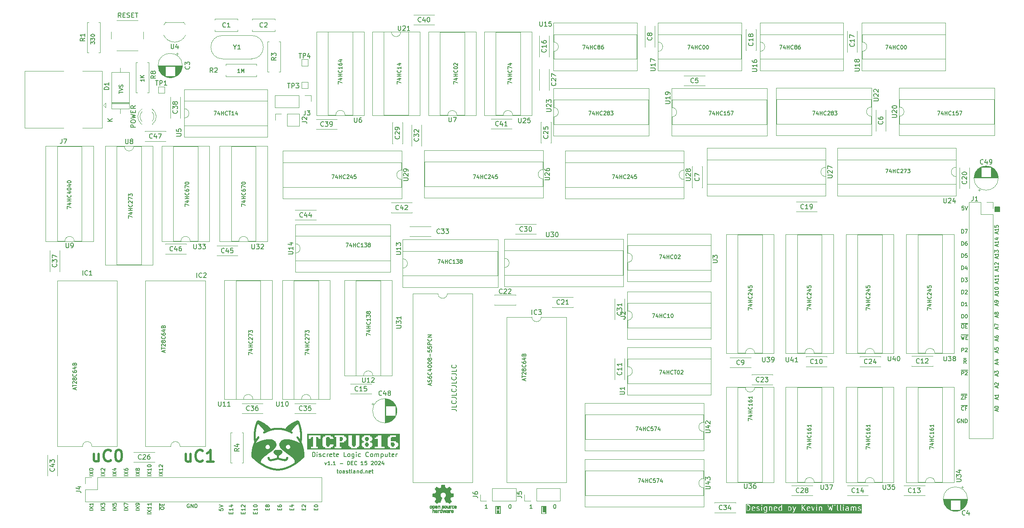
<source format=gto>
G04 #@! TF.GenerationSoftware,KiCad,Pcbnew,8.0.8*
G04 #@! TF.CreationDate,2025-01-31T18:29:16-05:00*
G04 #@! TF.ProjectId,8_16_computer_2,385f3136-5f63-46f6-9d70-757465725f32,rev?*
G04 #@! TF.SameCoordinates,Original*
G04 #@! TF.FileFunction,Legend,Top*
G04 #@! TF.FilePolarity,Positive*
%FSLAX46Y46*%
G04 Gerber Fmt 4.6, Leading zero omitted, Abs format (unit mm)*
G04 Created by KiCad (PCBNEW 8.0.8) date 2025-01-31 18:29:16*
%MOMM*%
%LPD*%
G01*
G04 APERTURE LIST*
%ADD10C,0.152400*%
%ADD11C,0.162560*%
%ADD12C,0.500000*%
%ADD13C,0.200000*%
%ADD14C,0.150000*%
%ADD15C,0.120000*%
%ADD16C,0.000000*%
%ADD17C,0.010000*%
%ADD18C,1.600000*%
%ADD19R,1.600000X1.600000*%
%ADD20O,1.600000X1.600000*%
%ADD21R,1.700000X1.700000*%
%ADD22C,1.524000*%
%ADD23O,1.700000X1.700000*%
%ADD24R,1.000000X1.000000*%
%ADD25C,0.800000*%
%ADD26C,5.000000*%
%ADD27C,1.500000*%
%ADD28R,1.500000X1.500000*%
%ADD29C,1.700000*%
%ADD30C,3.500000*%
%ADD31C,2.000000*%
%ADD32R,1.800000X1.800000*%
%ADD33C,1.800000*%
%ADD34R,2.400000X2.400000*%
%ADD35O,2.400000X2.400000*%
G04 APERTURE END LIST*
D10*
X309250000Y-116775000D02*
X310250000Y-116775000D01*
X310250000Y-117775000D01*
X309250000Y-117775000D01*
X309250000Y-116775000D01*
G36*
X309250000Y-116775000D02*
G01*
X310250000Y-116775000D01*
X310250000Y-117775000D01*
X309250000Y-117775000D01*
X309250000Y-116775000D01*
G37*
X135593539Y-180855508D02*
X135516129Y-180816803D01*
X135516129Y-180816803D02*
X135400015Y-180816803D01*
X135400015Y-180816803D02*
X135283901Y-180855508D01*
X135283901Y-180855508D02*
X135206491Y-180932918D01*
X135206491Y-180932918D02*
X135167786Y-181010327D01*
X135167786Y-181010327D02*
X135129082Y-181165146D01*
X135129082Y-181165146D02*
X135129082Y-181281260D01*
X135129082Y-181281260D02*
X135167786Y-181436079D01*
X135167786Y-181436079D02*
X135206491Y-181513489D01*
X135206491Y-181513489D02*
X135283901Y-181590899D01*
X135283901Y-181590899D02*
X135400015Y-181629603D01*
X135400015Y-181629603D02*
X135477424Y-181629603D01*
X135477424Y-181629603D02*
X135593539Y-181590899D01*
X135593539Y-181590899D02*
X135632243Y-181552194D01*
X135632243Y-181552194D02*
X135632243Y-181281260D01*
X135632243Y-181281260D02*
X135477424Y-181281260D01*
X135980586Y-181629603D02*
X135980586Y-180816803D01*
X135980586Y-180816803D02*
X136445043Y-181629603D01*
X136445043Y-181629603D02*
X136445043Y-180816803D01*
X136832091Y-181629603D02*
X136832091Y-180816803D01*
X136832091Y-180816803D02*
X137025615Y-180816803D01*
X137025615Y-180816803D02*
X137141729Y-180855508D01*
X137141729Y-180855508D02*
X137219139Y-180932918D01*
X137219139Y-180932918D02*
X137257844Y-181010327D01*
X137257844Y-181010327D02*
X137296548Y-181165146D01*
X137296548Y-181165146D02*
X137296548Y-181281260D01*
X137296548Y-181281260D02*
X137257844Y-181436079D01*
X137257844Y-181436079D02*
X137219139Y-181513489D01*
X137219139Y-181513489D02*
X137141729Y-181590899D01*
X137141729Y-181590899D02*
X137025615Y-181629603D01*
X137025615Y-181629603D02*
X136832091Y-181629603D01*
X268827803Y-168947622D02*
X268827803Y-168405756D01*
X268827803Y-168405756D02*
X269640603Y-168754098D01*
X269098737Y-167747775D02*
X269640603Y-167747775D01*
X268789099Y-167941299D02*
X269369670Y-168134822D01*
X269369670Y-168134822D02*
X269369670Y-167631661D01*
X269640603Y-167322023D02*
X268827803Y-167322023D01*
X269214851Y-167322023D02*
X269214851Y-166857566D01*
X269640603Y-166857566D02*
X268827803Y-166857566D01*
X269563194Y-166006061D02*
X269601899Y-166044765D01*
X269601899Y-166044765D02*
X269640603Y-166160880D01*
X269640603Y-166160880D02*
X269640603Y-166238289D01*
X269640603Y-166238289D02*
X269601899Y-166354403D01*
X269601899Y-166354403D02*
X269524489Y-166431813D01*
X269524489Y-166431813D02*
X269447079Y-166470518D01*
X269447079Y-166470518D02*
X269292260Y-166509222D01*
X269292260Y-166509222D02*
X269176146Y-166509222D01*
X269176146Y-166509222D02*
X269021327Y-166470518D01*
X269021327Y-166470518D02*
X268943918Y-166431813D01*
X268943918Y-166431813D02*
X268866508Y-166354403D01*
X268866508Y-166354403D02*
X268827803Y-166238289D01*
X268827803Y-166238289D02*
X268827803Y-166160880D01*
X268827803Y-166160880D02*
X268866508Y-166044765D01*
X268866508Y-166044765D02*
X268905213Y-166006061D01*
X269640603Y-165231965D02*
X269640603Y-165696422D01*
X269640603Y-165464194D02*
X268827803Y-165464194D01*
X268827803Y-165464194D02*
X268943918Y-165541603D01*
X268943918Y-165541603D02*
X269021327Y-165619013D01*
X269021327Y-165619013D02*
X269060032Y-165696422D01*
X268827803Y-164535280D02*
X268827803Y-164690099D01*
X268827803Y-164690099D02*
X268866508Y-164767508D01*
X268866508Y-164767508D02*
X268905213Y-164806213D01*
X268905213Y-164806213D02*
X269021327Y-164883623D01*
X269021327Y-164883623D02*
X269176146Y-164922327D01*
X269176146Y-164922327D02*
X269485784Y-164922327D01*
X269485784Y-164922327D02*
X269563194Y-164883623D01*
X269563194Y-164883623D02*
X269601899Y-164844918D01*
X269601899Y-164844918D02*
X269640603Y-164767508D01*
X269640603Y-164767508D02*
X269640603Y-164612689D01*
X269640603Y-164612689D02*
X269601899Y-164535280D01*
X269601899Y-164535280D02*
X269563194Y-164496575D01*
X269563194Y-164496575D02*
X269485784Y-164457870D01*
X269485784Y-164457870D02*
X269292260Y-164457870D01*
X269292260Y-164457870D02*
X269214851Y-164496575D01*
X269214851Y-164496575D02*
X269176146Y-164535280D01*
X269176146Y-164535280D02*
X269137441Y-164612689D01*
X269137441Y-164612689D02*
X269137441Y-164767508D01*
X269137441Y-164767508D02*
X269176146Y-164844918D01*
X269176146Y-164844918D02*
X269214851Y-164883623D01*
X269214851Y-164883623D02*
X269292260Y-164922327D01*
X269640603Y-163683775D02*
X269640603Y-164148232D01*
X269640603Y-163916004D02*
X268827803Y-163916004D01*
X268827803Y-163916004D02*
X268943918Y-163993413D01*
X268943918Y-163993413D02*
X269021327Y-164070823D01*
X269021327Y-164070823D02*
X269060032Y-164148232D01*
G36*
X260017892Y-181521454D02*
G01*
X260017892Y-182112980D01*
X259961817Y-182141017D01*
X259769223Y-182141017D01*
X259682088Y-182097450D01*
X259642431Y-182057793D01*
X259598863Y-181970657D01*
X259598863Y-181663777D01*
X259642431Y-181576641D01*
X259682087Y-181536984D01*
X259769222Y-181493417D01*
X259961818Y-181493417D01*
X260017892Y-181521454D01*
G37*
G36*
X256224358Y-181140961D02*
G01*
X256317179Y-181233783D01*
X256365051Y-181329527D01*
X256417891Y-181540885D01*
X256417891Y-181693550D01*
X256365051Y-181904908D01*
X256317179Y-182000651D01*
X256224358Y-182093473D01*
X256081725Y-182141017D01*
X255884577Y-182141017D01*
X255884577Y-181093417D01*
X256081724Y-181093417D01*
X256224358Y-181140961D01*
G37*
G36*
X257408724Y-181531156D02*
G01*
X257446463Y-181606634D01*
X257446463Y-181640463D01*
X257027434Y-181724268D01*
X257027434Y-181606634D01*
X257065173Y-181531155D01*
X257140651Y-181493417D01*
X257333246Y-181493417D01*
X257408724Y-181531156D01*
G37*
G36*
X262151581Y-181531156D02*
G01*
X262189320Y-181606634D01*
X262189320Y-181640463D01*
X261770291Y-181724268D01*
X261770291Y-181606634D01*
X261808030Y-181531155D01*
X261883508Y-181493417D01*
X262076103Y-181493417D01*
X262151581Y-181531156D01*
G37*
G36*
X263217891Y-181521454D02*
G01*
X263217891Y-182112980D01*
X263161816Y-182141017D01*
X262969222Y-182141017D01*
X262882087Y-182097450D01*
X262842430Y-182057793D01*
X262798862Y-181970657D01*
X262798862Y-181663777D01*
X262842430Y-181576641D01*
X262882086Y-181536984D01*
X262969221Y-181493417D01*
X263161817Y-181493417D01*
X263217891Y-181521454D01*
G37*
G36*
X265191809Y-181536985D02*
G01*
X265231464Y-181576640D01*
X265275033Y-181663777D01*
X265275033Y-181970657D01*
X265231464Y-182057794D01*
X265191809Y-182097449D01*
X265104673Y-182141017D01*
X264912080Y-182141017D01*
X264856005Y-182112980D01*
X264856005Y-181521454D01*
X264912079Y-181493417D01*
X265104674Y-181493417D01*
X265191809Y-181536985D01*
G37*
G36*
X269294438Y-181531156D02*
G01*
X269332177Y-181606634D01*
X269332177Y-181640463D01*
X268913148Y-181724268D01*
X268913148Y-181606634D01*
X268950887Y-181531155D01*
X269026365Y-181493417D01*
X269218960Y-181493417D01*
X269294438Y-181531156D01*
G37*
G36*
X277617892Y-182112980D02*
G01*
X277561817Y-182141017D01*
X277312081Y-182141017D01*
X277236602Y-182103278D01*
X277198863Y-182027800D01*
X277198863Y-181949491D01*
X277236602Y-181874013D01*
X277312081Y-181836275D01*
X277579806Y-181836275D01*
X277594672Y-181834811D01*
X277597202Y-181833762D01*
X277599932Y-181833569D01*
X277613884Y-181828230D01*
X277617892Y-181826226D01*
X277617892Y-182112980D01*
G37*
G36*
X280532196Y-182826750D02*
G01*
X255598844Y-182826750D01*
X255598844Y-181017217D01*
X255732177Y-181017217D01*
X255732177Y-182217217D01*
X255733641Y-182232083D01*
X255745019Y-182259551D01*
X255766043Y-182280575D01*
X255793511Y-182291953D01*
X255808377Y-182293417D01*
X256094091Y-182293417D01*
X256101612Y-182292676D01*
X256103621Y-182292819D01*
X256106262Y-182292218D01*
X256108957Y-182291953D01*
X256110815Y-182291183D01*
X256118187Y-182289507D01*
X256289616Y-182232365D01*
X256303257Y-182226275D01*
X256305326Y-182224480D01*
X256307855Y-182223433D01*
X256319402Y-182213956D01*
X256433687Y-182099670D01*
X256438479Y-182093830D01*
X256440003Y-182092509D01*
X256441449Y-182090211D01*
X256443163Y-182088123D01*
X256443931Y-182086266D01*
X256447960Y-182079867D01*
X256505104Y-181965580D01*
X256505520Y-181964491D01*
X256505847Y-181964051D01*
X256508074Y-181957815D01*
X256510442Y-181951629D01*
X256510480Y-181951081D01*
X256510873Y-181949984D01*
X256568016Y-181721413D01*
X256568397Y-181718835D01*
X256568827Y-181717798D01*
X256569378Y-181712199D01*
X256570201Y-181706636D01*
X256570035Y-181705524D01*
X256570291Y-181702932D01*
X256570291Y-181588646D01*
X256875034Y-181588646D01*
X256875034Y-182045789D01*
X256876498Y-182060655D01*
X256877546Y-182063185D01*
X256877740Y-182065915D01*
X256883079Y-182079867D01*
X256940222Y-182194153D01*
X256941787Y-182196639D01*
X256942178Y-182197812D01*
X256943444Y-182199272D01*
X256948180Y-182206795D01*
X256955398Y-182213056D01*
X256961658Y-182220273D01*
X256969177Y-182225006D01*
X256970640Y-182226275D01*
X256971814Y-182226666D01*
X256974300Y-182228231D01*
X257088586Y-182285373D01*
X257102537Y-182290711D01*
X257105266Y-182290904D01*
X257107797Y-182291953D01*
X257122663Y-182293417D01*
X257351234Y-182293417D01*
X257366100Y-182291953D01*
X257368630Y-182290904D01*
X257371360Y-182290711D01*
X257385311Y-182285373D01*
X257499597Y-182228231D01*
X257512239Y-182220273D01*
X257531719Y-182197812D01*
X257541121Y-182169606D01*
X257539014Y-182139949D01*
X257525718Y-182113356D01*
X257503257Y-182093876D01*
X257475050Y-182084474D01*
X257445394Y-182086581D01*
X257431443Y-182091919D01*
X257333245Y-182141017D01*
X257140652Y-182141017D01*
X257065173Y-182103278D01*
X257027434Y-182027800D01*
X257027434Y-181879685D01*
X257537527Y-181777668D01*
X257537529Y-181777668D01*
X257537530Y-181777667D01*
X257537607Y-181777652D01*
X257551897Y-181773301D01*
X257558099Y-181769147D01*
X257564997Y-181766290D01*
X257570332Y-181760954D01*
X257576600Y-181756757D01*
X257580742Y-181750545D01*
X257586021Y-181745266D01*
X257588908Y-181738295D01*
X257593093Y-181732019D01*
X257594541Y-181724695D01*
X257597399Y-181717798D01*
X257598863Y-181702932D01*
X257598863Y-181588646D01*
X257903605Y-181588646D01*
X257903605Y-181645789D01*
X257905069Y-181660655D01*
X257906117Y-181663185D01*
X257906311Y-181665915D01*
X257911650Y-181679867D01*
X257968793Y-181794153D01*
X257970358Y-181796639D01*
X257970749Y-181797812D01*
X257972015Y-181799272D01*
X257976751Y-181806795D01*
X257983969Y-181813056D01*
X257990229Y-181820273D01*
X257997748Y-181825006D01*
X257999211Y-181826275D01*
X258000385Y-181826666D01*
X258002871Y-181828231D01*
X258117157Y-181885373D01*
X258131108Y-181890711D01*
X258133837Y-181890904D01*
X258136368Y-181891953D01*
X258151234Y-181893417D01*
X258304674Y-181893417D01*
X258380152Y-181931156D01*
X258417891Y-182006634D01*
X258417891Y-182027801D01*
X258380152Y-182103278D01*
X258304673Y-182141017D01*
X258112080Y-182141017D01*
X258013882Y-182091919D01*
X257999931Y-182086581D01*
X257970274Y-182084474D01*
X257942068Y-182093876D01*
X257919607Y-182113356D01*
X257906311Y-182139949D01*
X257904204Y-182169606D01*
X257913606Y-182197812D01*
X257933086Y-182220273D01*
X257945728Y-182228231D01*
X258060014Y-182285373D01*
X258073965Y-182290711D01*
X258076694Y-182290904D01*
X258079225Y-182291953D01*
X258094091Y-182293417D01*
X258322662Y-182293417D01*
X258337528Y-182291953D01*
X258340058Y-182290904D01*
X258342788Y-182290711D01*
X258356739Y-182285373D01*
X258471025Y-182228231D01*
X258473513Y-182226664D01*
X258474685Y-182226274D01*
X258476144Y-182225008D01*
X258483667Y-182220273D01*
X258489925Y-182213057D01*
X258497146Y-182206795D01*
X258501881Y-182199270D01*
X258503147Y-182197812D01*
X258503537Y-182196639D01*
X258505103Y-182194153D01*
X258562247Y-182079866D01*
X258567585Y-182065915D01*
X258567779Y-182063184D01*
X258568827Y-182060655D01*
X258570291Y-182045789D01*
X258570291Y-181988646D01*
X258568827Y-181973780D01*
X258567779Y-181971250D01*
X258567585Y-181968520D01*
X258562247Y-181954569D01*
X258505103Y-181840282D01*
X258503539Y-181837798D01*
X258503148Y-181836623D01*
X258501879Y-181835160D01*
X258497146Y-181827640D01*
X258489926Y-181821379D01*
X258483668Y-181814163D01*
X258476145Y-181809427D01*
X258474685Y-181808161D01*
X258473512Y-181807770D01*
X258471026Y-181806205D01*
X258356740Y-181749062D01*
X258342788Y-181743723D01*
X258340058Y-181743529D01*
X258337528Y-181742481D01*
X258322662Y-181741017D01*
X258169223Y-181741017D01*
X258093744Y-181703278D01*
X258056005Y-181627800D01*
X258056005Y-181606634D01*
X258093744Y-181531155D01*
X258169222Y-181493417D01*
X258304674Y-181493417D01*
X258402871Y-181542516D01*
X258416822Y-181547854D01*
X258446478Y-181549962D01*
X258474685Y-181540559D01*
X258497146Y-181521080D01*
X258510443Y-181494487D01*
X258512550Y-181464830D01*
X258503148Y-181436623D01*
X258486317Y-181417217D01*
X258932177Y-181417217D01*
X258932177Y-182217217D01*
X258933641Y-182232083D01*
X258945019Y-182259551D01*
X258966043Y-182280575D01*
X258993511Y-182291953D01*
X259023243Y-182291953D01*
X259050711Y-182280575D01*
X259071735Y-182259551D01*
X259083113Y-182232083D01*
X259084577Y-182217217D01*
X259084577Y-181645789D01*
X259446463Y-181645789D01*
X259446463Y-181988646D01*
X259447927Y-182003512D01*
X259448975Y-182006042D01*
X259449169Y-182008772D01*
X259454508Y-182022724D01*
X259511651Y-182137010D01*
X259515678Y-182143407D01*
X259516448Y-182145266D01*
X259518165Y-182147359D01*
X259519609Y-182149652D01*
X259521128Y-182150969D01*
X259525924Y-182156814D01*
X259583067Y-182213956D01*
X259588911Y-182218752D01*
X259590230Y-182220273D01*
X259592519Y-182221714D01*
X259594614Y-182223433D01*
X259596475Y-182224204D01*
X259602872Y-182228230D01*
X259717156Y-182285372D01*
X259731108Y-182290711D01*
X259733837Y-182290904D01*
X259736368Y-182291953D01*
X259751234Y-182293417D01*
X259979806Y-182293417D01*
X259994672Y-182291953D01*
X259997202Y-182290904D01*
X259999932Y-182290711D01*
X260013883Y-182285373D01*
X260017892Y-182283368D01*
X260017892Y-182370658D01*
X259974324Y-182457793D01*
X259934667Y-182497449D01*
X259847531Y-182541017D01*
X259712081Y-182541017D01*
X259613883Y-182491919D01*
X259599932Y-182486581D01*
X259570275Y-182484474D01*
X259542069Y-182493876D01*
X259519608Y-182513356D01*
X259506312Y-182539949D01*
X259504205Y-182569606D01*
X259513607Y-182597812D01*
X259533087Y-182620273D01*
X259545729Y-182628231D01*
X259660015Y-182685373D01*
X259673966Y-182690711D01*
X259676695Y-182690904D01*
X259679226Y-182691953D01*
X259694092Y-182693417D01*
X259865520Y-182693417D01*
X259880386Y-182691953D01*
X259882916Y-182690904D01*
X259885646Y-182690711D01*
X259899597Y-182685373D01*
X260013883Y-182628231D01*
X260020283Y-182624202D01*
X260022140Y-182623433D01*
X260024231Y-182621716D01*
X260026525Y-182620273D01*
X260027843Y-182618753D01*
X260033688Y-182613957D01*
X260039959Y-182607686D01*
X265675632Y-182607686D01*
X265677739Y-182637343D01*
X265691035Y-182663936D01*
X265713496Y-182683416D01*
X265741702Y-182692818D01*
X265771359Y-182690711D01*
X265785310Y-182685373D01*
X265899596Y-182628231D01*
X265905996Y-182624202D01*
X265907853Y-182623433D01*
X265909944Y-182621716D01*
X265912238Y-182620273D01*
X265913556Y-182618753D01*
X265919401Y-182613957D01*
X265976543Y-182556814D01*
X265986020Y-182545267D01*
X265986200Y-182544830D01*
X265986532Y-182544491D01*
X265993412Y-182531232D01*
X266107697Y-182245517D01*
X266108095Y-182244142D01*
X266108708Y-182242846D01*
X266394423Y-181442846D01*
X266398044Y-181428353D01*
X266396567Y-181398659D01*
X266383839Y-181371789D01*
X266361798Y-181351835D01*
X266333799Y-181341835D01*
X266304104Y-181343312D01*
X266277234Y-181356040D01*
X266257280Y-181378080D01*
X266250901Y-181391588D01*
X266036946Y-181990657D01*
X265822994Y-181391588D01*
X265816615Y-181378081D01*
X265796661Y-181356040D01*
X265769791Y-181343312D01*
X265740097Y-181341835D01*
X265712097Y-181351835D01*
X265690056Y-181371789D01*
X265677328Y-181398659D01*
X265675851Y-181428353D01*
X265679472Y-181442846D01*
X265955487Y-182215690D01*
X265857720Y-182460110D01*
X265820380Y-182497449D01*
X265717156Y-182549061D01*
X265704514Y-182557019D01*
X265685034Y-182579480D01*
X265675632Y-182607686D01*
X260039959Y-182607686D01*
X260090830Y-182556814D01*
X260095624Y-182550972D01*
X260097147Y-182549652D01*
X260098590Y-182547357D01*
X260100307Y-182545267D01*
X260101076Y-182543408D01*
X260105104Y-182537010D01*
X260162248Y-182422723D01*
X260167586Y-182408772D01*
X260167780Y-182406041D01*
X260168828Y-182403512D01*
X260170292Y-182388646D01*
X260170292Y-181417217D01*
X260589320Y-181417217D01*
X260589320Y-182217217D01*
X260590784Y-182232083D01*
X260602162Y-182259551D01*
X260623186Y-182280575D01*
X260650654Y-182291953D01*
X260680386Y-182291953D01*
X260707854Y-182280575D01*
X260728878Y-182259551D01*
X260740256Y-182232083D01*
X260741720Y-182217217D01*
X260741720Y-181563066D01*
X260767801Y-181536984D01*
X260854936Y-181493417D01*
X260990389Y-181493417D01*
X261065867Y-181531156D01*
X261103606Y-181606634D01*
X261103606Y-182217217D01*
X261105070Y-182232083D01*
X261116448Y-182259551D01*
X261137472Y-182280575D01*
X261164940Y-182291953D01*
X261194672Y-182291953D01*
X261222140Y-182280575D01*
X261243164Y-182259551D01*
X261254542Y-182232083D01*
X261256006Y-182217217D01*
X261256006Y-181588646D01*
X261617891Y-181588646D01*
X261617891Y-182045789D01*
X261619355Y-182060655D01*
X261620403Y-182063185D01*
X261620597Y-182065915D01*
X261625936Y-182079867D01*
X261683079Y-182194153D01*
X261684644Y-182196639D01*
X261685035Y-182197812D01*
X261686301Y-182199272D01*
X261691037Y-182206795D01*
X261698255Y-182213056D01*
X261704515Y-182220273D01*
X261712034Y-182225006D01*
X261713497Y-182226275D01*
X261714671Y-182226666D01*
X261717157Y-182228231D01*
X261831443Y-182285373D01*
X261845394Y-182290711D01*
X261848123Y-182290904D01*
X261850654Y-182291953D01*
X261865520Y-182293417D01*
X262094091Y-182293417D01*
X262108957Y-182291953D01*
X262111487Y-182290904D01*
X262114217Y-182290711D01*
X262128168Y-182285373D01*
X262242454Y-182228231D01*
X262255096Y-182220273D01*
X262274576Y-182197812D01*
X262283978Y-182169606D01*
X262281871Y-182139949D01*
X262268575Y-182113356D01*
X262246114Y-182093876D01*
X262217907Y-182084474D01*
X262188251Y-182086581D01*
X262174300Y-182091919D01*
X262076102Y-182141017D01*
X261883509Y-182141017D01*
X261808030Y-182103278D01*
X261770291Y-182027800D01*
X261770291Y-181879685D01*
X262280384Y-181777668D01*
X262280386Y-181777668D01*
X262280387Y-181777667D01*
X262280464Y-181777652D01*
X262294754Y-181773301D01*
X262300956Y-181769147D01*
X262307854Y-181766290D01*
X262313189Y-181760954D01*
X262319457Y-181756757D01*
X262323599Y-181750545D01*
X262328878Y-181745266D01*
X262331765Y-181738295D01*
X262335950Y-181732019D01*
X262337398Y-181724695D01*
X262340256Y-181717798D01*
X262341720Y-181702932D01*
X262341720Y-181645789D01*
X262646462Y-181645789D01*
X262646462Y-181988646D01*
X262647926Y-182003512D01*
X262648974Y-182006042D01*
X262649168Y-182008772D01*
X262654507Y-182022724D01*
X262711650Y-182137010D01*
X262715677Y-182143407D01*
X262716447Y-182145266D01*
X262718164Y-182147359D01*
X262719608Y-182149652D01*
X262721127Y-182150969D01*
X262725923Y-182156814D01*
X262783066Y-182213956D01*
X262788910Y-182218752D01*
X262790229Y-182220273D01*
X262792518Y-182221714D01*
X262794613Y-182223433D01*
X262796474Y-182224204D01*
X262802871Y-182228230D01*
X262917155Y-182285372D01*
X262931107Y-182290711D01*
X262933836Y-182290904D01*
X262936367Y-182291953D01*
X262951233Y-182293417D01*
X263179805Y-182293417D01*
X263194671Y-182291953D01*
X263197201Y-182290904D01*
X263199931Y-182290711D01*
X263213882Y-182285373D01*
X263242330Y-182271148D01*
X263251757Y-182280575D01*
X263279225Y-182291953D01*
X263308957Y-182291953D01*
X263336425Y-182280575D01*
X263357449Y-182259551D01*
X263368827Y-182232083D01*
X263370291Y-182217217D01*
X263370291Y-181017217D01*
X264703605Y-181017217D01*
X264703605Y-182217217D01*
X264705069Y-182232083D01*
X264716447Y-182259551D01*
X264737471Y-182280575D01*
X264764939Y-182291953D01*
X264794671Y-182291953D01*
X264822139Y-182280575D01*
X264831565Y-182271148D01*
X264860014Y-182285373D01*
X264873965Y-182290711D01*
X264876694Y-182290904D01*
X264879225Y-182291953D01*
X264894091Y-182293417D01*
X265122662Y-182293417D01*
X265137528Y-182291953D01*
X265140058Y-182290904D01*
X265142788Y-182290711D01*
X265156739Y-182285373D01*
X265271025Y-182228231D01*
X265277425Y-182224202D01*
X265279282Y-182223433D01*
X265281373Y-182221716D01*
X265283667Y-182220273D01*
X265284985Y-182218753D01*
X265290830Y-182213957D01*
X265347972Y-182156814D01*
X265352768Y-182150969D01*
X265354289Y-182149651D01*
X265355731Y-182147360D01*
X265357449Y-182145267D01*
X265358219Y-182143407D01*
X265362247Y-182137009D01*
X265419389Y-182022723D01*
X265424727Y-182008772D01*
X265424920Y-182006042D01*
X265425969Y-182003512D01*
X265427433Y-181988646D01*
X265427433Y-181645789D01*
X265425969Y-181630923D01*
X265424920Y-181628392D01*
X265424727Y-181625663D01*
X265419389Y-181611712D01*
X265362247Y-181497426D01*
X265358219Y-181491027D01*
X265357449Y-181489168D01*
X265355731Y-181487074D01*
X265354289Y-181484784D01*
X265352768Y-181483465D01*
X265347972Y-181477621D01*
X265290830Y-181420478D01*
X265284985Y-181415682D01*
X265283668Y-181414163D01*
X265281375Y-181412719D01*
X265279282Y-181411002D01*
X265277423Y-181410232D01*
X265271026Y-181406205D01*
X265156740Y-181349062D01*
X265142788Y-181343723D01*
X265140058Y-181343529D01*
X265137528Y-181342481D01*
X265122662Y-181341017D01*
X264894091Y-181341017D01*
X264879225Y-181342481D01*
X264876695Y-181343528D01*
X264873965Y-181343723D01*
X264860014Y-181349061D01*
X264856005Y-181351065D01*
X264856005Y-181017217D01*
X267617891Y-181017217D01*
X267617891Y-182217217D01*
X267619355Y-182232083D01*
X267630733Y-182259551D01*
X267651757Y-182280575D01*
X267679225Y-182291953D01*
X267708957Y-182291953D01*
X267736425Y-182280575D01*
X267757449Y-182259551D01*
X267768827Y-182232083D01*
X267770291Y-182217217D01*
X267770291Y-181734494D01*
X267857274Y-181647510D01*
X268318845Y-182262937D01*
X268328936Y-182273952D01*
X268354519Y-182289099D01*
X268383953Y-182293304D01*
X268412754Y-182285926D01*
X268436540Y-182268086D01*
X268451687Y-182242503D01*
X268455892Y-182213070D01*
X268448514Y-182184268D01*
X268440765Y-182171497D01*
X268003627Y-181588646D01*
X268760748Y-181588646D01*
X268760748Y-182045789D01*
X268762212Y-182060655D01*
X268763260Y-182063185D01*
X268763454Y-182065915D01*
X268768793Y-182079867D01*
X268825936Y-182194153D01*
X268827501Y-182196639D01*
X268827892Y-182197812D01*
X268829158Y-182199272D01*
X268833894Y-182206795D01*
X268841112Y-182213056D01*
X268847372Y-182220273D01*
X268854891Y-182225006D01*
X268856354Y-182226275D01*
X268857528Y-182226666D01*
X268860014Y-182228231D01*
X268974300Y-182285373D01*
X268988251Y-182290711D01*
X268990980Y-182290904D01*
X268993511Y-182291953D01*
X269008377Y-182293417D01*
X269236948Y-182293417D01*
X269251814Y-182291953D01*
X269254344Y-182290904D01*
X269257074Y-182290711D01*
X269271025Y-182285373D01*
X269385311Y-182228231D01*
X269397953Y-182220273D01*
X269417433Y-182197812D01*
X269426835Y-182169606D01*
X269424728Y-182139949D01*
X269411432Y-182113356D01*
X269388971Y-182093876D01*
X269360764Y-182084474D01*
X269331108Y-182086581D01*
X269317157Y-182091919D01*
X269218959Y-182141017D01*
X269026366Y-182141017D01*
X268950887Y-182103278D01*
X268913148Y-182027800D01*
X268913148Y-181879685D01*
X269423241Y-181777668D01*
X269423243Y-181777668D01*
X269423244Y-181777667D01*
X269423321Y-181777652D01*
X269437611Y-181773301D01*
X269443813Y-181769147D01*
X269450711Y-181766290D01*
X269456046Y-181760954D01*
X269462314Y-181756757D01*
X269466456Y-181750545D01*
X269471735Y-181745266D01*
X269474622Y-181738295D01*
X269478807Y-181732019D01*
X269480255Y-181724695D01*
X269483113Y-181717798D01*
X269484577Y-181702932D01*
X269484577Y-181588646D01*
X269483113Y-181573780D01*
X269482065Y-181571250D01*
X269481871Y-181568520D01*
X269476533Y-181554569D01*
X269419389Y-181440282D01*
X269417825Y-181437798D01*
X269417434Y-181436623D01*
X269416165Y-181435160D01*
X269411881Y-181428353D01*
X269732994Y-181428353D01*
X269736615Y-181442846D01*
X270022329Y-182242846D01*
X270028708Y-182256354D01*
X270031277Y-182259192D01*
X270032913Y-182262645D01*
X270041173Y-182270123D01*
X270048662Y-182278395D01*
X270052119Y-182280032D01*
X270054954Y-182282599D01*
X270065453Y-182286349D01*
X270075532Y-182291123D01*
X270079351Y-182291312D01*
X270082953Y-182292599D01*
X270094086Y-182292045D01*
X270105227Y-182292599D01*
X270108831Y-182291311D01*
X270112648Y-182291122D01*
X270122715Y-182286352D01*
X270133227Y-182282599D01*
X270136065Y-182280029D01*
X270139518Y-182278394D01*
X270146996Y-182270133D01*
X270155267Y-182262646D01*
X270156904Y-182259188D01*
X270159472Y-182256353D01*
X270165851Y-182242846D01*
X270451566Y-181442846D01*
X270455187Y-181428353D01*
X270454633Y-181417217D01*
X270760748Y-181417217D01*
X270760748Y-182217217D01*
X270762212Y-182232083D01*
X270773590Y-182259551D01*
X270794614Y-182280575D01*
X270822082Y-182291953D01*
X270851814Y-182291953D01*
X270879282Y-182280575D01*
X270900306Y-182259551D01*
X270911684Y-182232083D01*
X270913148Y-182217217D01*
X270913148Y-181417217D01*
X271332177Y-181417217D01*
X271332177Y-182217217D01*
X271333641Y-182232083D01*
X271345019Y-182259551D01*
X271366043Y-182280575D01*
X271393511Y-182291953D01*
X271423243Y-182291953D01*
X271450711Y-182280575D01*
X271471735Y-182259551D01*
X271483113Y-182232083D01*
X271484577Y-182217217D01*
X271484577Y-181563066D01*
X271510658Y-181536984D01*
X271597793Y-181493417D01*
X271733246Y-181493417D01*
X271808724Y-181531156D01*
X271846463Y-181606634D01*
X271846463Y-182217217D01*
X271847927Y-182232083D01*
X271859305Y-182259551D01*
X271880329Y-182280575D01*
X271907797Y-182291953D01*
X271937529Y-182291953D01*
X271964997Y-182280575D01*
X271986021Y-182259551D01*
X271997399Y-182232083D01*
X271998863Y-182217217D01*
X271998863Y-181588646D01*
X271997399Y-181573780D01*
X271996351Y-181571250D01*
X271996157Y-181568520D01*
X271990819Y-181554569D01*
X271933675Y-181440282D01*
X271932111Y-181437798D01*
X271931720Y-181436623D01*
X271930451Y-181435160D01*
X271925718Y-181427640D01*
X271918498Y-181421379D01*
X271912240Y-181414163D01*
X271904717Y-181409427D01*
X271903257Y-181408161D01*
X271902084Y-181407770D01*
X271899598Y-181406205D01*
X271785312Y-181349062D01*
X271771360Y-181343723D01*
X271768630Y-181343529D01*
X271766100Y-181342481D01*
X271751234Y-181341017D01*
X271579805Y-181341017D01*
X271564939Y-181342481D01*
X271562409Y-181343528D01*
X271559679Y-181343723D01*
X271545727Y-181349062D01*
X271475569Y-181384140D01*
X271471735Y-181374883D01*
X271450711Y-181353859D01*
X271423243Y-181342481D01*
X271393511Y-181342481D01*
X271366043Y-181353859D01*
X271345019Y-181374883D01*
X271333641Y-181402351D01*
X271332177Y-181417217D01*
X270913148Y-181417217D01*
X270911684Y-181402351D01*
X270900306Y-181374883D01*
X270879282Y-181353859D01*
X270851814Y-181342481D01*
X270822082Y-181342481D01*
X270794614Y-181353859D01*
X270773590Y-181374883D01*
X270762212Y-181402351D01*
X270760748Y-181417217D01*
X270454633Y-181417217D01*
X270453710Y-181398659D01*
X270440982Y-181371789D01*
X270418941Y-181351835D01*
X270390942Y-181341835D01*
X270361247Y-181343312D01*
X270334377Y-181356040D01*
X270314423Y-181378080D01*
X270308044Y-181391588D01*
X270094089Y-181990657D01*
X269880137Y-181391588D01*
X269873758Y-181378081D01*
X269853804Y-181356040D01*
X269826934Y-181343312D01*
X269797240Y-181341835D01*
X269769240Y-181351835D01*
X269747199Y-181371789D01*
X269734471Y-181398659D01*
X269732994Y-181428353D01*
X269411881Y-181428353D01*
X269411432Y-181427640D01*
X269404212Y-181421379D01*
X269397954Y-181414163D01*
X269390431Y-181409427D01*
X269388971Y-181408161D01*
X269387798Y-181407770D01*
X269385312Y-181406205D01*
X269271026Y-181349062D01*
X269257074Y-181343723D01*
X269254344Y-181343529D01*
X269251814Y-181342481D01*
X269236948Y-181341017D01*
X269008377Y-181341017D01*
X268993511Y-181342481D01*
X268990981Y-181343528D01*
X268988251Y-181343723D01*
X268974300Y-181349061D01*
X268860013Y-181406205D01*
X268857529Y-181407768D01*
X268856354Y-181408160D01*
X268854891Y-181409428D01*
X268847371Y-181414162D01*
X268841110Y-181421381D01*
X268833894Y-181427640D01*
X268829158Y-181435162D01*
X268827892Y-181436623D01*
X268827501Y-181437795D01*
X268825936Y-181440282D01*
X268768793Y-181554568D01*
X268763454Y-181568520D01*
X268763260Y-181571249D01*
X268762212Y-181573780D01*
X268760748Y-181588646D01*
X268003627Y-181588646D01*
X267966132Y-181538653D01*
X268433687Y-181071098D01*
X268443163Y-181059551D01*
X268443187Y-181059494D01*
X270705069Y-181059494D01*
X270705069Y-181089226D01*
X270716447Y-181116694D01*
X270725923Y-181128242D01*
X270783066Y-181185384D01*
X270794613Y-181194861D01*
X270802658Y-181198193D01*
X270822082Y-181206239D01*
X270851814Y-181206239D01*
X270879282Y-181194861D01*
X270890830Y-181185385D01*
X270947972Y-181128242D01*
X270957449Y-181116695D01*
X270968826Y-181089226D01*
X270968826Y-181059494D01*
X270966647Y-181054234D01*
X270957449Y-181032025D01*
X270947972Y-181020478D01*
X270947560Y-181020066D01*
X273217944Y-181020066D01*
X273219963Y-181034866D01*
X273505677Y-182234867D01*
X273507434Y-182239966D01*
X273507678Y-182241797D01*
X273508636Y-182243452D01*
X273510545Y-182248989D01*
X273517030Y-182257950D01*
X273522575Y-182267528D01*
X273525681Y-182269905D01*
X273527975Y-182273075D01*
X273537397Y-182278873D01*
X273546184Y-182285599D01*
X273549964Y-182286607D01*
X273553297Y-182288658D01*
X273564222Y-182290409D01*
X273574912Y-182293260D01*
X273578790Y-182292744D01*
X273582654Y-182293364D01*
X273593419Y-182290800D01*
X273604385Y-182289344D01*
X273607769Y-182287384D01*
X273611577Y-182286478D01*
X273620543Y-182279989D01*
X273630116Y-182274447D01*
X273632493Y-182271340D01*
X273635663Y-182269047D01*
X273641461Y-182259624D01*
X273648187Y-182250838D01*
X273650243Y-182245354D01*
X273651246Y-182243725D01*
X273651538Y-182241900D01*
X273653432Y-182236851D01*
X273808376Y-181655809D01*
X273963321Y-182236851D01*
X273965216Y-182241904D01*
X273965508Y-182243725D01*
X273966508Y-182245350D01*
X273968566Y-182250838D01*
X273975293Y-182259627D01*
X273981090Y-182269047D01*
X273984259Y-182271340D01*
X273986637Y-182274447D01*
X273996214Y-182279991D01*
X274005176Y-182286477D01*
X274008980Y-182287382D01*
X274012368Y-182289344D01*
X274023337Y-182290801D01*
X274034099Y-182293364D01*
X274037962Y-182292744D01*
X274041841Y-182293260D01*
X274052536Y-182290407D01*
X274063456Y-182288657D01*
X274066786Y-182286607D01*
X274070569Y-182285599D01*
X274079358Y-182278871D01*
X274088778Y-182273075D01*
X274091071Y-182269905D01*
X274094178Y-182267528D01*
X274099722Y-182257950D01*
X274106208Y-182248989D01*
X274108116Y-182243452D01*
X274109075Y-182241797D01*
X274109318Y-182239966D01*
X274111076Y-182234867D01*
X274305755Y-181417217D01*
X274703606Y-181417217D01*
X274703606Y-182217217D01*
X274705070Y-182232083D01*
X274716448Y-182259551D01*
X274737472Y-182280575D01*
X274764940Y-182291953D01*
X274794672Y-182291953D01*
X274822140Y-182280575D01*
X274843164Y-182259551D01*
X274854542Y-182232083D01*
X274856006Y-182217217D01*
X274856006Y-181417217D01*
X274854542Y-181402351D01*
X274843164Y-181374883D01*
X274822140Y-181353859D01*
X274794672Y-181342481D01*
X274764940Y-181342481D01*
X274737472Y-181353859D01*
X274716448Y-181374883D01*
X274705070Y-181402351D01*
X274703606Y-181417217D01*
X274305755Y-181417217D01*
X274390927Y-181059494D01*
X274647927Y-181059494D01*
X274647927Y-181089226D01*
X274659305Y-181116694D01*
X274668781Y-181128242D01*
X274725924Y-181185384D01*
X274737471Y-181194861D01*
X274745516Y-181198193D01*
X274764940Y-181206239D01*
X274794672Y-181206239D01*
X274822140Y-181194861D01*
X274833688Y-181185385D01*
X274890830Y-181128242D01*
X274900307Y-181116695D01*
X274911684Y-181089226D01*
X274911684Y-181059494D01*
X274909505Y-181054234D01*
X274900307Y-181032025D01*
X274890830Y-181020478D01*
X274887569Y-181017217D01*
X275275035Y-181017217D01*
X275275035Y-182045789D01*
X275276499Y-182060655D01*
X275277547Y-182063185D01*
X275277741Y-182065915D01*
X275283080Y-182079867D01*
X275340223Y-182194153D01*
X275341788Y-182196639D01*
X275342179Y-182197812D01*
X275343445Y-182199272D01*
X275348181Y-182206795D01*
X275355399Y-182213056D01*
X275361659Y-182220273D01*
X275369175Y-182225004D01*
X275370641Y-182226275D01*
X275371818Y-182226667D01*
X275374301Y-182228230D01*
X275488585Y-182285372D01*
X275502537Y-182290711D01*
X275532193Y-182292818D01*
X275560400Y-182283416D01*
X275582861Y-182263936D01*
X275596157Y-182237343D01*
X275598264Y-182207686D01*
X275588862Y-182179480D01*
X275569382Y-182157019D01*
X275556740Y-182149061D01*
X275465174Y-182103279D01*
X275427435Y-182027800D01*
X275427435Y-181017217D01*
X275903606Y-181017217D01*
X275903606Y-182045789D01*
X275905070Y-182060655D01*
X275906118Y-182063185D01*
X275906312Y-182065915D01*
X275911651Y-182079867D01*
X275968794Y-182194153D01*
X275970359Y-182196639D01*
X275970750Y-182197812D01*
X275972016Y-182199272D01*
X275976752Y-182206795D01*
X275983970Y-182213056D01*
X275990230Y-182220273D01*
X275997746Y-182225004D01*
X275999212Y-182226275D01*
X276000389Y-182226667D01*
X276002872Y-182228230D01*
X276117156Y-182285372D01*
X276131108Y-182290711D01*
X276160764Y-182292818D01*
X276188971Y-182283416D01*
X276211432Y-182263936D01*
X276224728Y-182237343D01*
X276226835Y-182207686D01*
X276217433Y-182179480D01*
X276197953Y-182157019D01*
X276185311Y-182149061D01*
X276093745Y-182103279D01*
X276056006Y-182027800D01*
X276056006Y-181417217D01*
X276532177Y-181417217D01*
X276532177Y-182217217D01*
X276533641Y-182232083D01*
X276545019Y-182259551D01*
X276566043Y-182280575D01*
X276593511Y-182291953D01*
X276623243Y-182291953D01*
X276650711Y-182280575D01*
X276671735Y-182259551D01*
X276683113Y-182232083D01*
X276684577Y-182217217D01*
X276684577Y-181931503D01*
X277046463Y-181931503D01*
X277046463Y-182045789D01*
X277047927Y-182060655D01*
X277048975Y-182063185D01*
X277049169Y-182065915D01*
X277054508Y-182079867D01*
X277111651Y-182194153D01*
X277113216Y-182196639D01*
X277113607Y-182197812D01*
X277114873Y-182199272D01*
X277119609Y-182206795D01*
X277126827Y-182213056D01*
X277133087Y-182220273D01*
X277140606Y-182225006D01*
X277142069Y-182226275D01*
X277143243Y-182226666D01*
X277145729Y-182228231D01*
X277260015Y-182285373D01*
X277273966Y-182290711D01*
X277276695Y-182290904D01*
X277279226Y-182291953D01*
X277294092Y-182293417D01*
X277579806Y-182293417D01*
X277594672Y-182291953D01*
X277597202Y-182290904D01*
X277599932Y-182290711D01*
X277613883Y-182285373D01*
X277642331Y-182271148D01*
X277651758Y-182280575D01*
X277679226Y-182291953D01*
X277708958Y-182291953D01*
X277736426Y-182280575D01*
X277757450Y-182259551D01*
X277768828Y-182232083D01*
X277770292Y-182217217D01*
X277770292Y-181588646D01*
X277768828Y-181573780D01*
X277767780Y-181571250D01*
X277767586Y-181568520D01*
X277762248Y-181554569D01*
X277705104Y-181440282D01*
X277703540Y-181437798D01*
X277703149Y-181436623D01*
X277701880Y-181435160D01*
X277697147Y-181427640D01*
X277689927Y-181421379D01*
X277686318Y-181417217D01*
X278189320Y-181417217D01*
X278189320Y-182217217D01*
X278190784Y-182232083D01*
X278202162Y-182259551D01*
X278223186Y-182280575D01*
X278250654Y-182291953D01*
X278280386Y-182291953D01*
X278307854Y-182280575D01*
X278328878Y-182259551D01*
X278340256Y-182232083D01*
X278341720Y-182217217D01*
X278341720Y-181563066D01*
X278367801Y-181536984D01*
X278454936Y-181493417D01*
X278590389Y-181493417D01*
X278665867Y-181531156D01*
X278703606Y-181606634D01*
X278703606Y-182217217D01*
X278705070Y-182232083D01*
X278716448Y-182259551D01*
X278737472Y-182280575D01*
X278764940Y-182291953D01*
X278794672Y-182291953D01*
X278822140Y-182280575D01*
X278843164Y-182259551D01*
X278854542Y-182232083D01*
X278856006Y-182217217D01*
X278856006Y-181606634D01*
X278893744Y-181531155D01*
X278969222Y-181493417D01*
X279104675Y-181493417D01*
X279180151Y-181531155D01*
X279217891Y-181606634D01*
X279217891Y-182217217D01*
X279219355Y-182232083D01*
X279230733Y-182259551D01*
X279251757Y-182280575D01*
X279279225Y-182291953D01*
X279308957Y-182291953D01*
X279336425Y-182280575D01*
X279357449Y-182259551D01*
X279368827Y-182232083D01*
X279370291Y-182217217D01*
X279370291Y-181588646D01*
X279732177Y-181588646D01*
X279732177Y-181645789D01*
X279733641Y-181660655D01*
X279734689Y-181663185D01*
X279734883Y-181665915D01*
X279740222Y-181679867D01*
X279797365Y-181794153D01*
X279798930Y-181796639D01*
X279799321Y-181797812D01*
X279800587Y-181799272D01*
X279805323Y-181806795D01*
X279812541Y-181813056D01*
X279818801Y-181820273D01*
X279826320Y-181825006D01*
X279827783Y-181826275D01*
X279828957Y-181826666D01*
X279831443Y-181828231D01*
X279945729Y-181885373D01*
X279959680Y-181890711D01*
X279962409Y-181890904D01*
X279964940Y-181891953D01*
X279979806Y-181893417D01*
X280133246Y-181893417D01*
X280208724Y-181931156D01*
X280246463Y-182006634D01*
X280246463Y-182027801D01*
X280208724Y-182103278D01*
X280133245Y-182141017D01*
X279940652Y-182141017D01*
X279842454Y-182091919D01*
X279828503Y-182086581D01*
X279798846Y-182084474D01*
X279770640Y-182093876D01*
X279748179Y-182113356D01*
X279734883Y-182139949D01*
X279732776Y-182169606D01*
X279742178Y-182197812D01*
X279761658Y-182220273D01*
X279774300Y-182228231D01*
X279888586Y-182285373D01*
X279902537Y-182290711D01*
X279905266Y-182290904D01*
X279907797Y-182291953D01*
X279922663Y-182293417D01*
X280151234Y-182293417D01*
X280166100Y-182291953D01*
X280168630Y-182290904D01*
X280171360Y-182290711D01*
X280185311Y-182285373D01*
X280299597Y-182228231D01*
X280302085Y-182226664D01*
X280303257Y-182226274D01*
X280304716Y-182225008D01*
X280312239Y-182220273D01*
X280318497Y-182213057D01*
X280325718Y-182206795D01*
X280330453Y-182199270D01*
X280331719Y-182197812D01*
X280332109Y-182196639D01*
X280333675Y-182194153D01*
X280390819Y-182079866D01*
X280396157Y-182065915D01*
X280396351Y-182063184D01*
X280397399Y-182060655D01*
X280398863Y-182045789D01*
X280398863Y-181988646D01*
X280397399Y-181973780D01*
X280396351Y-181971250D01*
X280396157Y-181968520D01*
X280390819Y-181954569D01*
X280333675Y-181840282D01*
X280332111Y-181837798D01*
X280331720Y-181836623D01*
X280330451Y-181835160D01*
X280325718Y-181827640D01*
X280318498Y-181821379D01*
X280312240Y-181814163D01*
X280304717Y-181809427D01*
X280303257Y-181808161D01*
X280302084Y-181807770D01*
X280299598Y-181806205D01*
X280185312Y-181749062D01*
X280171360Y-181743723D01*
X280168630Y-181743529D01*
X280166100Y-181742481D01*
X280151234Y-181741017D01*
X279997795Y-181741017D01*
X279922316Y-181703278D01*
X279884577Y-181627800D01*
X279884577Y-181606634D01*
X279922316Y-181531155D01*
X279997794Y-181493417D01*
X280133246Y-181493417D01*
X280231443Y-181542516D01*
X280245394Y-181547854D01*
X280275050Y-181549962D01*
X280303257Y-181540559D01*
X280325718Y-181521080D01*
X280339015Y-181494487D01*
X280341122Y-181464830D01*
X280331720Y-181436623D01*
X280312240Y-181414163D01*
X280299598Y-181406205D01*
X280185312Y-181349062D01*
X280171360Y-181343723D01*
X280168630Y-181343529D01*
X280166100Y-181342481D01*
X280151234Y-181341017D01*
X279979806Y-181341017D01*
X279964940Y-181342481D01*
X279962410Y-181343528D01*
X279959680Y-181343723D01*
X279945729Y-181349061D01*
X279831442Y-181406205D01*
X279828958Y-181407768D01*
X279827783Y-181408160D01*
X279826320Y-181409428D01*
X279818800Y-181414162D01*
X279812539Y-181421381D01*
X279805323Y-181427640D01*
X279800587Y-181435162D01*
X279799321Y-181436623D01*
X279798930Y-181437795D01*
X279797365Y-181440282D01*
X279740222Y-181554568D01*
X279734883Y-181568520D01*
X279734689Y-181571249D01*
X279733641Y-181573780D01*
X279732177Y-181588646D01*
X279370291Y-181588646D01*
X279368827Y-181573780D01*
X279367779Y-181571250D01*
X279367585Y-181568520D01*
X279362247Y-181554569D01*
X279305103Y-181440282D01*
X279303539Y-181437797D01*
X279303148Y-181436624D01*
X279301881Y-181435163D01*
X279297146Y-181427640D01*
X279289925Y-181421378D01*
X279283668Y-181414163D01*
X279276145Y-181409427D01*
X279274685Y-181408161D01*
X279273512Y-181407770D01*
X279271026Y-181406205D01*
X279156741Y-181349062D01*
X279142790Y-181343723D01*
X279140058Y-181343528D01*
X279137529Y-181342481D01*
X279122663Y-181341017D01*
X278951234Y-181341017D01*
X278936368Y-181342481D01*
X278933838Y-181343528D01*
X278931108Y-181343723D01*
X278917157Y-181349061D01*
X278802870Y-181406205D01*
X278800383Y-181407770D01*
X278799211Y-181408161D01*
X278797752Y-181409426D01*
X278790228Y-181414162D01*
X278783965Y-181421382D01*
X278779805Y-181424990D01*
X278775641Y-181421379D01*
X278769383Y-181414163D01*
X278761860Y-181409427D01*
X278760400Y-181408161D01*
X278759227Y-181407770D01*
X278756741Y-181406205D01*
X278642455Y-181349062D01*
X278628503Y-181343723D01*
X278625773Y-181343529D01*
X278623243Y-181342481D01*
X278608377Y-181341017D01*
X278436948Y-181341017D01*
X278422082Y-181342481D01*
X278419552Y-181343528D01*
X278416822Y-181343723D01*
X278402870Y-181349062D01*
X278332712Y-181384140D01*
X278328878Y-181374883D01*
X278307854Y-181353859D01*
X278280386Y-181342481D01*
X278250654Y-181342481D01*
X278223186Y-181353859D01*
X278202162Y-181374883D01*
X278190784Y-181402351D01*
X278189320Y-181417217D01*
X277686318Y-181417217D01*
X277683669Y-181414163D01*
X277676146Y-181409427D01*
X277674686Y-181408161D01*
X277673513Y-181407770D01*
X277671027Y-181406205D01*
X277556741Y-181349062D01*
X277542789Y-181343723D01*
X277540059Y-181343529D01*
X277537529Y-181342481D01*
X277522663Y-181341017D01*
X277294092Y-181341017D01*
X277279226Y-181342481D01*
X277276696Y-181343528D01*
X277273966Y-181343723D01*
X277260015Y-181349061D01*
X277145728Y-181406205D01*
X277133086Y-181414162D01*
X277113607Y-181436623D01*
X277104205Y-181464830D01*
X277106312Y-181494486D01*
X277119608Y-181521080D01*
X277142069Y-181540559D01*
X277170276Y-181549961D01*
X277199932Y-181547854D01*
X277213884Y-181542515D01*
X277312080Y-181493417D01*
X277504675Y-181493417D01*
X277580153Y-181531156D01*
X277617892Y-181606634D01*
X277617892Y-181655837D01*
X277561818Y-181683875D01*
X277294092Y-181683875D01*
X277279226Y-181685339D01*
X277276695Y-181686387D01*
X277273966Y-181686581D01*
X277260015Y-181691919D01*
X277145729Y-181749061D01*
X277143243Y-181750625D01*
X277142069Y-181751017D01*
X277140606Y-181752285D01*
X277133087Y-181757019D01*
X277126827Y-181764235D01*
X277119609Y-181770497D01*
X277114873Y-181778019D01*
X277113607Y-181779480D01*
X277113216Y-181780652D01*
X277111651Y-181783139D01*
X277054508Y-181897425D01*
X277049169Y-181911377D01*
X277048975Y-181914106D01*
X277047927Y-181916637D01*
X277046463Y-181931503D01*
X276684577Y-181931503D01*
X276684577Y-181417217D01*
X276683113Y-181402351D01*
X276671735Y-181374883D01*
X276650711Y-181353859D01*
X276623243Y-181342481D01*
X276593511Y-181342481D01*
X276566043Y-181353859D01*
X276545019Y-181374883D01*
X276533641Y-181402351D01*
X276532177Y-181417217D01*
X276056006Y-181417217D01*
X276056006Y-181059494D01*
X276476498Y-181059494D01*
X276476498Y-181089226D01*
X276487876Y-181116694D01*
X276497352Y-181128242D01*
X276554495Y-181185384D01*
X276566042Y-181194861D01*
X276574087Y-181198193D01*
X276593511Y-181206239D01*
X276623243Y-181206239D01*
X276650711Y-181194861D01*
X276662259Y-181185385D01*
X276719401Y-181128242D01*
X276728878Y-181116695D01*
X276740255Y-181089226D01*
X276740255Y-181059494D01*
X276738076Y-181054234D01*
X276728878Y-181032025D01*
X276719401Y-181020478D01*
X276662259Y-180963335D01*
X276650711Y-180953859D01*
X276623243Y-180942481D01*
X276593511Y-180942481D01*
X276574087Y-180950526D01*
X276566042Y-180953859D01*
X276554495Y-180963336D01*
X276497352Y-181020478D01*
X276487877Y-181032025D01*
X276487876Y-181032026D01*
X276476498Y-181059494D01*
X276056006Y-181059494D01*
X276056006Y-181017217D01*
X276054542Y-181002351D01*
X276043164Y-180974883D01*
X276022140Y-180953859D01*
X275994672Y-180942481D01*
X275964940Y-180942481D01*
X275937472Y-180953859D01*
X275916448Y-180974883D01*
X275905070Y-181002351D01*
X275903606Y-181017217D01*
X275427435Y-181017217D01*
X275425971Y-181002351D01*
X275414593Y-180974883D01*
X275393569Y-180953859D01*
X275366101Y-180942481D01*
X275336369Y-180942481D01*
X275308901Y-180953859D01*
X275287877Y-180974883D01*
X275276499Y-181002351D01*
X275275035Y-181017217D01*
X274887569Y-181017217D01*
X274833688Y-180963335D01*
X274822140Y-180953859D01*
X274794672Y-180942481D01*
X274764940Y-180942481D01*
X274745516Y-180950526D01*
X274737471Y-180953859D01*
X274725924Y-180963336D01*
X274668781Y-181020478D01*
X274659306Y-181032025D01*
X274659305Y-181032026D01*
X274647927Y-181059494D01*
X274390927Y-181059494D01*
X274396791Y-181034866D01*
X274398810Y-181020066D01*
X274394104Y-180990709D01*
X274378521Y-180965387D01*
X274354435Y-180947957D01*
X274325512Y-180941070D01*
X274296155Y-180945776D01*
X274270833Y-180961359D01*
X274253403Y-180985445D01*
X274248535Y-180999567D01*
X274032765Y-181905796D01*
X273882004Y-181340441D01*
X273880698Y-181336959D01*
X273880504Y-181335495D01*
X273879497Y-181333755D01*
X273876759Y-181326454D01*
X273870645Y-181318467D01*
X273865607Y-181309764D01*
X273861687Y-181306764D01*
X273858688Y-181302845D01*
X273849984Y-181297806D01*
X273841998Y-181291693D01*
X273837228Y-181290421D01*
X273832957Y-181287948D01*
X273822987Y-181286623D01*
X273813270Y-181284032D01*
X273808377Y-181284682D01*
X273803484Y-181284032D01*
X273793766Y-181286623D01*
X273783797Y-181287948D01*
X273779525Y-181290421D01*
X273774756Y-181291693D01*
X273766769Y-181297806D01*
X273758066Y-181302845D01*
X273755066Y-181306764D01*
X273751147Y-181309764D01*
X273746108Y-181318467D01*
X273739995Y-181326454D01*
X273737256Y-181333755D01*
X273736250Y-181335495D01*
X273736055Y-181336959D01*
X273734750Y-181340441D01*
X273583987Y-181905797D01*
X273368219Y-180999568D01*
X273363351Y-180985445D01*
X273345921Y-180961359D01*
X273320599Y-180945777D01*
X273291242Y-180941070D01*
X273262319Y-180947957D01*
X273238233Y-180965387D01*
X273222651Y-180990709D01*
X273217944Y-181020066D01*
X270947560Y-181020066D01*
X270890830Y-180963335D01*
X270879282Y-180953859D01*
X270851814Y-180942481D01*
X270822082Y-180942481D01*
X270802658Y-180950526D01*
X270794613Y-180953859D01*
X270783066Y-180963336D01*
X270725923Y-181020478D01*
X270716448Y-181032025D01*
X270716447Y-181032026D01*
X270705069Y-181059494D01*
X268443187Y-181059494D01*
X268454541Y-181032083D01*
X268454541Y-181002351D01*
X268443163Y-180974882D01*
X268422140Y-180953859D01*
X268394671Y-180942481D01*
X268364939Y-180942481D01*
X268337471Y-180953859D01*
X268325924Y-180963335D01*
X267770291Y-181518968D01*
X267770291Y-181017217D01*
X267768827Y-181002351D01*
X267757449Y-180974883D01*
X267736425Y-180953859D01*
X267708957Y-180942481D01*
X267679225Y-180942481D01*
X267651757Y-180953859D01*
X267630733Y-180974883D01*
X267619355Y-181002351D01*
X267617891Y-181017217D01*
X264856005Y-181017217D01*
X264854541Y-181002351D01*
X264843163Y-180974883D01*
X264822139Y-180953859D01*
X264794671Y-180942481D01*
X264764939Y-180942481D01*
X264737471Y-180953859D01*
X264716447Y-180974883D01*
X264705069Y-181002351D01*
X264703605Y-181017217D01*
X263370291Y-181017217D01*
X263368827Y-181002351D01*
X263357449Y-180974883D01*
X263336425Y-180953859D01*
X263308957Y-180942481D01*
X263279225Y-180942481D01*
X263251757Y-180953859D01*
X263230733Y-180974883D01*
X263219355Y-181002351D01*
X263217891Y-181017217D01*
X263217891Y-181351066D01*
X263213883Y-181349062D01*
X263199931Y-181343723D01*
X263197201Y-181343529D01*
X263194671Y-181342481D01*
X263179805Y-181341017D01*
X262951233Y-181341017D01*
X262936367Y-181342481D01*
X262933837Y-181343528D01*
X262931107Y-181343723D01*
X262917155Y-181349062D01*
X262802870Y-181406205D01*
X262796473Y-181410231D01*
X262794613Y-181411002D01*
X262792517Y-181412721D01*
X262790228Y-181414163D01*
X262788910Y-181415682D01*
X262783066Y-181420479D01*
X262725923Y-181477621D01*
X262721127Y-181483465D01*
X262719608Y-181484783D01*
X262718164Y-181487075D01*
X262716447Y-181489169D01*
X262715677Y-181491027D01*
X262711650Y-181497425D01*
X262654507Y-181611711D01*
X262649168Y-181625663D01*
X262648974Y-181628392D01*
X262647926Y-181630923D01*
X262646462Y-181645789D01*
X262341720Y-181645789D01*
X262341720Y-181588646D01*
X262340256Y-181573780D01*
X262339208Y-181571250D01*
X262339014Y-181568520D01*
X262333676Y-181554569D01*
X262276532Y-181440282D01*
X262274968Y-181437798D01*
X262274577Y-181436623D01*
X262273308Y-181435160D01*
X262268575Y-181427640D01*
X262261355Y-181421379D01*
X262255097Y-181414163D01*
X262247574Y-181409427D01*
X262246114Y-181408161D01*
X262244941Y-181407770D01*
X262242455Y-181406205D01*
X262128169Y-181349062D01*
X262114217Y-181343723D01*
X262111487Y-181343529D01*
X262108957Y-181342481D01*
X262094091Y-181341017D01*
X261865520Y-181341017D01*
X261850654Y-181342481D01*
X261848124Y-181343528D01*
X261845394Y-181343723D01*
X261831443Y-181349061D01*
X261717156Y-181406205D01*
X261714672Y-181407768D01*
X261713497Y-181408160D01*
X261712034Y-181409428D01*
X261704514Y-181414162D01*
X261698253Y-181421381D01*
X261691037Y-181427640D01*
X261686301Y-181435162D01*
X261685035Y-181436623D01*
X261684644Y-181437795D01*
X261683079Y-181440282D01*
X261625936Y-181554568D01*
X261620597Y-181568520D01*
X261620403Y-181571249D01*
X261619355Y-181573780D01*
X261617891Y-181588646D01*
X261256006Y-181588646D01*
X261254542Y-181573780D01*
X261253494Y-181571250D01*
X261253300Y-181568520D01*
X261247962Y-181554569D01*
X261190818Y-181440282D01*
X261189254Y-181437798D01*
X261188863Y-181436623D01*
X261187594Y-181435160D01*
X261182861Y-181427640D01*
X261175641Y-181421379D01*
X261169383Y-181414163D01*
X261161860Y-181409427D01*
X261160400Y-181408161D01*
X261159227Y-181407770D01*
X261156741Y-181406205D01*
X261042455Y-181349062D01*
X261028503Y-181343723D01*
X261025773Y-181343529D01*
X261023243Y-181342481D01*
X261008377Y-181341017D01*
X260836948Y-181341017D01*
X260822082Y-181342481D01*
X260819552Y-181343528D01*
X260816822Y-181343723D01*
X260802870Y-181349062D01*
X260732712Y-181384140D01*
X260728878Y-181374883D01*
X260707854Y-181353859D01*
X260680386Y-181342481D01*
X260650654Y-181342481D01*
X260623186Y-181353859D01*
X260602162Y-181374883D01*
X260590784Y-181402351D01*
X260589320Y-181417217D01*
X260170292Y-181417217D01*
X260168828Y-181402351D01*
X260157450Y-181374883D01*
X260136426Y-181353859D01*
X260108958Y-181342481D01*
X260079226Y-181342481D01*
X260051758Y-181353859D01*
X260042331Y-181363285D01*
X260013884Y-181349062D01*
X259999932Y-181343723D01*
X259997202Y-181343529D01*
X259994672Y-181342481D01*
X259979806Y-181341017D01*
X259751234Y-181341017D01*
X259736368Y-181342481D01*
X259733838Y-181343528D01*
X259731108Y-181343723D01*
X259717156Y-181349062D01*
X259602871Y-181406205D01*
X259596474Y-181410231D01*
X259594614Y-181411002D01*
X259592518Y-181412721D01*
X259590229Y-181414163D01*
X259588911Y-181415682D01*
X259583067Y-181420479D01*
X259525924Y-181477621D01*
X259521128Y-181483465D01*
X259519609Y-181484783D01*
X259518165Y-181487075D01*
X259516448Y-181489169D01*
X259515678Y-181491027D01*
X259511651Y-181497425D01*
X259454508Y-181611711D01*
X259449169Y-181625663D01*
X259448975Y-181628392D01*
X259447927Y-181630923D01*
X259446463Y-181645789D01*
X259084577Y-181645789D01*
X259084577Y-181417217D01*
X259083113Y-181402351D01*
X259071735Y-181374883D01*
X259050711Y-181353859D01*
X259023243Y-181342481D01*
X258993511Y-181342481D01*
X258966043Y-181353859D01*
X258945019Y-181374883D01*
X258933641Y-181402351D01*
X258932177Y-181417217D01*
X258486317Y-181417217D01*
X258483668Y-181414163D01*
X258471026Y-181406205D01*
X258356740Y-181349062D01*
X258342788Y-181343723D01*
X258340058Y-181343529D01*
X258337528Y-181342481D01*
X258322662Y-181341017D01*
X258151234Y-181341017D01*
X258136368Y-181342481D01*
X258133838Y-181343528D01*
X258131108Y-181343723D01*
X258117157Y-181349061D01*
X258002870Y-181406205D01*
X258000386Y-181407768D01*
X257999211Y-181408160D01*
X257997748Y-181409428D01*
X257990228Y-181414162D01*
X257983967Y-181421381D01*
X257976751Y-181427640D01*
X257972015Y-181435162D01*
X257970749Y-181436623D01*
X257970358Y-181437795D01*
X257968793Y-181440282D01*
X257911650Y-181554568D01*
X257906311Y-181568520D01*
X257906117Y-181571249D01*
X257905069Y-181573780D01*
X257903605Y-181588646D01*
X257598863Y-181588646D01*
X257597399Y-181573780D01*
X257596351Y-181571250D01*
X257596157Y-181568520D01*
X257590819Y-181554569D01*
X257533675Y-181440282D01*
X257532111Y-181437798D01*
X257531720Y-181436623D01*
X257530451Y-181435160D01*
X257525718Y-181427640D01*
X257518498Y-181421379D01*
X257512240Y-181414163D01*
X257504717Y-181409427D01*
X257503257Y-181408161D01*
X257502084Y-181407770D01*
X257499598Y-181406205D01*
X257385312Y-181349062D01*
X257371360Y-181343723D01*
X257368630Y-181343529D01*
X257366100Y-181342481D01*
X257351234Y-181341017D01*
X257122663Y-181341017D01*
X257107797Y-181342481D01*
X257105267Y-181343528D01*
X257102537Y-181343723D01*
X257088586Y-181349061D01*
X256974299Y-181406205D01*
X256971815Y-181407768D01*
X256970640Y-181408160D01*
X256969177Y-181409428D01*
X256961657Y-181414162D01*
X256955396Y-181421381D01*
X256948180Y-181427640D01*
X256943444Y-181435162D01*
X256942178Y-181436623D01*
X256941787Y-181437795D01*
X256940222Y-181440282D01*
X256883079Y-181554568D01*
X256877740Y-181568520D01*
X256877546Y-181571249D01*
X256876498Y-181573780D01*
X256875034Y-181588646D01*
X256570291Y-181588646D01*
X256570291Y-181531503D01*
X256570035Y-181528910D01*
X256570201Y-181527799D01*
X256569378Y-181522235D01*
X256568827Y-181516637D01*
X256568397Y-181515599D01*
X256568016Y-181513022D01*
X256510873Y-181284451D01*
X256510480Y-181283353D01*
X256510442Y-181282806D01*
X256508074Y-181276619D01*
X256505847Y-181270384D01*
X256505520Y-181269943D01*
X256505104Y-181268855D01*
X256447960Y-181154568D01*
X256443931Y-181148168D01*
X256443163Y-181146312D01*
X256441449Y-181144223D01*
X256440003Y-181141926D01*
X256438479Y-181140604D01*
X256433687Y-181134765D01*
X256358417Y-181059494D01*
X258876498Y-181059494D01*
X258876498Y-181089226D01*
X258887876Y-181116694D01*
X258897352Y-181128242D01*
X258954495Y-181185384D01*
X258966042Y-181194861D01*
X258974087Y-181198193D01*
X258993511Y-181206239D01*
X259023243Y-181206239D01*
X259050711Y-181194861D01*
X259062259Y-181185385D01*
X259119401Y-181128242D01*
X259128878Y-181116695D01*
X259140255Y-181089226D01*
X259140255Y-181059494D01*
X259138076Y-181054234D01*
X259128878Y-181032025D01*
X259119401Y-181020478D01*
X259062259Y-180963335D01*
X259050711Y-180953859D01*
X259023243Y-180942481D01*
X258993511Y-180942481D01*
X258974087Y-180950526D01*
X258966042Y-180953859D01*
X258954495Y-180963336D01*
X258897352Y-181020478D01*
X258887877Y-181032025D01*
X258887876Y-181032026D01*
X258876498Y-181059494D01*
X256358417Y-181059494D01*
X256319402Y-181020479D01*
X256307855Y-181011002D01*
X256305326Y-181009954D01*
X256303257Y-181008160D01*
X256289617Y-181002070D01*
X256118188Y-180944927D01*
X256110815Y-180943250D01*
X256108957Y-180942481D01*
X256106263Y-180942215D01*
X256103621Y-180941615D01*
X256101612Y-180941757D01*
X256094091Y-180941017D01*
X255808377Y-180941017D01*
X255793511Y-180942481D01*
X255766043Y-180953859D01*
X255745019Y-180974883D01*
X255733641Y-181002351D01*
X255732177Y-181017217D01*
X255598844Y-181017217D01*
X255598844Y-180807684D01*
X280532196Y-180807684D01*
X280532196Y-182826750D01*
G37*
D11*
X164844363Y-171850208D02*
X165037887Y-172392074D01*
X165037887Y-172392074D02*
X165231410Y-171850208D01*
X165966801Y-172392074D02*
X165502344Y-172392074D01*
X165734572Y-172392074D02*
X165734572Y-171579274D01*
X165734572Y-171579274D02*
X165657163Y-171695389D01*
X165657163Y-171695389D02*
X165579753Y-171772798D01*
X165579753Y-171772798D02*
X165502344Y-171811503D01*
X166315143Y-172314665D02*
X166353848Y-172353370D01*
X166353848Y-172353370D02*
X166315143Y-172392074D01*
X166315143Y-172392074D02*
X166276439Y-172353370D01*
X166276439Y-172353370D02*
X166315143Y-172314665D01*
X166315143Y-172314665D02*
X166315143Y-172392074D01*
X167127944Y-172392074D02*
X166663487Y-172392074D01*
X166895715Y-172392074D02*
X166895715Y-171579274D01*
X166895715Y-171579274D02*
X166818306Y-171695389D01*
X166818306Y-171695389D02*
X166740896Y-171772798D01*
X166740896Y-171772798D02*
X166663487Y-171811503D01*
X168095562Y-172082436D02*
X168714839Y-172082436D01*
X169721162Y-172392074D02*
X169721162Y-171579274D01*
X169721162Y-171579274D02*
X169914686Y-171579274D01*
X169914686Y-171579274D02*
X170030800Y-171617979D01*
X170030800Y-171617979D02*
X170108210Y-171695389D01*
X170108210Y-171695389D02*
X170146915Y-171772798D01*
X170146915Y-171772798D02*
X170185619Y-171927617D01*
X170185619Y-171927617D02*
X170185619Y-172043731D01*
X170185619Y-172043731D02*
X170146915Y-172198550D01*
X170146915Y-172198550D02*
X170108210Y-172275960D01*
X170108210Y-172275960D02*
X170030800Y-172353370D01*
X170030800Y-172353370D02*
X169914686Y-172392074D01*
X169914686Y-172392074D02*
X169721162Y-172392074D01*
X170533962Y-171966322D02*
X170804896Y-171966322D01*
X170921010Y-172392074D02*
X170533962Y-172392074D01*
X170533962Y-172392074D02*
X170533962Y-171579274D01*
X170533962Y-171579274D02*
X170921010Y-171579274D01*
X171733809Y-172314665D02*
X171695105Y-172353370D01*
X171695105Y-172353370D02*
X171578990Y-172392074D01*
X171578990Y-172392074D02*
X171501581Y-172392074D01*
X171501581Y-172392074D02*
X171385467Y-172353370D01*
X171385467Y-172353370D02*
X171308057Y-172275960D01*
X171308057Y-172275960D02*
X171269352Y-172198550D01*
X171269352Y-172198550D02*
X171230648Y-172043731D01*
X171230648Y-172043731D02*
X171230648Y-171927617D01*
X171230648Y-171927617D02*
X171269352Y-171772798D01*
X171269352Y-171772798D02*
X171308057Y-171695389D01*
X171308057Y-171695389D02*
X171385467Y-171617979D01*
X171385467Y-171617979D02*
X171501581Y-171579274D01*
X171501581Y-171579274D02*
X171578990Y-171579274D01*
X171578990Y-171579274D02*
X171695105Y-171617979D01*
X171695105Y-171617979D02*
X171733809Y-171656684D01*
X173127181Y-172392074D02*
X172662724Y-172392074D01*
X172894952Y-172392074D02*
X172894952Y-171579274D01*
X172894952Y-171579274D02*
X172817543Y-171695389D01*
X172817543Y-171695389D02*
X172740133Y-171772798D01*
X172740133Y-171772798D02*
X172662724Y-171811503D01*
X173862571Y-171579274D02*
X173475523Y-171579274D01*
X173475523Y-171579274D02*
X173436819Y-171966322D01*
X173436819Y-171966322D02*
X173475523Y-171927617D01*
X173475523Y-171927617D02*
X173552933Y-171888912D01*
X173552933Y-171888912D02*
X173746457Y-171888912D01*
X173746457Y-171888912D02*
X173823866Y-171927617D01*
X173823866Y-171927617D02*
X173862571Y-171966322D01*
X173862571Y-171966322D02*
X173901276Y-172043731D01*
X173901276Y-172043731D02*
X173901276Y-172237255D01*
X173901276Y-172237255D02*
X173862571Y-172314665D01*
X173862571Y-172314665D02*
X173823866Y-172353370D01*
X173823866Y-172353370D02*
X173746457Y-172392074D01*
X173746457Y-172392074D02*
X173552933Y-172392074D01*
X173552933Y-172392074D02*
X173475523Y-172353370D01*
X173475523Y-172353370D02*
X173436819Y-172314665D01*
X174830190Y-171656684D02*
X174868894Y-171617979D01*
X174868894Y-171617979D02*
X174946304Y-171579274D01*
X174946304Y-171579274D02*
X175139828Y-171579274D01*
X175139828Y-171579274D02*
X175217237Y-171617979D01*
X175217237Y-171617979D02*
X175255942Y-171656684D01*
X175255942Y-171656684D02*
X175294647Y-171734093D01*
X175294647Y-171734093D02*
X175294647Y-171811503D01*
X175294647Y-171811503D02*
X175255942Y-171927617D01*
X175255942Y-171927617D02*
X174791485Y-172392074D01*
X174791485Y-172392074D02*
X175294647Y-172392074D01*
X175797808Y-171579274D02*
X175875218Y-171579274D01*
X175875218Y-171579274D02*
X175952627Y-171617979D01*
X175952627Y-171617979D02*
X175991332Y-171656684D01*
X175991332Y-171656684D02*
X176030037Y-171734093D01*
X176030037Y-171734093D02*
X176068742Y-171888912D01*
X176068742Y-171888912D02*
X176068742Y-172082436D01*
X176068742Y-172082436D02*
X176030037Y-172237255D01*
X176030037Y-172237255D02*
X175991332Y-172314665D01*
X175991332Y-172314665D02*
X175952627Y-172353370D01*
X175952627Y-172353370D02*
X175875218Y-172392074D01*
X175875218Y-172392074D02*
X175797808Y-172392074D01*
X175797808Y-172392074D02*
X175720399Y-172353370D01*
X175720399Y-172353370D02*
X175681694Y-172314665D01*
X175681694Y-172314665D02*
X175642989Y-172237255D01*
X175642989Y-172237255D02*
X175604285Y-172082436D01*
X175604285Y-172082436D02*
X175604285Y-171888912D01*
X175604285Y-171888912D02*
X175642989Y-171734093D01*
X175642989Y-171734093D02*
X175681694Y-171656684D01*
X175681694Y-171656684D02*
X175720399Y-171617979D01*
X175720399Y-171617979D02*
X175797808Y-171579274D01*
X176378380Y-171656684D02*
X176417084Y-171617979D01*
X176417084Y-171617979D02*
X176494494Y-171579274D01*
X176494494Y-171579274D02*
X176688018Y-171579274D01*
X176688018Y-171579274D02*
X176765427Y-171617979D01*
X176765427Y-171617979D02*
X176804132Y-171656684D01*
X176804132Y-171656684D02*
X176842837Y-171734093D01*
X176842837Y-171734093D02*
X176842837Y-171811503D01*
X176842837Y-171811503D02*
X176804132Y-171927617D01*
X176804132Y-171927617D02*
X176339675Y-172392074D01*
X176339675Y-172392074D02*
X176842837Y-172392074D01*
X177539522Y-171850208D02*
X177539522Y-172392074D01*
X177345998Y-171540570D02*
X177152475Y-172121141D01*
X177152475Y-172121141D02*
X177655636Y-172121141D01*
D10*
X247612377Y-96107803D02*
X248154243Y-96107803D01*
X248154243Y-96107803D02*
X247805901Y-96920603D01*
X248812224Y-96378737D02*
X248812224Y-96920603D01*
X248618700Y-96069099D02*
X248425177Y-96649670D01*
X248425177Y-96649670D02*
X248928338Y-96649670D01*
X249237976Y-96920603D02*
X249237976Y-96107803D01*
X249237976Y-96494851D02*
X249702433Y-96494851D01*
X249702433Y-96920603D02*
X249702433Y-96107803D01*
X250553938Y-96843194D02*
X250515234Y-96881899D01*
X250515234Y-96881899D02*
X250399119Y-96920603D01*
X250399119Y-96920603D02*
X250321710Y-96920603D01*
X250321710Y-96920603D02*
X250205596Y-96881899D01*
X250205596Y-96881899D02*
X250128186Y-96804489D01*
X250128186Y-96804489D02*
X250089481Y-96727079D01*
X250089481Y-96727079D02*
X250050777Y-96572260D01*
X250050777Y-96572260D02*
X250050777Y-96456146D01*
X250050777Y-96456146D02*
X250089481Y-96301327D01*
X250089481Y-96301327D02*
X250128186Y-96223918D01*
X250128186Y-96223918D02*
X250205596Y-96146508D01*
X250205596Y-96146508D02*
X250321710Y-96107803D01*
X250321710Y-96107803D02*
X250399119Y-96107803D01*
X250399119Y-96107803D02*
X250515234Y-96146508D01*
X250515234Y-96146508D02*
X250553938Y-96185213D01*
X251328034Y-96920603D02*
X250863577Y-96920603D01*
X251095805Y-96920603D02*
X251095805Y-96107803D01*
X251095805Y-96107803D02*
X251018396Y-96223918D01*
X251018396Y-96223918D02*
X250940986Y-96301327D01*
X250940986Y-96301327D02*
X250863577Y-96340032D01*
X252063424Y-96107803D02*
X251676376Y-96107803D01*
X251676376Y-96107803D02*
X251637672Y-96494851D01*
X251637672Y-96494851D02*
X251676376Y-96456146D01*
X251676376Y-96456146D02*
X251753786Y-96417441D01*
X251753786Y-96417441D02*
X251947310Y-96417441D01*
X251947310Y-96417441D02*
X252024719Y-96456146D01*
X252024719Y-96456146D02*
X252063424Y-96494851D01*
X252063424Y-96494851D02*
X252102129Y-96572260D01*
X252102129Y-96572260D02*
X252102129Y-96765784D01*
X252102129Y-96765784D02*
X252063424Y-96843194D01*
X252063424Y-96843194D02*
X252024719Y-96881899D01*
X252024719Y-96881899D02*
X251947310Y-96920603D01*
X251947310Y-96920603D02*
X251753786Y-96920603D01*
X251753786Y-96920603D02*
X251676376Y-96881899D01*
X251676376Y-96881899D02*
X251637672Y-96843194D01*
X252373062Y-96107803D02*
X252914928Y-96107803D01*
X252914928Y-96107803D02*
X252566586Y-96920603D01*
X127400603Y-182967213D02*
X126587803Y-182967213D01*
X126587803Y-182657574D02*
X127400603Y-182115708D01*
X126587803Y-182115708D02*
X127400603Y-182657574D01*
X127400603Y-181380317D02*
X127400603Y-181844774D01*
X127400603Y-181612546D02*
X126587803Y-181612546D01*
X126587803Y-181612546D02*
X126703918Y-181689955D01*
X126703918Y-181689955D02*
X126781327Y-181767365D01*
X126781327Y-181767365D02*
X126820032Y-181844774D01*
X127400603Y-180606222D02*
X127400603Y-181070679D01*
X127400603Y-180838451D02*
X126587803Y-180838451D01*
X126587803Y-180838451D02*
X126703918Y-180915860D01*
X126703918Y-180915860D02*
X126781327Y-180993270D01*
X126781327Y-180993270D02*
X126820032Y-181070679D01*
X256127803Y-138975622D02*
X256127803Y-138433756D01*
X256127803Y-138433756D02*
X256940603Y-138782098D01*
X256398737Y-137775775D02*
X256940603Y-137775775D01*
X256089099Y-137969299D02*
X256669670Y-138162822D01*
X256669670Y-138162822D02*
X256669670Y-137659661D01*
X256940603Y-137350023D02*
X256127803Y-137350023D01*
X256514851Y-137350023D02*
X256514851Y-136885566D01*
X256940603Y-136885566D02*
X256127803Y-136885566D01*
X256863194Y-136034061D02*
X256901899Y-136072765D01*
X256901899Y-136072765D02*
X256940603Y-136188880D01*
X256940603Y-136188880D02*
X256940603Y-136266289D01*
X256940603Y-136266289D02*
X256901899Y-136382403D01*
X256901899Y-136382403D02*
X256824489Y-136459813D01*
X256824489Y-136459813D02*
X256747079Y-136498518D01*
X256747079Y-136498518D02*
X256592260Y-136537222D01*
X256592260Y-136537222D02*
X256476146Y-136537222D01*
X256476146Y-136537222D02*
X256321327Y-136498518D01*
X256321327Y-136498518D02*
X256243918Y-136459813D01*
X256243918Y-136459813D02*
X256166508Y-136382403D01*
X256166508Y-136382403D02*
X256127803Y-136266289D01*
X256127803Y-136266289D02*
X256127803Y-136188880D01*
X256127803Y-136188880D02*
X256166508Y-136072765D01*
X256166508Y-136072765D02*
X256205213Y-136034061D01*
X256205213Y-135724422D02*
X256166508Y-135685718D01*
X256166508Y-135685718D02*
X256127803Y-135608308D01*
X256127803Y-135608308D02*
X256127803Y-135414784D01*
X256127803Y-135414784D02*
X256166508Y-135337375D01*
X256166508Y-135337375D02*
X256205213Y-135298670D01*
X256205213Y-135298670D02*
X256282622Y-135259965D01*
X256282622Y-135259965D02*
X256360032Y-135259965D01*
X256360032Y-135259965D02*
X256476146Y-135298670D01*
X256476146Y-135298670D02*
X256940603Y-135763127D01*
X256940603Y-135763127D02*
X256940603Y-135259965D01*
X256398737Y-134563280D02*
X256940603Y-134563280D01*
X256089099Y-134756804D02*
X256669670Y-134950327D01*
X256669670Y-134950327D02*
X256669670Y-134447166D01*
X256127803Y-133750480D02*
X256127803Y-134137528D01*
X256127803Y-134137528D02*
X256514851Y-134176232D01*
X256514851Y-134176232D02*
X256476146Y-134137528D01*
X256476146Y-134137528D02*
X256437441Y-134060118D01*
X256437441Y-134060118D02*
X256437441Y-133866594D01*
X256437441Y-133866594D02*
X256476146Y-133789185D01*
X256476146Y-133789185D02*
X256514851Y-133750480D01*
X256514851Y-133750480D02*
X256592260Y-133711775D01*
X256592260Y-133711775D02*
X256785784Y-133711775D01*
X256785784Y-133711775D02*
X256863194Y-133750480D01*
X256863194Y-133750480D02*
X256901899Y-133789185D01*
X256901899Y-133789185D02*
X256940603Y-133866594D01*
X256940603Y-133866594D02*
X256940603Y-134060118D01*
X256940603Y-134060118D02*
X256901899Y-134137528D01*
X256901899Y-134137528D02*
X256863194Y-134176232D01*
X231864377Y-164179803D02*
X232406243Y-164179803D01*
X232406243Y-164179803D02*
X232057901Y-164992603D01*
X233064224Y-164450737D02*
X233064224Y-164992603D01*
X232870700Y-164141099D02*
X232677177Y-164721670D01*
X232677177Y-164721670D02*
X233180338Y-164721670D01*
X233489976Y-164992603D02*
X233489976Y-164179803D01*
X233489976Y-164566851D02*
X233954433Y-164566851D01*
X233954433Y-164992603D02*
X233954433Y-164179803D01*
X234805938Y-164915194D02*
X234767234Y-164953899D01*
X234767234Y-164953899D02*
X234651119Y-164992603D01*
X234651119Y-164992603D02*
X234573710Y-164992603D01*
X234573710Y-164992603D02*
X234457596Y-164953899D01*
X234457596Y-164953899D02*
X234380186Y-164876489D01*
X234380186Y-164876489D02*
X234341481Y-164799079D01*
X234341481Y-164799079D02*
X234302777Y-164644260D01*
X234302777Y-164644260D02*
X234302777Y-164528146D01*
X234302777Y-164528146D02*
X234341481Y-164373327D01*
X234341481Y-164373327D02*
X234380186Y-164295918D01*
X234380186Y-164295918D02*
X234457596Y-164218508D01*
X234457596Y-164218508D02*
X234573710Y-164179803D01*
X234573710Y-164179803D02*
X234651119Y-164179803D01*
X234651119Y-164179803D02*
X234767234Y-164218508D01*
X234767234Y-164218508D02*
X234805938Y-164257213D01*
X235541329Y-164179803D02*
X235154281Y-164179803D01*
X235154281Y-164179803D02*
X235115577Y-164566851D01*
X235115577Y-164566851D02*
X235154281Y-164528146D01*
X235154281Y-164528146D02*
X235231691Y-164489441D01*
X235231691Y-164489441D02*
X235425215Y-164489441D01*
X235425215Y-164489441D02*
X235502624Y-164528146D01*
X235502624Y-164528146D02*
X235541329Y-164566851D01*
X235541329Y-164566851D02*
X235580034Y-164644260D01*
X235580034Y-164644260D02*
X235580034Y-164837784D01*
X235580034Y-164837784D02*
X235541329Y-164915194D01*
X235541329Y-164915194D02*
X235502624Y-164953899D01*
X235502624Y-164953899D02*
X235425215Y-164992603D01*
X235425215Y-164992603D02*
X235231691Y-164992603D01*
X235231691Y-164992603D02*
X235154281Y-164953899D01*
X235154281Y-164953899D02*
X235115577Y-164915194D01*
X235850967Y-164179803D02*
X236392833Y-164179803D01*
X236392833Y-164179803D02*
X236044491Y-164992603D01*
X237050814Y-164450737D02*
X237050814Y-164992603D01*
X236857290Y-164141099D02*
X236663767Y-164721670D01*
X236663767Y-164721670D02*
X237166928Y-164721670D01*
X114395803Y-81571622D02*
X114395803Y-81068460D01*
X114395803Y-81068460D02*
X114705441Y-81339394D01*
X114705441Y-81339394D02*
X114705441Y-81223279D01*
X114705441Y-81223279D02*
X114744146Y-81145870D01*
X114744146Y-81145870D02*
X114782851Y-81107165D01*
X114782851Y-81107165D02*
X114860260Y-81068460D01*
X114860260Y-81068460D02*
X115053784Y-81068460D01*
X115053784Y-81068460D02*
X115131194Y-81107165D01*
X115131194Y-81107165D02*
X115169899Y-81145870D01*
X115169899Y-81145870D02*
X115208603Y-81223279D01*
X115208603Y-81223279D02*
X115208603Y-81455508D01*
X115208603Y-81455508D02*
X115169899Y-81532917D01*
X115169899Y-81532917D02*
X115131194Y-81571622D01*
X114395803Y-80797527D02*
X114395803Y-80294365D01*
X114395803Y-80294365D02*
X114705441Y-80565299D01*
X114705441Y-80565299D02*
X114705441Y-80449184D01*
X114705441Y-80449184D02*
X114744146Y-80371775D01*
X114744146Y-80371775D02*
X114782851Y-80333070D01*
X114782851Y-80333070D02*
X114860260Y-80294365D01*
X114860260Y-80294365D02*
X115053784Y-80294365D01*
X115053784Y-80294365D02*
X115131194Y-80333070D01*
X115131194Y-80333070D02*
X115169899Y-80371775D01*
X115169899Y-80371775D02*
X115208603Y-80449184D01*
X115208603Y-80449184D02*
X115208603Y-80681413D01*
X115208603Y-80681413D02*
X115169899Y-80758822D01*
X115169899Y-80758822D02*
X115131194Y-80797527D01*
X114395803Y-79791204D02*
X114395803Y-79713794D01*
X114395803Y-79713794D02*
X114434508Y-79636385D01*
X114434508Y-79636385D02*
X114473213Y-79597680D01*
X114473213Y-79597680D02*
X114550622Y-79558975D01*
X114550622Y-79558975D02*
X114705441Y-79520270D01*
X114705441Y-79520270D02*
X114898965Y-79520270D01*
X114898965Y-79520270D02*
X115053784Y-79558975D01*
X115053784Y-79558975D02*
X115131194Y-79597680D01*
X115131194Y-79597680D02*
X115169899Y-79636385D01*
X115169899Y-79636385D02*
X115208603Y-79713794D01*
X115208603Y-79713794D02*
X115208603Y-79791204D01*
X115208603Y-79791204D02*
X115169899Y-79868613D01*
X115169899Y-79868613D02*
X115131194Y-79907318D01*
X115131194Y-79907318D02*
X115053784Y-79946023D01*
X115053784Y-79946023D02*
X114898965Y-79984727D01*
X114898965Y-79984727D02*
X114705441Y-79984727D01*
X114705441Y-79984727D02*
X114550622Y-79946023D01*
X114550622Y-79946023D02*
X114473213Y-79907318D01*
X114473213Y-79907318D02*
X114434508Y-79868613D01*
X114434508Y-79868613D02*
X114395803Y-79791204D01*
X109315803Y-117131622D02*
X109315803Y-116589756D01*
X109315803Y-116589756D02*
X110128603Y-116938098D01*
X109586737Y-115931775D02*
X110128603Y-115931775D01*
X109277099Y-116125299D02*
X109857670Y-116318822D01*
X109857670Y-116318822D02*
X109857670Y-115815661D01*
X110128603Y-115506023D02*
X109315803Y-115506023D01*
X109702851Y-115506023D02*
X109702851Y-115041566D01*
X110128603Y-115041566D02*
X109315803Y-115041566D01*
X110051194Y-114190061D02*
X110089899Y-114228765D01*
X110089899Y-114228765D02*
X110128603Y-114344880D01*
X110128603Y-114344880D02*
X110128603Y-114422289D01*
X110128603Y-114422289D02*
X110089899Y-114538403D01*
X110089899Y-114538403D02*
X110012489Y-114615813D01*
X110012489Y-114615813D02*
X109935079Y-114654518D01*
X109935079Y-114654518D02*
X109780260Y-114693222D01*
X109780260Y-114693222D02*
X109664146Y-114693222D01*
X109664146Y-114693222D02*
X109509327Y-114654518D01*
X109509327Y-114654518D02*
X109431918Y-114615813D01*
X109431918Y-114615813D02*
X109354508Y-114538403D01*
X109354508Y-114538403D02*
X109315803Y-114422289D01*
X109315803Y-114422289D02*
X109315803Y-114344880D01*
X109315803Y-114344880D02*
X109354508Y-114228765D01*
X109354508Y-114228765D02*
X109393213Y-114190061D01*
X109586737Y-113493375D02*
X110128603Y-113493375D01*
X109277099Y-113686899D02*
X109857670Y-113880422D01*
X109857670Y-113880422D02*
X109857670Y-113377261D01*
X109315803Y-112912804D02*
X109315803Y-112835394D01*
X109315803Y-112835394D02*
X109354508Y-112757985D01*
X109354508Y-112757985D02*
X109393213Y-112719280D01*
X109393213Y-112719280D02*
X109470622Y-112680575D01*
X109470622Y-112680575D02*
X109625441Y-112641870D01*
X109625441Y-112641870D02*
X109818965Y-112641870D01*
X109818965Y-112641870D02*
X109973784Y-112680575D01*
X109973784Y-112680575D02*
X110051194Y-112719280D01*
X110051194Y-112719280D02*
X110089899Y-112757985D01*
X110089899Y-112757985D02*
X110128603Y-112835394D01*
X110128603Y-112835394D02*
X110128603Y-112912804D01*
X110128603Y-112912804D02*
X110089899Y-112990213D01*
X110089899Y-112990213D02*
X110051194Y-113028918D01*
X110051194Y-113028918D02*
X109973784Y-113067623D01*
X109973784Y-113067623D02*
X109818965Y-113106327D01*
X109818965Y-113106327D02*
X109625441Y-113106327D01*
X109625441Y-113106327D02*
X109470622Y-113067623D01*
X109470622Y-113067623D02*
X109393213Y-113028918D01*
X109393213Y-113028918D02*
X109354508Y-112990213D01*
X109354508Y-112990213D02*
X109315803Y-112912804D01*
X109586737Y-111945185D02*
X110128603Y-111945185D01*
X109277099Y-112138709D02*
X109857670Y-112332232D01*
X109857670Y-112332232D02*
X109857670Y-111829071D01*
X109315803Y-111364614D02*
X109315803Y-111287204D01*
X109315803Y-111287204D02*
X109354508Y-111209795D01*
X109354508Y-111209795D02*
X109393213Y-111171090D01*
X109393213Y-111171090D02*
X109470622Y-111132385D01*
X109470622Y-111132385D02*
X109625441Y-111093680D01*
X109625441Y-111093680D02*
X109818965Y-111093680D01*
X109818965Y-111093680D02*
X109973784Y-111132385D01*
X109973784Y-111132385D02*
X110051194Y-111171090D01*
X110051194Y-111171090D02*
X110089899Y-111209795D01*
X110089899Y-111209795D02*
X110128603Y-111287204D01*
X110128603Y-111287204D02*
X110128603Y-111364614D01*
X110128603Y-111364614D02*
X110089899Y-111442023D01*
X110089899Y-111442023D02*
X110051194Y-111480728D01*
X110051194Y-111480728D02*
X109973784Y-111519433D01*
X109973784Y-111519433D02*
X109818965Y-111558137D01*
X109818965Y-111558137D02*
X109625441Y-111558137D01*
X109625441Y-111558137D02*
X109470622Y-111519433D01*
X109470622Y-111519433D02*
X109393213Y-111480728D01*
X109393213Y-111480728D02*
X109354508Y-111442023D01*
X109354508Y-111442023D02*
X109315803Y-111364614D01*
X187620375Y-155192917D02*
X187620375Y-154805870D01*
X187852603Y-155270327D02*
X187039803Y-154999394D01*
X187039803Y-154999394D02*
X187852603Y-154728460D01*
X187813899Y-154496231D02*
X187852603Y-154380117D01*
X187852603Y-154380117D02*
X187852603Y-154186593D01*
X187852603Y-154186593D02*
X187813899Y-154109184D01*
X187813899Y-154109184D02*
X187775194Y-154070479D01*
X187775194Y-154070479D02*
X187697784Y-154031774D01*
X187697784Y-154031774D02*
X187620375Y-154031774D01*
X187620375Y-154031774D02*
X187542965Y-154070479D01*
X187542965Y-154070479D02*
X187504260Y-154109184D01*
X187504260Y-154109184D02*
X187465556Y-154186593D01*
X187465556Y-154186593D02*
X187426851Y-154341412D01*
X187426851Y-154341412D02*
X187388146Y-154418822D01*
X187388146Y-154418822D02*
X187349441Y-154457527D01*
X187349441Y-154457527D02*
X187272032Y-154496231D01*
X187272032Y-154496231D02*
X187194622Y-154496231D01*
X187194622Y-154496231D02*
X187117213Y-154457527D01*
X187117213Y-154457527D02*
X187078508Y-154418822D01*
X187078508Y-154418822D02*
X187039803Y-154341412D01*
X187039803Y-154341412D02*
X187039803Y-154147889D01*
X187039803Y-154147889D02*
X187078508Y-154031774D01*
X187039803Y-153335089D02*
X187039803Y-153489908D01*
X187039803Y-153489908D02*
X187078508Y-153567317D01*
X187078508Y-153567317D02*
X187117213Y-153606022D01*
X187117213Y-153606022D02*
X187233327Y-153683432D01*
X187233327Y-153683432D02*
X187388146Y-153722136D01*
X187388146Y-153722136D02*
X187697784Y-153722136D01*
X187697784Y-153722136D02*
X187775194Y-153683432D01*
X187775194Y-153683432D02*
X187813899Y-153644727D01*
X187813899Y-153644727D02*
X187852603Y-153567317D01*
X187852603Y-153567317D02*
X187852603Y-153412498D01*
X187852603Y-153412498D02*
X187813899Y-153335089D01*
X187813899Y-153335089D02*
X187775194Y-153296384D01*
X187775194Y-153296384D02*
X187697784Y-153257679D01*
X187697784Y-153257679D02*
X187504260Y-153257679D01*
X187504260Y-153257679D02*
X187426851Y-153296384D01*
X187426851Y-153296384D02*
X187388146Y-153335089D01*
X187388146Y-153335089D02*
X187349441Y-153412498D01*
X187349441Y-153412498D02*
X187349441Y-153567317D01*
X187349441Y-153567317D02*
X187388146Y-153644727D01*
X187388146Y-153644727D02*
X187426851Y-153683432D01*
X187426851Y-153683432D02*
X187504260Y-153722136D01*
X187775194Y-152444880D02*
X187813899Y-152483584D01*
X187813899Y-152483584D02*
X187852603Y-152599699D01*
X187852603Y-152599699D02*
X187852603Y-152677108D01*
X187852603Y-152677108D02*
X187813899Y-152793222D01*
X187813899Y-152793222D02*
X187736489Y-152870632D01*
X187736489Y-152870632D02*
X187659079Y-152909337D01*
X187659079Y-152909337D02*
X187504260Y-152948041D01*
X187504260Y-152948041D02*
X187388146Y-152948041D01*
X187388146Y-152948041D02*
X187233327Y-152909337D01*
X187233327Y-152909337D02*
X187155918Y-152870632D01*
X187155918Y-152870632D02*
X187078508Y-152793222D01*
X187078508Y-152793222D02*
X187039803Y-152677108D01*
X187039803Y-152677108D02*
X187039803Y-152599699D01*
X187039803Y-152599699D02*
X187078508Y-152483584D01*
X187078508Y-152483584D02*
X187117213Y-152444880D01*
X187310737Y-151748194D02*
X187852603Y-151748194D01*
X187001099Y-151941718D02*
X187581670Y-152135241D01*
X187581670Y-152135241D02*
X187581670Y-151632080D01*
X187039803Y-151167623D02*
X187039803Y-151090213D01*
X187039803Y-151090213D02*
X187078508Y-151012804D01*
X187078508Y-151012804D02*
X187117213Y-150974099D01*
X187117213Y-150974099D02*
X187194622Y-150935394D01*
X187194622Y-150935394D02*
X187349441Y-150896689D01*
X187349441Y-150896689D02*
X187542965Y-150896689D01*
X187542965Y-150896689D02*
X187697784Y-150935394D01*
X187697784Y-150935394D02*
X187775194Y-150974099D01*
X187775194Y-150974099D02*
X187813899Y-151012804D01*
X187813899Y-151012804D02*
X187852603Y-151090213D01*
X187852603Y-151090213D02*
X187852603Y-151167623D01*
X187852603Y-151167623D02*
X187813899Y-151245032D01*
X187813899Y-151245032D02*
X187775194Y-151283737D01*
X187775194Y-151283737D02*
X187697784Y-151322442D01*
X187697784Y-151322442D02*
X187542965Y-151361146D01*
X187542965Y-151361146D02*
X187349441Y-151361146D01*
X187349441Y-151361146D02*
X187194622Y-151322442D01*
X187194622Y-151322442D02*
X187117213Y-151283737D01*
X187117213Y-151283737D02*
X187078508Y-151245032D01*
X187078508Y-151245032D02*
X187039803Y-151167623D01*
X187039803Y-150393528D02*
X187039803Y-150316118D01*
X187039803Y-150316118D02*
X187078508Y-150238709D01*
X187078508Y-150238709D02*
X187117213Y-150200004D01*
X187117213Y-150200004D02*
X187194622Y-150161299D01*
X187194622Y-150161299D02*
X187349441Y-150122594D01*
X187349441Y-150122594D02*
X187542965Y-150122594D01*
X187542965Y-150122594D02*
X187697784Y-150161299D01*
X187697784Y-150161299D02*
X187775194Y-150200004D01*
X187775194Y-150200004D02*
X187813899Y-150238709D01*
X187813899Y-150238709D02*
X187852603Y-150316118D01*
X187852603Y-150316118D02*
X187852603Y-150393528D01*
X187852603Y-150393528D02*
X187813899Y-150470937D01*
X187813899Y-150470937D02*
X187775194Y-150509642D01*
X187775194Y-150509642D02*
X187697784Y-150548347D01*
X187697784Y-150548347D02*
X187542965Y-150587051D01*
X187542965Y-150587051D02*
X187349441Y-150587051D01*
X187349441Y-150587051D02*
X187194622Y-150548347D01*
X187194622Y-150548347D02*
X187117213Y-150509642D01*
X187117213Y-150509642D02*
X187078508Y-150470937D01*
X187078508Y-150470937D02*
X187039803Y-150393528D01*
X187388146Y-149658137D02*
X187349441Y-149735547D01*
X187349441Y-149735547D02*
X187310737Y-149774252D01*
X187310737Y-149774252D02*
X187233327Y-149812956D01*
X187233327Y-149812956D02*
X187194622Y-149812956D01*
X187194622Y-149812956D02*
X187117213Y-149774252D01*
X187117213Y-149774252D02*
X187078508Y-149735547D01*
X187078508Y-149735547D02*
X187039803Y-149658137D01*
X187039803Y-149658137D02*
X187039803Y-149503318D01*
X187039803Y-149503318D02*
X187078508Y-149425909D01*
X187078508Y-149425909D02*
X187117213Y-149387204D01*
X187117213Y-149387204D02*
X187194622Y-149348499D01*
X187194622Y-149348499D02*
X187233327Y-149348499D01*
X187233327Y-149348499D02*
X187310737Y-149387204D01*
X187310737Y-149387204D02*
X187349441Y-149425909D01*
X187349441Y-149425909D02*
X187388146Y-149503318D01*
X187388146Y-149503318D02*
X187388146Y-149658137D01*
X187388146Y-149658137D02*
X187426851Y-149735547D01*
X187426851Y-149735547D02*
X187465556Y-149774252D01*
X187465556Y-149774252D02*
X187542965Y-149812956D01*
X187542965Y-149812956D02*
X187697784Y-149812956D01*
X187697784Y-149812956D02*
X187775194Y-149774252D01*
X187775194Y-149774252D02*
X187813899Y-149735547D01*
X187813899Y-149735547D02*
X187852603Y-149658137D01*
X187852603Y-149658137D02*
X187852603Y-149503318D01*
X187852603Y-149503318D02*
X187813899Y-149425909D01*
X187813899Y-149425909D02*
X187775194Y-149387204D01*
X187775194Y-149387204D02*
X187697784Y-149348499D01*
X187697784Y-149348499D02*
X187542965Y-149348499D01*
X187542965Y-149348499D02*
X187465556Y-149387204D01*
X187465556Y-149387204D02*
X187426851Y-149425909D01*
X187426851Y-149425909D02*
X187388146Y-149503318D01*
X187542965Y-149000157D02*
X187542965Y-148380881D01*
X187039803Y-147606785D02*
X187039803Y-147993833D01*
X187039803Y-147993833D02*
X187426851Y-148032537D01*
X187426851Y-148032537D02*
X187388146Y-147993833D01*
X187388146Y-147993833D02*
X187349441Y-147916423D01*
X187349441Y-147916423D02*
X187349441Y-147722899D01*
X187349441Y-147722899D02*
X187388146Y-147645490D01*
X187388146Y-147645490D02*
X187426851Y-147606785D01*
X187426851Y-147606785D02*
X187504260Y-147568080D01*
X187504260Y-147568080D02*
X187697784Y-147568080D01*
X187697784Y-147568080D02*
X187775194Y-147606785D01*
X187775194Y-147606785D02*
X187813899Y-147645490D01*
X187813899Y-147645490D02*
X187852603Y-147722899D01*
X187852603Y-147722899D02*
X187852603Y-147916423D01*
X187852603Y-147916423D02*
X187813899Y-147993833D01*
X187813899Y-147993833D02*
X187775194Y-148032537D01*
X187039803Y-146832690D02*
X187039803Y-147219738D01*
X187039803Y-147219738D02*
X187426851Y-147258442D01*
X187426851Y-147258442D02*
X187388146Y-147219738D01*
X187388146Y-147219738D02*
X187349441Y-147142328D01*
X187349441Y-147142328D02*
X187349441Y-146948804D01*
X187349441Y-146948804D02*
X187388146Y-146871395D01*
X187388146Y-146871395D02*
X187426851Y-146832690D01*
X187426851Y-146832690D02*
X187504260Y-146793985D01*
X187504260Y-146793985D02*
X187697784Y-146793985D01*
X187697784Y-146793985D02*
X187775194Y-146832690D01*
X187775194Y-146832690D02*
X187813899Y-146871395D01*
X187813899Y-146871395D02*
X187852603Y-146948804D01*
X187852603Y-146948804D02*
X187852603Y-147142328D01*
X187852603Y-147142328D02*
X187813899Y-147219738D01*
X187813899Y-147219738D02*
X187775194Y-147258442D01*
X187852603Y-146445643D02*
X187039803Y-146445643D01*
X187039803Y-146445643D02*
X187039803Y-146136005D01*
X187039803Y-146136005D02*
X187078508Y-146058595D01*
X187078508Y-146058595D02*
X187117213Y-146019890D01*
X187117213Y-146019890D02*
X187194622Y-145981186D01*
X187194622Y-145981186D02*
X187310737Y-145981186D01*
X187310737Y-145981186D02*
X187388146Y-146019890D01*
X187388146Y-146019890D02*
X187426851Y-146058595D01*
X187426851Y-146058595D02*
X187465556Y-146136005D01*
X187465556Y-146136005D02*
X187465556Y-146445643D01*
X187775194Y-145168386D02*
X187813899Y-145207090D01*
X187813899Y-145207090D02*
X187852603Y-145323205D01*
X187852603Y-145323205D02*
X187852603Y-145400614D01*
X187852603Y-145400614D02*
X187813899Y-145516728D01*
X187813899Y-145516728D02*
X187736489Y-145594138D01*
X187736489Y-145594138D02*
X187659079Y-145632843D01*
X187659079Y-145632843D02*
X187504260Y-145671547D01*
X187504260Y-145671547D02*
X187388146Y-145671547D01*
X187388146Y-145671547D02*
X187233327Y-145632843D01*
X187233327Y-145632843D02*
X187155918Y-145594138D01*
X187155918Y-145594138D02*
X187078508Y-145516728D01*
X187078508Y-145516728D02*
X187039803Y-145400614D01*
X187039803Y-145400614D02*
X187039803Y-145323205D01*
X187039803Y-145323205D02*
X187078508Y-145207090D01*
X187078508Y-145207090D02*
X187117213Y-145168386D01*
X187852603Y-144820043D02*
X187039803Y-144820043D01*
X187039803Y-144820043D02*
X187852603Y-144355586D01*
X187852603Y-144355586D02*
X187039803Y-144355586D01*
X111060375Y-156144917D02*
X111060375Y-155757870D01*
X111292603Y-156222327D02*
X110479803Y-155951394D01*
X110479803Y-155951394D02*
X111292603Y-155680460D01*
X110479803Y-155525641D02*
X110479803Y-155061184D01*
X111292603Y-155293412D02*
X110479803Y-155293412D01*
X110557213Y-154828955D02*
X110518508Y-154790251D01*
X110518508Y-154790251D02*
X110479803Y-154712841D01*
X110479803Y-154712841D02*
X110479803Y-154519317D01*
X110479803Y-154519317D02*
X110518508Y-154441908D01*
X110518508Y-154441908D02*
X110557213Y-154403203D01*
X110557213Y-154403203D02*
X110634622Y-154364498D01*
X110634622Y-154364498D02*
X110712032Y-154364498D01*
X110712032Y-154364498D02*
X110828146Y-154403203D01*
X110828146Y-154403203D02*
X111292603Y-154867660D01*
X111292603Y-154867660D02*
X111292603Y-154364498D01*
X110828146Y-153900041D02*
X110789441Y-153977451D01*
X110789441Y-153977451D02*
X110750737Y-154016156D01*
X110750737Y-154016156D02*
X110673327Y-154054860D01*
X110673327Y-154054860D02*
X110634622Y-154054860D01*
X110634622Y-154054860D02*
X110557213Y-154016156D01*
X110557213Y-154016156D02*
X110518508Y-153977451D01*
X110518508Y-153977451D02*
X110479803Y-153900041D01*
X110479803Y-153900041D02*
X110479803Y-153745222D01*
X110479803Y-153745222D02*
X110518508Y-153667813D01*
X110518508Y-153667813D02*
X110557213Y-153629108D01*
X110557213Y-153629108D02*
X110634622Y-153590403D01*
X110634622Y-153590403D02*
X110673327Y-153590403D01*
X110673327Y-153590403D02*
X110750737Y-153629108D01*
X110750737Y-153629108D02*
X110789441Y-153667813D01*
X110789441Y-153667813D02*
X110828146Y-153745222D01*
X110828146Y-153745222D02*
X110828146Y-153900041D01*
X110828146Y-153900041D02*
X110866851Y-153977451D01*
X110866851Y-153977451D02*
X110905556Y-154016156D01*
X110905556Y-154016156D02*
X110982965Y-154054860D01*
X110982965Y-154054860D02*
X111137784Y-154054860D01*
X111137784Y-154054860D02*
X111215194Y-154016156D01*
X111215194Y-154016156D02*
X111253899Y-153977451D01*
X111253899Y-153977451D02*
X111292603Y-153900041D01*
X111292603Y-153900041D02*
X111292603Y-153745222D01*
X111292603Y-153745222D02*
X111253899Y-153667813D01*
X111253899Y-153667813D02*
X111215194Y-153629108D01*
X111215194Y-153629108D02*
X111137784Y-153590403D01*
X111137784Y-153590403D02*
X110982965Y-153590403D01*
X110982965Y-153590403D02*
X110905556Y-153629108D01*
X110905556Y-153629108D02*
X110866851Y-153667813D01*
X110866851Y-153667813D02*
X110828146Y-153745222D01*
X111215194Y-152777604D02*
X111253899Y-152816308D01*
X111253899Y-152816308D02*
X111292603Y-152932423D01*
X111292603Y-152932423D02*
X111292603Y-153009832D01*
X111292603Y-153009832D02*
X111253899Y-153125946D01*
X111253899Y-153125946D02*
X111176489Y-153203356D01*
X111176489Y-153203356D02*
X111099079Y-153242061D01*
X111099079Y-153242061D02*
X110944260Y-153280765D01*
X110944260Y-153280765D02*
X110828146Y-153280765D01*
X110828146Y-153280765D02*
X110673327Y-153242061D01*
X110673327Y-153242061D02*
X110595918Y-153203356D01*
X110595918Y-153203356D02*
X110518508Y-153125946D01*
X110518508Y-153125946D02*
X110479803Y-153009832D01*
X110479803Y-153009832D02*
X110479803Y-152932423D01*
X110479803Y-152932423D02*
X110518508Y-152816308D01*
X110518508Y-152816308D02*
X110557213Y-152777604D01*
X110479803Y-152080918D02*
X110479803Y-152235737D01*
X110479803Y-152235737D02*
X110518508Y-152313146D01*
X110518508Y-152313146D02*
X110557213Y-152351851D01*
X110557213Y-152351851D02*
X110673327Y-152429261D01*
X110673327Y-152429261D02*
X110828146Y-152467965D01*
X110828146Y-152467965D02*
X111137784Y-152467965D01*
X111137784Y-152467965D02*
X111215194Y-152429261D01*
X111215194Y-152429261D02*
X111253899Y-152390556D01*
X111253899Y-152390556D02*
X111292603Y-152313146D01*
X111292603Y-152313146D02*
X111292603Y-152158327D01*
X111292603Y-152158327D02*
X111253899Y-152080918D01*
X111253899Y-152080918D02*
X111215194Y-152042213D01*
X111215194Y-152042213D02*
X111137784Y-152003508D01*
X111137784Y-152003508D02*
X110944260Y-152003508D01*
X110944260Y-152003508D02*
X110866851Y-152042213D01*
X110866851Y-152042213D02*
X110828146Y-152080918D01*
X110828146Y-152080918D02*
X110789441Y-152158327D01*
X110789441Y-152158327D02*
X110789441Y-152313146D01*
X110789441Y-152313146D02*
X110828146Y-152390556D01*
X110828146Y-152390556D02*
X110866851Y-152429261D01*
X110866851Y-152429261D02*
X110944260Y-152467965D01*
X110750737Y-151306823D02*
X111292603Y-151306823D01*
X110441099Y-151500347D02*
X111021670Y-151693870D01*
X111021670Y-151693870D02*
X111021670Y-151190709D01*
X110866851Y-150610137D02*
X110905556Y-150494023D01*
X110905556Y-150494023D02*
X110944260Y-150455318D01*
X110944260Y-150455318D02*
X111021670Y-150416614D01*
X111021670Y-150416614D02*
X111137784Y-150416614D01*
X111137784Y-150416614D02*
X111215194Y-150455318D01*
X111215194Y-150455318D02*
X111253899Y-150494023D01*
X111253899Y-150494023D02*
X111292603Y-150571433D01*
X111292603Y-150571433D02*
X111292603Y-150881071D01*
X111292603Y-150881071D02*
X110479803Y-150881071D01*
X110479803Y-150881071D02*
X110479803Y-150610137D01*
X110479803Y-150610137D02*
X110518508Y-150532728D01*
X110518508Y-150532728D02*
X110557213Y-150494023D01*
X110557213Y-150494023D02*
X110634622Y-150455318D01*
X110634622Y-150455318D02*
X110712032Y-150455318D01*
X110712032Y-150455318D02*
X110789441Y-150494023D01*
X110789441Y-150494023D02*
X110828146Y-150532728D01*
X110828146Y-150532728D02*
X110866851Y-150610137D01*
X110866851Y-150610137D02*
X110866851Y-150881071D01*
D12*
G36*
X168558548Y-166558228D02*
G01*
X168734403Y-166558228D01*
X168734403Y-167006854D01*
X168558548Y-167006854D01*
X168558548Y-167253050D01*
X168062247Y-167253050D01*
X168062247Y-166312032D01*
X168558548Y-166312032D01*
X168558548Y-166558228D01*
G37*
G36*
X174158548Y-167789212D02*
G01*
X174334403Y-167789212D01*
X174334403Y-168237838D01*
X174158548Y-168237838D01*
X174158548Y-168484034D01*
X173662247Y-168484034D01*
X173662247Y-168237838D01*
X173486392Y-168237838D01*
X173486392Y-167789212D01*
X173662247Y-167789212D01*
X173662247Y-167543016D01*
X174158548Y-167543016D01*
X174158548Y-167789212D01*
G37*
G36*
X174158548Y-166558228D02*
G01*
X174334403Y-166558228D01*
X174334403Y-167006854D01*
X174158548Y-167006854D01*
X174158548Y-167253050D01*
X173662247Y-167253050D01*
X173662247Y-167006854D01*
X173486392Y-167006854D01*
X173486392Y-166558228D01*
X173662247Y-166558228D01*
X173662247Y-166312032D01*
X174158548Y-166312032D01*
X174158548Y-166558228D01*
G37*
G36*
X179758548Y-167789212D02*
G01*
X179934403Y-167789212D01*
X179934403Y-168237838D01*
X179758548Y-168237838D01*
X179758548Y-168484034D01*
X179262247Y-168484034D01*
X179262247Y-168237838D01*
X179086392Y-168237838D01*
X179086392Y-167543016D01*
X179758548Y-167543016D01*
X179758548Y-167789212D01*
G37*
G36*
X180980196Y-169085111D02*
G01*
X161064743Y-169085111D01*
X161064743Y-166804425D01*
X161375854Y-166804425D01*
X161758827Y-166804425D01*
X161758827Y-166558228D01*
X161934682Y-166558228D01*
X161934682Y-166312032D01*
X162255129Y-166312032D01*
X162255129Y-168484034D01*
X161903419Y-168484034D01*
X161903419Y-168774000D01*
X163341521Y-168774000D01*
X163341521Y-168484034D01*
X162989811Y-168484034D01*
X162989811Y-166312032D01*
X163310258Y-166312032D01*
X163310258Y-166558228D01*
X163486113Y-166558228D01*
X163486113Y-166804425D01*
X163869085Y-166804425D01*
X163869085Y-166514460D01*
X164351709Y-166514460D01*
X164351709Y-168281606D01*
X164527564Y-168281606D01*
X164527564Y-168527803D01*
X164879274Y-168527803D01*
X164879274Y-168774000D01*
X166141521Y-168774000D01*
X166141521Y-168527803D01*
X166493230Y-168527803D01*
X166493230Y-168281606D01*
X166669085Y-168281606D01*
X166669085Y-167991641D01*
X165934403Y-167991641D01*
X165934403Y-168237838D01*
X165758548Y-168237838D01*
X165758548Y-168484034D01*
X165262247Y-168484034D01*
X165262247Y-168237838D01*
X165086392Y-168237838D01*
X165086392Y-166558228D01*
X165262247Y-166558228D01*
X165262247Y-166312032D01*
X165758548Y-166312032D01*
X165758548Y-166558228D01*
X165934403Y-166558228D01*
X165934403Y-166804425D01*
X166669085Y-166804425D01*
X166669085Y-166514460D01*
X166493230Y-166514460D01*
X166493230Y-166312032D01*
X166975854Y-166312032D01*
X167327564Y-166312032D01*
X167327564Y-167253050D01*
X167327564Y-168484034D01*
X166975854Y-168484034D01*
X166975854Y-168774000D01*
X168413956Y-168774000D01*
X168413956Y-168484034D01*
X168062247Y-168484034D01*
X168062247Y-168281606D01*
X169951709Y-168281606D01*
X170127564Y-168281606D01*
X170127564Y-168527803D01*
X170479274Y-168527803D01*
X170479274Y-168774000D01*
X171741521Y-168774000D01*
X171741521Y-168527803D01*
X172093230Y-168527803D01*
X172093230Y-168281606D01*
X172269085Y-168281606D01*
X172269085Y-166514460D01*
X172751709Y-166514460D01*
X172751709Y-166558228D01*
X172751709Y-167006854D01*
X172751709Y-167050622D01*
X172927564Y-167050622D01*
X172927564Y-167296819D01*
X173279274Y-167296819D01*
X173279274Y-167499247D01*
X172927564Y-167499247D01*
X172927564Y-167745444D01*
X172751709Y-167745444D01*
X172751709Y-167789212D01*
X172751709Y-168237838D01*
X172751709Y-168281606D01*
X172927564Y-168281606D01*
X172927564Y-168527803D01*
X173279274Y-168527803D01*
X173279274Y-168774000D01*
X174541521Y-168774000D01*
X174541521Y-168527803D01*
X174893230Y-168527803D01*
X174893230Y-168281606D01*
X175069085Y-168281606D01*
X175069085Y-167745444D01*
X174893230Y-167745444D01*
X174893230Y-167499247D01*
X174541521Y-167499247D01*
X174541521Y-167296819D01*
X174893230Y-167296819D01*
X174893230Y-167050622D01*
X175069085Y-167050622D01*
X175069085Y-166514460D01*
X175551709Y-166514460D01*
X175551709Y-166804425D01*
X176255129Y-166804425D01*
X176255129Y-168484034D01*
X175551709Y-168484034D01*
X175551709Y-168774000D01*
X177693230Y-168774000D01*
X177693230Y-168484034D01*
X176989811Y-168484034D01*
X176989811Y-166514460D01*
X178351709Y-166514460D01*
X178351709Y-167543016D01*
X178351709Y-168237838D01*
X178351709Y-168281606D01*
X178527564Y-168281606D01*
X178527564Y-168527803D01*
X178879274Y-168527803D01*
X178879274Y-168774000D01*
X180141521Y-168774000D01*
X180141521Y-168527803D01*
X180493230Y-168527803D01*
X180493230Y-168281606D01*
X180669085Y-168281606D01*
X180669085Y-167745444D01*
X180493230Y-167745444D01*
X180493230Y-167499247D01*
X180141521Y-167499247D01*
X180141521Y-167253050D01*
X179086392Y-167253050D01*
X179086392Y-166558228D01*
X179262247Y-166558228D01*
X179262247Y-166312032D01*
X180141521Y-166312032D01*
X180141521Y-166022066D01*
X178879274Y-166022066D01*
X178879274Y-166268263D01*
X178527564Y-166268263D01*
X178527564Y-166514460D01*
X178351709Y-166514460D01*
X176989811Y-166514460D01*
X176989811Y-166022066D01*
X176255129Y-166022066D01*
X176255129Y-166268263D01*
X175903419Y-166268263D01*
X175903419Y-166514460D01*
X175551709Y-166514460D01*
X175069085Y-166514460D01*
X174893230Y-166514460D01*
X174893230Y-166268263D01*
X174541521Y-166268263D01*
X174541521Y-166022066D01*
X173279274Y-166022066D01*
X173279274Y-166268263D01*
X172927564Y-166268263D01*
X172927564Y-166514460D01*
X172751709Y-166514460D01*
X172269085Y-166514460D01*
X172269085Y-166022066D01*
X171534403Y-166022066D01*
X171534403Y-168237838D01*
X171358548Y-168237838D01*
X171358548Y-168484034D01*
X170862247Y-168484034D01*
X170862247Y-168237838D01*
X170686392Y-168237838D01*
X170686392Y-166022066D01*
X169951709Y-166022066D01*
X169951709Y-168281606D01*
X168062247Y-168281606D01*
X168062247Y-167543016D01*
X168941521Y-167543016D01*
X168941521Y-167296819D01*
X169293230Y-167296819D01*
X169293230Y-167050622D01*
X169469085Y-167050622D01*
X169469085Y-166514460D01*
X169293230Y-166514460D01*
X169293230Y-166268263D01*
X168941521Y-166268263D01*
X168941521Y-166022066D01*
X166975854Y-166022066D01*
X166975854Y-166312032D01*
X166493230Y-166312032D01*
X166493230Y-166268263D01*
X166141521Y-166268263D01*
X166141521Y-166022066D01*
X164879274Y-166022066D01*
X164879274Y-166268263D01*
X164527564Y-166268263D01*
X164527564Y-166514460D01*
X164351709Y-166514460D01*
X163869085Y-166514460D01*
X163869085Y-166022066D01*
X161375854Y-166022066D01*
X161375854Y-166804425D01*
X161064743Y-166804425D01*
X161064743Y-165710955D01*
X180980196Y-165710955D01*
X180980196Y-169085111D01*
G37*
D10*
X309794375Y-135898975D02*
X309794375Y-135537070D01*
X310026603Y-135971356D02*
X309213803Y-135718022D01*
X309213803Y-135718022D02*
X310026603Y-135464689D01*
X310026603Y-134813260D02*
X310026603Y-135247546D01*
X310026603Y-135030403D02*
X309213803Y-135030403D01*
X309213803Y-135030403D02*
X309329918Y-135102784D01*
X309329918Y-135102784D02*
X309407327Y-135175165D01*
X309407327Y-135175165D02*
X309446032Y-135247546D01*
X309213803Y-134342783D02*
X309213803Y-134270402D01*
X309213803Y-134270402D02*
X309252508Y-134198021D01*
X309252508Y-134198021D02*
X309291213Y-134161831D01*
X309291213Y-134161831D02*
X309368622Y-134125640D01*
X309368622Y-134125640D02*
X309523441Y-134089450D01*
X309523441Y-134089450D02*
X309716965Y-134089450D01*
X309716965Y-134089450D02*
X309871784Y-134125640D01*
X309871784Y-134125640D02*
X309949194Y-134161831D01*
X309949194Y-134161831D02*
X309987899Y-134198021D01*
X309987899Y-134198021D02*
X310026603Y-134270402D01*
X310026603Y-134270402D02*
X310026603Y-134342783D01*
X310026603Y-134342783D02*
X309987899Y-134415164D01*
X309987899Y-134415164D02*
X309949194Y-134451355D01*
X309949194Y-134451355D02*
X309871784Y-134487545D01*
X309871784Y-134487545D02*
X309716965Y-134523736D01*
X309716965Y-134523736D02*
X309523441Y-134523736D01*
X309523441Y-134523736D02*
X309368622Y-134487545D01*
X309368622Y-134487545D02*
X309291213Y-134451355D01*
X309291213Y-134451355D02*
X309252508Y-134415164D01*
X309252508Y-134415164D02*
X309213803Y-134342783D01*
X309794375Y-133220878D02*
X309794375Y-132858973D01*
X310026603Y-133293259D02*
X309213803Y-133039925D01*
X309213803Y-133039925D02*
X310026603Y-132786592D01*
X310026603Y-132135163D02*
X310026603Y-132569449D01*
X310026603Y-132352306D02*
X309213803Y-132352306D01*
X309213803Y-132352306D02*
X309329918Y-132424687D01*
X309329918Y-132424687D02*
X309407327Y-132497068D01*
X309407327Y-132497068D02*
X309446032Y-132569449D01*
X310026603Y-131411353D02*
X310026603Y-131845639D01*
X310026603Y-131628496D02*
X309213803Y-131628496D01*
X309213803Y-131628496D02*
X309329918Y-131700877D01*
X309329918Y-131700877D02*
X309407327Y-131773258D01*
X309407327Y-131773258D02*
X309446032Y-131845639D01*
X309794375Y-130542781D02*
X309794375Y-130180876D01*
X310026603Y-130615162D02*
X309213803Y-130361828D01*
X309213803Y-130361828D02*
X310026603Y-130108495D01*
X310026603Y-129457066D02*
X310026603Y-129891352D01*
X310026603Y-129674209D02*
X309213803Y-129674209D01*
X309213803Y-129674209D02*
X309329918Y-129746590D01*
X309329918Y-129746590D02*
X309407327Y-129818971D01*
X309407327Y-129818971D02*
X309446032Y-129891352D01*
X309291213Y-129167542D02*
X309252508Y-129131351D01*
X309252508Y-129131351D02*
X309213803Y-129058970D01*
X309213803Y-129058970D02*
X309213803Y-128878018D01*
X309213803Y-128878018D02*
X309252508Y-128805637D01*
X309252508Y-128805637D02*
X309291213Y-128769446D01*
X309291213Y-128769446D02*
X309368622Y-128733256D01*
X309368622Y-128733256D02*
X309446032Y-128733256D01*
X309446032Y-128733256D02*
X309562146Y-128769446D01*
X309562146Y-128769446D02*
X310026603Y-129203732D01*
X310026603Y-129203732D02*
X310026603Y-128733256D01*
X309794375Y-127864684D02*
X309794375Y-127502779D01*
X310026603Y-127937065D02*
X309213803Y-127683731D01*
X309213803Y-127683731D02*
X310026603Y-127430398D01*
X310026603Y-126778969D02*
X310026603Y-127213255D01*
X310026603Y-126996112D02*
X309213803Y-126996112D01*
X309213803Y-126996112D02*
X309329918Y-127068493D01*
X309329918Y-127068493D02*
X309407327Y-127140874D01*
X309407327Y-127140874D02*
X309446032Y-127213255D01*
X309213803Y-126525635D02*
X309213803Y-126055159D01*
X309213803Y-126055159D02*
X309523441Y-126308492D01*
X309523441Y-126308492D02*
X309523441Y-126199921D01*
X309523441Y-126199921D02*
X309562146Y-126127540D01*
X309562146Y-126127540D02*
X309600851Y-126091349D01*
X309600851Y-126091349D02*
X309678260Y-126055159D01*
X309678260Y-126055159D02*
X309871784Y-126055159D01*
X309871784Y-126055159D02*
X309949194Y-126091349D01*
X309949194Y-126091349D02*
X309987899Y-126127540D01*
X309987899Y-126127540D02*
X310026603Y-126199921D01*
X310026603Y-126199921D02*
X310026603Y-126417064D01*
X310026603Y-126417064D02*
X309987899Y-126489445D01*
X309987899Y-126489445D02*
X309949194Y-126525635D01*
X309794375Y-125186587D02*
X309794375Y-124824682D01*
X310026603Y-125258968D02*
X309213803Y-125005634D01*
X309213803Y-125005634D02*
X310026603Y-124752301D01*
X310026603Y-124100872D02*
X310026603Y-124535158D01*
X310026603Y-124318015D02*
X309213803Y-124318015D01*
X309213803Y-124318015D02*
X309329918Y-124390396D01*
X309329918Y-124390396D02*
X309407327Y-124462777D01*
X309407327Y-124462777D02*
X309446032Y-124535158D01*
X309484737Y-123449443D02*
X310026603Y-123449443D01*
X309175099Y-123630395D02*
X309755670Y-123811348D01*
X309755670Y-123811348D02*
X309755670Y-123340871D01*
X309794375Y-122508490D02*
X309794375Y-122146585D01*
X310026603Y-122580871D02*
X309213803Y-122327537D01*
X309213803Y-122327537D02*
X310026603Y-122074204D01*
X310026603Y-121422775D02*
X310026603Y-121857061D01*
X310026603Y-121639918D02*
X309213803Y-121639918D01*
X309213803Y-121639918D02*
X309329918Y-121712299D01*
X309329918Y-121712299D02*
X309407327Y-121784680D01*
X309407327Y-121784680D02*
X309446032Y-121857061D01*
X309213803Y-120735155D02*
X309213803Y-121097060D01*
X309213803Y-121097060D02*
X309600851Y-121133251D01*
X309600851Y-121133251D02*
X309562146Y-121097060D01*
X309562146Y-121097060D02*
X309523441Y-121024679D01*
X309523441Y-121024679D02*
X309523441Y-120843727D01*
X309523441Y-120843727D02*
X309562146Y-120771346D01*
X309562146Y-120771346D02*
X309600851Y-120735155D01*
X309600851Y-120735155D02*
X309678260Y-120698965D01*
X309678260Y-120698965D02*
X309871784Y-120698965D01*
X309871784Y-120698965D02*
X309949194Y-120735155D01*
X309949194Y-120735155D02*
X309987899Y-120771346D01*
X309987899Y-120771346D02*
X310026603Y-120843727D01*
X310026603Y-120843727D02*
X310026603Y-121024679D01*
X310026603Y-121024679D02*
X309987899Y-121097060D01*
X309987899Y-121097060D02*
X309949194Y-121133251D01*
X114892603Y-182206213D02*
X114079803Y-182206213D01*
X114079803Y-181896574D02*
X114892603Y-181354708D01*
X114079803Y-181354708D02*
X114892603Y-181896574D01*
X114892603Y-180619317D02*
X114892603Y-181083774D01*
X114892603Y-180851546D02*
X114079803Y-180851546D01*
X114079803Y-180851546D02*
X114195918Y-180928955D01*
X114195918Y-180928955D02*
X114273327Y-181006365D01*
X114273327Y-181006365D02*
X114312032Y-181083774D01*
X199855539Y-181756603D02*
X199391082Y-181756603D01*
X199623310Y-181756603D02*
X199623310Y-180943803D01*
X199623310Y-180943803D02*
X199545901Y-181059918D01*
X199545901Y-181059918D02*
X199468491Y-181137327D01*
X199468491Y-181137327D02*
X199391082Y-181176032D01*
X204693632Y-180943803D02*
X204771042Y-180943803D01*
X204771042Y-180943803D02*
X204848451Y-180982508D01*
X204848451Y-180982508D02*
X204887156Y-181021213D01*
X204887156Y-181021213D02*
X204925861Y-181098622D01*
X204925861Y-181098622D02*
X204964566Y-181253441D01*
X204964566Y-181253441D02*
X204964566Y-181446965D01*
X204964566Y-181446965D02*
X204925861Y-181601784D01*
X204925861Y-181601784D02*
X204887156Y-181679194D01*
X204887156Y-181679194D02*
X204848451Y-181717899D01*
X204848451Y-181717899D02*
X204771042Y-181756603D01*
X204771042Y-181756603D02*
X204693632Y-181756603D01*
X204693632Y-181756603D02*
X204616223Y-181717899D01*
X204616223Y-181717899D02*
X204577518Y-181679194D01*
X204577518Y-181679194D02*
X204538813Y-181601784D01*
X204538813Y-181601784D02*
X204500109Y-181446965D01*
X204500109Y-181446965D02*
X204500109Y-181253441D01*
X204500109Y-181253441D02*
X204538813Y-181098622D01*
X204538813Y-181098622D02*
X204577518Y-181021213D01*
X204577518Y-181021213D02*
X204616223Y-180982508D01*
X204616223Y-180982508D02*
X204693632Y-180943803D01*
X140932377Y-96107803D02*
X141474243Y-96107803D01*
X141474243Y-96107803D02*
X141125901Y-96920603D01*
X142132224Y-96378737D02*
X142132224Y-96920603D01*
X141938700Y-96069099D02*
X141745177Y-96649670D01*
X141745177Y-96649670D02*
X142248338Y-96649670D01*
X142557976Y-96920603D02*
X142557976Y-96107803D01*
X142557976Y-96494851D02*
X143022433Y-96494851D01*
X143022433Y-96920603D02*
X143022433Y-96107803D01*
X143873938Y-96843194D02*
X143835234Y-96881899D01*
X143835234Y-96881899D02*
X143719119Y-96920603D01*
X143719119Y-96920603D02*
X143641710Y-96920603D01*
X143641710Y-96920603D02*
X143525596Y-96881899D01*
X143525596Y-96881899D02*
X143448186Y-96804489D01*
X143448186Y-96804489D02*
X143409481Y-96727079D01*
X143409481Y-96727079D02*
X143370777Y-96572260D01*
X143370777Y-96572260D02*
X143370777Y-96456146D01*
X143370777Y-96456146D02*
X143409481Y-96301327D01*
X143409481Y-96301327D02*
X143448186Y-96223918D01*
X143448186Y-96223918D02*
X143525596Y-96146508D01*
X143525596Y-96146508D02*
X143641710Y-96107803D01*
X143641710Y-96107803D02*
X143719119Y-96107803D01*
X143719119Y-96107803D02*
X143835234Y-96146508D01*
X143835234Y-96146508D02*
X143873938Y-96185213D01*
X144106167Y-96107803D02*
X144570624Y-96107803D01*
X144338396Y-96920603D02*
X144338396Y-96107803D01*
X145267310Y-96920603D02*
X144802853Y-96920603D01*
X145035081Y-96920603D02*
X145035081Y-96107803D01*
X145035081Y-96107803D02*
X144957672Y-96223918D01*
X144957672Y-96223918D02*
X144880262Y-96301327D01*
X144880262Y-96301327D02*
X144802853Y-96340032D01*
X145963995Y-96378737D02*
X145963995Y-96920603D01*
X145770471Y-96069099D02*
X145576948Y-96649670D01*
X145576948Y-96649670D02*
X146080109Y-96649670D01*
X129381803Y-181796394D02*
X129381803Y-181641575D01*
X129381803Y-181641575D02*
X129420508Y-181564165D01*
X129420508Y-181564165D02*
X129497918Y-181486756D01*
X129497918Y-181486756D02*
X129652737Y-181448051D01*
X129652737Y-181448051D02*
X129923670Y-181448051D01*
X129923670Y-181448051D02*
X130078489Y-181486756D01*
X130078489Y-181486756D02*
X130155899Y-181564165D01*
X130155899Y-181564165D02*
X130194603Y-181641575D01*
X130194603Y-181641575D02*
X130194603Y-181796394D01*
X130194603Y-181796394D02*
X130155899Y-181873803D01*
X130155899Y-181873803D02*
X130078489Y-181951213D01*
X130078489Y-181951213D02*
X129923670Y-181989917D01*
X129923670Y-181989917D02*
X129652737Y-181989917D01*
X129652737Y-181989917D02*
X129497918Y-181951213D01*
X129497918Y-181951213D02*
X129420508Y-181873803D01*
X129420508Y-181873803D02*
X129381803Y-181796394D01*
X129768851Y-181099708D02*
X129768851Y-180828774D01*
X130194603Y-180712660D02*
X130194603Y-181099708D01*
X130194603Y-181099708D02*
X129381803Y-181099708D01*
X129381803Y-181099708D02*
X129381803Y-180712660D01*
X129156155Y-182063457D02*
X129156155Y-180639122D01*
X220416377Y-81879803D02*
X220958243Y-81879803D01*
X220958243Y-81879803D02*
X220609901Y-82692603D01*
X221616224Y-82150737D02*
X221616224Y-82692603D01*
X221422700Y-81841099D02*
X221229177Y-82421670D01*
X221229177Y-82421670D02*
X221732338Y-82421670D01*
X222041976Y-82692603D02*
X222041976Y-81879803D01*
X222041976Y-82266851D02*
X222506433Y-82266851D01*
X222506433Y-82692603D02*
X222506433Y-81879803D01*
X223357938Y-82615194D02*
X223319234Y-82653899D01*
X223319234Y-82653899D02*
X223203119Y-82692603D01*
X223203119Y-82692603D02*
X223125710Y-82692603D01*
X223125710Y-82692603D02*
X223009596Y-82653899D01*
X223009596Y-82653899D02*
X222932186Y-82576489D01*
X222932186Y-82576489D02*
X222893481Y-82499079D01*
X222893481Y-82499079D02*
X222854777Y-82344260D01*
X222854777Y-82344260D02*
X222854777Y-82228146D01*
X222854777Y-82228146D02*
X222893481Y-82073327D01*
X222893481Y-82073327D02*
X222932186Y-81995918D01*
X222932186Y-81995918D02*
X223009596Y-81918508D01*
X223009596Y-81918508D02*
X223125710Y-81879803D01*
X223125710Y-81879803D02*
X223203119Y-81879803D01*
X223203119Y-81879803D02*
X223319234Y-81918508D01*
X223319234Y-81918508D02*
X223357938Y-81957213D01*
X223822396Y-82228146D02*
X223744986Y-82189441D01*
X223744986Y-82189441D02*
X223706281Y-82150737D01*
X223706281Y-82150737D02*
X223667577Y-82073327D01*
X223667577Y-82073327D02*
X223667577Y-82034622D01*
X223667577Y-82034622D02*
X223706281Y-81957213D01*
X223706281Y-81957213D02*
X223744986Y-81918508D01*
X223744986Y-81918508D02*
X223822396Y-81879803D01*
X223822396Y-81879803D02*
X223977215Y-81879803D01*
X223977215Y-81879803D02*
X224054624Y-81918508D01*
X224054624Y-81918508D02*
X224093329Y-81957213D01*
X224093329Y-81957213D02*
X224132034Y-82034622D01*
X224132034Y-82034622D02*
X224132034Y-82073327D01*
X224132034Y-82073327D02*
X224093329Y-82150737D01*
X224093329Y-82150737D02*
X224054624Y-82189441D01*
X224054624Y-82189441D02*
X223977215Y-82228146D01*
X223977215Y-82228146D02*
X223822396Y-82228146D01*
X223822396Y-82228146D02*
X223744986Y-82266851D01*
X223744986Y-82266851D02*
X223706281Y-82305556D01*
X223706281Y-82305556D02*
X223667577Y-82382965D01*
X223667577Y-82382965D02*
X223667577Y-82537784D01*
X223667577Y-82537784D02*
X223706281Y-82615194D01*
X223706281Y-82615194D02*
X223744986Y-82653899D01*
X223744986Y-82653899D02*
X223822396Y-82692603D01*
X223822396Y-82692603D02*
X223977215Y-82692603D01*
X223977215Y-82692603D02*
X224054624Y-82653899D01*
X224054624Y-82653899D02*
X224093329Y-82615194D01*
X224093329Y-82615194D02*
X224132034Y-82537784D01*
X224132034Y-82537784D02*
X224132034Y-82382965D01*
X224132034Y-82382965D02*
X224093329Y-82305556D01*
X224093329Y-82305556D02*
X224054624Y-82266851D01*
X224054624Y-82266851D02*
X223977215Y-82228146D01*
X224828719Y-81879803D02*
X224673900Y-81879803D01*
X224673900Y-81879803D02*
X224596491Y-81918508D01*
X224596491Y-81918508D02*
X224557786Y-81957213D01*
X224557786Y-81957213D02*
X224480376Y-82073327D01*
X224480376Y-82073327D02*
X224441672Y-82228146D01*
X224441672Y-82228146D02*
X224441672Y-82537784D01*
X224441672Y-82537784D02*
X224480376Y-82615194D01*
X224480376Y-82615194D02*
X224519081Y-82653899D01*
X224519081Y-82653899D02*
X224596491Y-82692603D01*
X224596491Y-82692603D02*
X224751310Y-82692603D01*
X224751310Y-82692603D02*
X224828719Y-82653899D01*
X224828719Y-82653899D02*
X224867424Y-82615194D01*
X224867424Y-82615194D02*
X224906129Y-82537784D01*
X224906129Y-82537784D02*
X224906129Y-82344260D01*
X224906129Y-82344260D02*
X224867424Y-82266851D01*
X224867424Y-82266851D02*
X224828719Y-82228146D01*
X224828719Y-82228146D02*
X224751310Y-82189441D01*
X224751310Y-82189441D02*
X224596491Y-82189441D01*
X224596491Y-82189441D02*
X224519081Y-82228146D01*
X224519081Y-82228146D02*
X224480376Y-82266851D01*
X224480376Y-82266851D02*
X224441672Y-82344260D01*
X302248605Y-142079803D02*
X302403424Y-142079803D01*
X302403424Y-142079803D02*
X302480834Y-142118508D01*
X302480834Y-142118508D02*
X302558243Y-142195918D01*
X302558243Y-142195918D02*
X302596948Y-142350737D01*
X302596948Y-142350737D02*
X302596948Y-142621670D01*
X302596948Y-142621670D02*
X302558243Y-142776489D01*
X302558243Y-142776489D02*
X302480834Y-142853899D01*
X302480834Y-142853899D02*
X302403424Y-142892603D01*
X302403424Y-142892603D02*
X302248605Y-142892603D01*
X302248605Y-142892603D02*
X302171196Y-142853899D01*
X302171196Y-142853899D02*
X302093786Y-142776489D01*
X302093786Y-142776489D02*
X302055082Y-142621670D01*
X302055082Y-142621670D02*
X302055082Y-142350737D01*
X302055082Y-142350737D02*
X302093786Y-142195918D01*
X302093786Y-142195918D02*
X302171196Y-142118508D01*
X302171196Y-142118508D02*
X302248605Y-142079803D01*
X302945291Y-142466851D02*
X303216225Y-142466851D01*
X303332339Y-142892603D02*
X302945291Y-142892603D01*
X302945291Y-142892603D02*
X302945291Y-142079803D01*
X302945291Y-142079803D02*
X303332339Y-142079803D01*
X301981543Y-141854155D02*
X303405878Y-141854155D01*
X122523803Y-119163622D02*
X122523803Y-118621756D01*
X122523803Y-118621756D02*
X123336603Y-118970098D01*
X122794737Y-117963775D02*
X123336603Y-117963775D01*
X122485099Y-118157299D02*
X123065670Y-118350822D01*
X123065670Y-118350822D02*
X123065670Y-117847661D01*
X123336603Y-117538023D02*
X122523803Y-117538023D01*
X122910851Y-117538023D02*
X122910851Y-117073566D01*
X123336603Y-117073566D02*
X122523803Y-117073566D01*
X123259194Y-116222061D02*
X123297899Y-116260765D01*
X123297899Y-116260765D02*
X123336603Y-116376880D01*
X123336603Y-116376880D02*
X123336603Y-116454289D01*
X123336603Y-116454289D02*
X123297899Y-116570403D01*
X123297899Y-116570403D02*
X123220489Y-116647813D01*
X123220489Y-116647813D02*
X123143079Y-116686518D01*
X123143079Y-116686518D02*
X122988260Y-116725222D01*
X122988260Y-116725222D02*
X122872146Y-116725222D01*
X122872146Y-116725222D02*
X122717327Y-116686518D01*
X122717327Y-116686518D02*
X122639918Y-116647813D01*
X122639918Y-116647813D02*
X122562508Y-116570403D01*
X122562508Y-116570403D02*
X122523803Y-116454289D01*
X122523803Y-116454289D02*
X122523803Y-116376880D01*
X122523803Y-116376880D02*
X122562508Y-116260765D01*
X122562508Y-116260765D02*
X122601213Y-116222061D01*
X122601213Y-115912422D02*
X122562508Y-115873718D01*
X122562508Y-115873718D02*
X122523803Y-115796308D01*
X122523803Y-115796308D02*
X122523803Y-115602784D01*
X122523803Y-115602784D02*
X122562508Y-115525375D01*
X122562508Y-115525375D02*
X122601213Y-115486670D01*
X122601213Y-115486670D02*
X122678622Y-115447965D01*
X122678622Y-115447965D02*
X122756032Y-115447965D01*
X122756032Y-115447965D02*
X122872146Y-115486670D01*
X122872146Y-115486670D02*
X123336603Y-115951127D01*
X123336603Y-115951127D02*
X123336603Y-115447965D01*
X122523803Y-115177032D02*
X122523803Y-114635166D01*
X122523803Y-114635166D02*
X123336603Y-114983508D01*
X122523803Y-114402937D02*
X122523803Y-113899775D01*
X122523803Y-113899775D02*
X122833441Y-114170709D01*
X122833441Y-114170709D02*
X122833441Y-114054594D01*
X122833441Y-114054594D02*
X122872146Y-113977185D01*
X122872146Y-113977185D02*
X122910851Y-113938480D01*
X122910851Y-113938480D02*
X122988260Y-113899775D01*
X122988260Y-113899775D02*
X123181784Y-113899775D01*
X123181784Y-113899775D02*
X123259194Y-113938480D01*
X123259194Y-113938480D02*
X123297899Y-113977185D01*
X123297899Y-113977185D02*
X123336603Y-114054594D01*
X123336603Y-114054594D02*
X123336603Y-114286823D01*
X123336603Y-114286823D02*
X123297899Y-114364232D01*
X123297899Y-114364232D02*
X123259194Y-114402937D01*
X256127803Y-162851622D02*
X256127803Y-162309756D01*
X256127803Y-162309756D02*
X256940603Y-162658098D01*
X256398737Y-161651775D02*
X256940603Y-161651775D01*
X256089099Y-161845299D02*
X256669670Y-162038822D01*
X256669670Y-162038822D02*
X256669670Y-161535661D01*
X256940603Y-161226023D02*
X256127803Y-161226023D01*
X256514851Y-161226023D02*
X256514851Y-160761566D01*
X256940603Y-160761566D02*
X256127803Y-160761566D01*
X256863194Y-159910061D02*
X256901899Y-159948765D01*
X256901899Y-159948765D02*
X256940603Y-160064880D01*
X256940603Y-160064880D02*
X256940603Y-160142289D01*
X256940603Y-160142289D02*
X256901899Y-160258403D01*
X256901899Y-160258403D02*
X256824489Y-160335813D01*
X256824489Y-160335813D02*
X256747079Y-160374518D01*
X256747079Y-160374518D02*
X256592260Y-160413222D01*
X256592260Y-160413222D02*
X256476146Y-160413222D01*
X256476146Y-160413222D02*
X256321327Y-160374518D01*
X256321327Y-160374518D02*
X256243918Y-160335813D01*
X256243918Y-160335813D02*
X256166508Y-160258403D01*
X256166508Y-160258403D02*
X256127803Y-160142289D01*
X256127803Y-160142289D02*
X256127803Y-160064880D01*
X256127803Y-160064880D02*
X256166508Y-159948765D01*
X256166508Y-159948765D02*
X256205213Y-159910061D01*
X256940603Y-159135965D02*
X256940603Y-159600422D01*
X256940603Y-159368194D02*
X256127803Y-159368194D01*
X256127803Y-159368194D02*
X256243918Y-159445603D01*
X256243918Y-159445603D02*
X256321327Y-159523013D01*
X256321327Y-159523013D02*
X256360032Y-159600422D01*
X256127803Y-158439280D02*
X256127803Y-158594099D01*
X256127803Y-158594099D02*
X256166508Y-158671508D01*
X256166508Y-158671508D02*
X256205213Y-158710213D01*
X256205213Y-158710213D02*
X256321327Y-158787623D01*
X256321327Y-158787623D02*
X256476146Y-158826327D01*
X256476146Y-158826327D02*
X256785784Y-158826327D01*
X256785784Y-158826327D02*
X256863194Y-158787623D01*
X256863194Y-158787623D02*
X256901899Y-158748918D01*
X256901899Y-158748918D02*
X256940603Y-158671508D01*
X256940603Y-158671508D02*
X256940603Y-158516689D01*
X256940603Y-158516689D02*
X256901899Y-158439280D01*
X256901899Y-158439280D02*
X256863194Y-158400575D01*
X256863194Y-158400575D02*
X256785784Y-158361870D01*
X256785784Y-158361870D02*
X256592260Y-158361870D01*
X256592260Y-158361870D02*
X256514851Y-158400575D01*
X256514851Y-158400575D02*
X256476146Y-158439280D01*
X256476146Y-158439280D02*
X256437441Y-158516689D01*
X256437441Y-158516689D02*
X256437441Y-158671508D01*
X256437441Y-158671508D02*
X256476146Y-158748918D01*
X256476146Y-158748918D02*
X256514851Y-158787623D01*
X256514851Y-158787623D02*
X256592260Y-158826327D01*
X256940603Y-157587775D02*
X256940603Y-158052232D01*
X256940603Y-157820004D02*
X256127803Y-157820004D01*
X256127803Y-157820004D02*
X256243918Y-157897413D01*
X256243918Y-157897413D02*
X256321327Y-157974823D01*
X256321327Y-157974823D02*
X256360032Y-158052232D01*
X204311803Y-90207622D02*
X204311803Y-89665756D01*
X204311803Y-89665756D02*
X205124603Y-90014098D01*
X204582737Y-89007775D02*
X205124603Y-89007775D01*
X204273099Y-89201299D02*
X204853670Y-89394822D01*
X204853670Y-89394822D02*
X204853670Y-88891661D01*
X205124603Y-88582023D02*
X204311803Y-88582023D01*
X204698851Y-88582023D02*
X204698851Y-88117566D01*
X205124603Y-88117566D02*
X204311803Y-88117566D01*
X205047194Y-87266061D02*
X205085899Y-87304765D01*
X205085899Y-87304765D02*
X205124603Y-87420880D01*
X205124603Y-87420880D02*
X205124603Y-87498289D01*
X205124603Y-87498289D02*
X205085899Y-87614403D01*
X205085899Y-87614403D02*
X205008489Y-87691813D01*
X205008489Y-87691813D02*
X204931079Y-87730518D01*
X204931079Y-87730518D02*
X204776260Y-87769222D01*
X204776260Y-87769222D02*
X204660146Y-87769222D01*
X204660146Y-87769222D02*
X204505327Y-87730518D01*
X204505327Y-87730518D02*
X204427918Y-87691813D01*
X204427918Y-87691813D02*
X204350508Y-87614403D01*
X204350508Y-87614403D02*
X204311803Y-87498289D01*
X204311803Y-87498289D02*
X204311803Y-87420880D01*
X204311803Y-87420880D02*
X204350508Y-87304765D01*
X204350508Y-87304765D02*
X204389213Y-87266061D01*
X204311803Y-86995127D02*
X204311803Y-86453261D01*
X204311803Y-86453261D02*
X205124603Y-86801603D01*
X204582737Y-85795280D02*
X205124603Y-85795280D01*
X204273099Y-85988804D02*
X204853670Y-86182327D01*
X204853670Y-86182327D02*
X204853670Y-85679166D01*
X169380377Y-124555803D02*
X169922243Y-124555803D01*
X169922243Y-124555803D02*
X169573901Y-125368603D01*
X170580224Y-124826737D02*
X170580224Y-125368603D01*
X170386700Y-124517099D02*
X170193177Y-125097670D01*
X170193177Y-125097670D02*
X170696338Y-125097670D01*
X171005976Y-125368603D02*
X171005976Y-124555803D01*
X171005976Y-124942851D02*
X171470433Y-124942851D01*
X171470433Y-125368603D02*
X171470433Y-124555803D01*
X172321938Y-125291194D02*
X172283234Y-125329899D01*
X172283234Y-125329899D02*
X172167119Y-125368603D01*
X172167119Y-125368603D02*
X172089710Y-125368603D01*
X172089710Y-125368603D02*
X171973596Y-125329899D01*
X171973596Y-125329899D02*
X171896186Y-125252489D01*
X171896186Y-125252489D02*
X171857481Y-125175079D01*
X171857481Y-125175079D02*
X171818777Y-125020260D01*
X171818777Y-125020260D02*
X171818777Y-124904146D01*
X171818777Y-124904146D02*
X171857481Y-124749327D01*
X171857481Y-124749327D02*
X171896186Y-124671918D01*
X171896186Y-124671918D02*
X171973596Y-124594508D01*
X171973596Y-124594508D02*
X172089710Y-124555803D01*
X172089710Y-124555803D02*
X172167119Y-124555803D01*
X172167119Y-124555803D02*
X172283234Y-124594508D01*
X172283234Y-124594508D02*
X172321938Y-124633213D01*
X173096034Y-125368603D02*
X172631577Y-125368603D01*
X172863805Y-125368603D02*
X172863805Y-124555803D01*
X172863805Y-124555803D02*
X172786396Y-124671918D01*
X172786396Y-124671918D02*
X172708986Y-124749327D01*
X172708986Y-124749327D02*
X172631577Y-124788032D01*
X173366967Y-124555803D02*
X173870129Y-124555803D01*
X173870129Y-124555803D02*
X173599195Y-124865441D01*
X173599195Y-124865441D02*
X173715310Y-124865441D01*
X173715310Y-124865441D02*
X173792719Y-124904146D01*
X173792719Y-124904146D02*
X173831424Y-124942851D01*
X173831424Y-124942851D02*
X173870129Y-125020260D01*
X173870129Y-125020260D02*
X173870129Y-125213784D01*
X173870129Y-125213784D02*
X173831424Y-125291194D01*
X173831424Y-125291194D02*
X173792719Y-125329899D01*
X173792719Y-125329899D02*
X173715310Y-125368603D01*
X173715310Y-125368603D02*
X173483081Y-125368603D01*
X173483081Y-125368603D02*
X173405672Y-125329899D01*
X173405672Y-125329899D02*
X173366967Y-125291194D01*
X174334586Y-124904146D02*
X174257176Y-124865441D01*
X174257176Y-124865441D02*
X174218471Y-124826737D01*
X174218471Y-124826737D02*
X174179767Y-124749327D01*
X174179767Y-124749327D02*
X174179767Y-124710622D01*
X174179767Y-124710622D02*
X174218471Y-124633213D01*
X174218471Y-124633213D02*
X174257176Y-124594508D01*
X174257176Y-124594508D02*
X174334586Y-124555803D01*
X174334586Y-124555803D02*
X174489405Y-124555803D01*
X174489405Y-124555803D02*
X174566814Y-124594508D01*
X174566814Y-124594508D02*
X174605519Y-124633213D01*
X174605519Y-124633213D02*
X174644224Y-124710622D01*
X174644224Y-124710622D02*
X174644224Y-124749327D01*
X174644224Y-124749327D02*
X174605519Y-124826737D01*
X174605519Y-124826737D02*
X174566814Y-124865441D01*
X174566814Y-124865441D02*
X174489405Y-124904146D01*
X174489405Y-124904146D02*
X174334586Y-124904146D01*
X174334586Y-124904146D02*
X174257176Y-124942851D01*
X174257176Y-124942851D02*
X174218471Y-124981556D01*
X174218471Y-124981556D02*
X174179767Y-125058965D01*
X174179767Y-125058965D02*
X174179767Y-125213784D01*
X174179767Y-125213784D02*
X174218471Y-125291194D01*
X174218471Y-125291194D02*
X174257176Y-125329899D01*
X174257176Y-125329899D02*
X174334586Y-125368603D01*
X174334586Y-125368603D02*
X174489405Y-125368603D01*
X174489405Y-125368603D02*
X174566814Y-125329899D01*
X174566814Y-125329899D02*
X174605519Y-125291194D01*
X174605519Y-125291194D02*
X174644224Y-125213784D01*
X174644224Y-125213784D02*
X174644224Y-125058965D01*
X174644224Y-125058965D02*
X174605519Y-124981556D01*
X174605519Y-124981556D02*
X174566814Y-124942851D01*
X174566814Y-124942851D02*
X174489405Y-124904146D01*
X302016377Y-157379803D02*
X302558243Y-157379803D01*
X302558243Y-157379803D02*
X302016377Y-158192603D01*
X302016377Y-158192603D02*
X302558243Y-158192603D01*
X303138815Y-157766851D02*
X302867881Y-157766851D01*
X302867881Y-158192603D02*
X302867881Y-157379803D01*
X302867881Y-157379803D02*
X303254929Y-157379803D01*
X301981543Y-157154155D02*
X303289764Y-157154155D01*
X129892603Y-174706213D02*
X129079803Y-174706213D01*
X129079803Y-174396574D02*
X129892603Y-173854708D01*
X129079803Y-173854708D02*
X129892603Y-174396574D01*
X129892603Y-173119317D02*
X129892603Y-173583774D01*
X129892603Y-173351546D02*
X129079803Y-173351546D01*
X129079803Y-173351546D02*
X129195918Y-173428955D01*
X129195918Y-173428955D02*
X129273327Y-173506365D01*
X129273327Y-173506365D02*
X129312032Y-173583774D01*
X129157213Y-172809679D02*
X129118508Y-172770975D01*
X129118508Y-172770975D02*
X129079803Y-172693565D01*
X129079803Y-172693565D02*
X129079803Y-172500041D01*
X129079803Y-172500041D02*
X129118508Y-172422632D01*
X129118508Y-172422632D02*
X129157213Y-172383927D01*
X129157213Y-172383927D02*
X129234622Y-172345222D01*
X129234622Y-172345222D02*
X129312032Y-172345222D01*
X129312032Y-172345222D02*
X129428146Y-172383927D01*
X129428146Y-172383927D02*
X129892603Y-172848384D01*
X129892603Y-172848384D02*
X129892603Y-172345222D01*
X285716377Y-108579803D02*
X286258243Y-108579803D01*
X286258243Y-108579803D02*
X285909901Y-109392603D01*
X286916224Y-108850737D02*
X286916224Y-109392603D01*
X286722700Y-108541099D02*
X286529177Y-109121670D01*
X286529177Y-109121670D02*
X287032338Y-109121670D01*
X287341976Y-109392603D02*
X287341976Y-108579803D01*
X287341976Y-108966851D02*
X287806433Y-108966851D01*
X287806433Y-109392603D02*
X287806433Y-108579803D01*
X288657938Y-109315194D02*
X288619234Y-109353899D01*
X288619234Y-109353899D02*
X288503119Y-109392603D01*
X288503119Y-109392603D02*
X288425710Y-109392603D01*
X288425710Y-109392603D02*
X288309596Y-109353899D01*
X288309596Y-109353899D02*
X288232186Y-109276489D01*
X288232186Y-109276489D02*
X288193481Y-109199079D01*
X288193481Y-109199079D02*
X288154777Y-109044260D01*
X288154777Y-109044260D02*
X288154777Y-108928146D01*
X288154777Y-108928146D02*
X288193481Y-108773327D01*
X288193481Y-108773327D02*
X288232186Y-108695918D01*
X288232186Y-108695918D02*
X288309596Y-108618508D01*
X288309596Y-108618508D02*
X288425710Y-108579803D01*
X288425710Y-108579803D02*
X288503119Y-108579803D01*
X288503119Y-108579803D02*
X288619234Y-108618508D01*
X288619234Y-108618508D02*
X288657938Y-108657213D01*
X288967577Y-108657213D02*
X289006281Y-108618508D01*
X289006281Y-108618508D02*
X289083691Y-108579803D01*
X289083691Y-108579803D02*
X289277215Y-108579803D01*
X289277215Y-108579803D02*
X289354624Y-108618508D01*
X289354624Y-108618508D02*
X289393329Y-108657213D01*
X289393329Y-108657213D02*
X289432034Y-108734622D01*
X289432034Y-108734622D02*
X289432034Y-108812032D01*
X289432034Y-108812032D02*
X289393329Y-108928146D01*
X289393329Y-108928146D02*
X288928872Y-109392603D01*
X288928872Y-109392603D02*
X289432034Y-109392603D01*
X289702967Y-108579803D02*
X290244833Y-108579803D01*
X290244833Y-108579803D02*
X289896491Y-109392603D01*
X290477062Y-108579803D02*
X290980224Y-108579803D01*
X290980224Y-108579803D02*
X290709290Y-108889441D01*
X290709290Y-108889441D02*
X290825405Y-108889441D01*
X290825405Y-108889441D02*
X290902814Y-108928146D01*
X290902814Y-108928146D02*
X290941519Y-108966851D01*
X290941519Y-108966851D02*
X290980224Y-109044260D01*
X290980224Y-109044260D02*
X290980224Y-109237784D01*
X290980224Y-109237784D02*
X290941519Y-109315194D01*
X290941519Y-109315194D02*
X290902814Y-109353899D01*
X290902814Y-109353899D02*
X290825405Y-109392603D01*
X290825405Y-109392603D02*
X290593176Y-109392603D01*
X290593176Y-109392603D02*
X290515767Y-109353899D01*
X290515767Y-109353899D02*
X290477062Y-109315194D01*
X296888377Y-96107803D02*
X297430243Y-96107803D01*
X297430243Y-96107803D02*
X297081901Y-96920603D01*
X298088224Y-96378737D02*
X298088224Y-96920603D01*
X297894700Y-96069099D02*
X297701177Y-96649670D01*
X297701177Y-96649670D02*
X298204338Y-96649670D01*
X298513976Y-96920603D02*
X298513976Y-96107803D01*
X298513976Y-96494851D02*
X298978433Y-96494851D01*
X298978433Y-96920603D02*
X298978433Y-96107803D01*
X299829938Y-96843194D02*
X299791234Y-96881899D01*
X299791234Y-96881899D02*
X299675119Y-96920603D01*
X299675119Y-96920603D02*
X299597710Y-96920603D01*
X299597710Y-96920603D02*
X299481596Y-96881899D01*
X299481596Y-96881899D02*
X299404186Y-96804489D01*
X299404186Y-96804489D02*
X299365481Y-96727079D01*
X299365481Y-96727079D02*
X299326777Y-96572260D01*
X299326777Y-96572260D02*
X299326777Y-96456146D01*
X299326777Y-96456146D02*
X299365481Y-96301327D01*
X299365481Y-96301327D02*
X299404186Y-96223918D01*
X299404186Y-96223918D02*
X299481596Y-96146508D01*
X299481596Y-96146508D02*
X299597710Y-96107803D01*
X299597710Y-96107803D02*
X299675119Y-96107803D01*
X299675119Y-96107803D02*
X299791234Y-96146508D01*
X299791234Y-96146508D02*
X299829938Y-96185213D01*
X300604034Y-96920603D02*
X300139577Y-96920603D01*
X300371805Y-96920603D02*
X300371805Y-96107803D01*
X300371805Y-96107803D02*
X300294396Y-96223918D01*
X300294396Y-96223918D02*
X300216986Y-96301327D01*
X300216986Y-96301327D02*
X300139577Y-96340032D01*
X301339424Y-96107803D02*
X300952376Y-96107803D01*
X300952376Y-96107803D02*
X300913672Y-96494851D01*
X300913672Y-96494851D02*
X300952376Y-96456146D01*
X300952376Y-96456146D02*
X301029786Y-96417441D01*
X301029786Y-96417441D02*
X301223310Y-96417441D01*
X301223310Y-96417441D02*
X301300719Y-96456146D01*
X301300719Y-96456146D02*
X301339424Y-96494851D01*
X301339424Y-96494851D02*
X301378129Y-96572260D01*
X301378129Y-96572260D02*
X301378129Y-96765784D01*
X301378129Y-96765784D02*
X301339424Y-96843194D01*
X301339424Y-96843194D02*
X301300719Y-96881899D01*
X301300719Y-96881899D02*
X301223310Y-96920603D01*
X301223310Y-96920603D02*
X301029786Y-96920603D01*
X301029786Y-96920603D02*
X300952376Y-96881899D01*
X300952376Y-96881899D02*
X300913672Y-96843194D01*
X301649062Y-96107803D02*
X302190928Y-96107803D01*
X302190928Y-96107803D02*
X301842586Y-96920603D01*
X302093786Y-122408157D02*
X302093786Y-121595357D01*
X302093786Y-121595357D02*
X302287310Y-121595357D01*
X302287310Y-121595357D02*
X302403424Y-121634062D01*
X302403424Y-121634062D02*
X302480834Y-121711472D01*
X302480834Y-121711472D02*
X302519539Y-121788881D01*
X302519539Y-121788881D02*
X302558243Y-121943700D01*
X302558243Y-121943700D02*
X302558243Y-122059814D01*
X302558243Y-122059814D02*
X302519539Y-122214633D01*
X302519539Y-122214633D02*
X302480834Y-122292043D01*
X302480834Y-122292043D02*
X302403424Y-122369453D01*
X302403424Y-122369453D02*
X302287310Y-122408157D01*
X302287310Y-122408157D02*
X302093786Y-122408157D01*
X302829177Y-121595357D02*
X303371043Y-121595357D01*
X303371043Y-121595357D02*
X303022701Y-122408157D01*
X302093786Y-125025281D02*
X302093786Y-124212481D01*
X302093786Y-124212481D02*
X302287310Y-124212481D01*
X302287310Y-124212481D02*
X302403424Y-124251186D01*
X302403424Y-124251186D02*
X302480834Y-124328596D01*
X302480834Y-124328596D02*
X302519539Y-124406005D01*
X302519539Y-124406005D02*
X302558243Y-124560824D01*
X302558243Y-124560824D02*
X302558243Y-124676938D01*
X302558243Y-124676938D02*
X302519539Y-124831757D01*
X302519539Y-124831757D02*
X302480834Y-124909167D01*
X302480834Y-124909167D02*
X302403424Y-124986577D01*
X302403424Y-124986577D02*
X302287310Y-125025281D01*
X302287310Y-125025281D02*
X302093786Y-125025281D01*
X303254929Y-124212481D02*
X303100110Y-124212481D01*
X303100110Y-124212481D02*
X303022701Y-124251186D01*
X303022701Y-124251186D02*
X302983996Y-124289891D01*
X302983996Y-124289891D02*
X302906586Y-124406005D01*
X302906586Y-124406005D02*
X302867882Y-124560824D01*
X302867882Y-124560824D02*
X302867882Y-124870462D01*
X302867882Y-124870462D02*
X302906586Y-124947872D01*
X302906586Y-124947872D02*
X302945291Y-124986577D01*
X302945291Y-124986577D02*
X303022701Y-125025281D01*
X303022701Y-125025281D02*
X303177520Y-125025281D01*
X303177520Y-125025281D02*
X303254929Y-124986577D01*
X303254929Y-124986577D02*
X303293634Y-124947872D01*
X303293634Y-124947872D02*
X303332339Y-124870462D01*
X303332339Y-124870462D02*
X303332339Y-124676938D01*
X303332339Y-124676938D02*
X303293634Y-124599529D01*
X303293634Y-124599529D02*
X303254929Y-124560824D01*
X303254929Y-124560824D02*
X303177520Y-124522119D01*
X303177520Y-124522119D02*
X303022701Y-124522119D01*
X303022701Y-124522119D02*
X302945291Y-124560824D01*
X302945291Y-124560824D02*
X302906586Y-124599529D01*
X302906586Y-124599529D02*
X302867882Y-124676938D01*
X302093786Y-127642405D02*
X302093786Y-126829605D01*
X302093786Y-126829605D02*
X302287310Y-126829605D01*
X302287310Y-126829605D02*
X302403424Y-126868310D01*
X302403424Y-126868310D02*
X302480834Y-126945720D01*
X302480834Y-126945720D02*
X302519539Y-127023129D01*
X302519539Y-127023129D02*
X302558243Y-127177948D01*
X302558243Y-127177948D02*
X302558243Y-127294062D01*
X302558243Y-127294062D02*
X302519539Y-127448881D01*
X302519539Y-127448881D02*
X302480834Y-127526291D01*
X302480834Y-127526291D02*
X302403424Y-127603701D01*
X302403424Y-127603701D02*
X302287310Y-127642405D01*
X302287310Y-127642405D02*
X302093786Y-127642405D01*
X303293634Y-126829605D02*
X302906586Y-126829605D01*
X302906586Y-126829605D02*
X302867882Y-127216653D01*
X302867882Y-127216653D02*
X302906586Y-127177948D01*
X302906586Y-127177948D02*
X302983996Y-127139243D01*
X302983996Y-127139243D02*
X303177520Y-127139243D01*
X303177520Y-127139243D02*
X303254929Y-127177948D01*
X303254929Y-127177948D02*
X303293634Y-127216653D01*
X303293634Y-127216653D02*
X303332339Y-127294062D01*
X303332339Y-127294062D02*
X303332339Y-127487586D01*
X303332339Y-127487586D02*
X303293634Y-127564996D01*
X303293634Y-127564996D02*
X303254929Y-127603701D01*
X303254929Y-127603701D02*
X303177520Y-127642405D01*
X303177520Y-127642405D02*
X302983996Y-127642405D01*
X302983996Y-127642405D02*
X302906586Y-127603701D01*
X302906586Y-127603701D02*
X302867882Y-127564996D01*
X302093786Y-130259529D02*
X302093786Y-129446729D01*
X302093786Y-129446729D02*
X302287310Y-129446729D01*
X302287310Y-129446729D02*
X302403424Y-129485434D01*
X302403424Y-129485434D02*
X302480834Y-129562844D01*
X302480834Y-129562844D02*
X302519539Y-129640253D01*
X302519539Y-129640253D02*
X302558243Y-129795072D01*
X302558243Y-129795072D02*
X302558243Y-129911186D01*
X302558243Y-129911186D02*
X302519539Y-130066005D01*
X302519539Y-130066005D02*
X302480834Y-130143415D01*
X302480834Y-130143415D02*
X302403424Y-130220825D01*
X302403424Y-130220825D02*
X302287310Y-130259529D01*
X302287310Y-130259529D02*
X302093786Y-130259529D01*
X303254929Y-129717663D02*
X303254929Y-130259529D01*
X303061405Y-129408025D02*
X302867882Y-129988596D01*
X302867882Y-129988596D02*
X303371043Y-129988596D01*
X302093786Y-132876653D02*
X302093786Y-132063853D01*
X302093786Y-132063853D02*
X302287310Y-132063853D01*
X302287310Y-132063853D02*
X302403424Y-132102558D01*
X302403424Y-132102558D02*
X302480834Y-132179968D01*
X302480834Y-132179968D02*
X302519539Y-132257377D01*
X302519539Y-132257377D02*
X302558243Y-132412196D01*
X302558243Y-132412196D02*
X302558243Y-132528310D01*
X302558243Y-132528310D02*
X302519539Y-132683129D01*
X302519539Y-132683129D02*
X302480834Y-132760539D01*
X302480834Y-132760539D02*
X302403424Y-132837949D01*
X302403424Y-132837949D02*
X302287310Y-132876653D01*
X302287310Y-132876653D02*
X302093786Y-132876653D01*
X302829177Y-132063853D02*
X303332339Y-132063853D01*
X303332339Y-132063853D02*
X303061405Y-132373491D01*
X303061405Y-132373491D02*
X303177520Y-132373491D01*
X303177520Y-132373491D02*
X303254929Y-132412196D01*
X303254929Y-132412196D02*
X303293634Y-132450901D01*
X303293634Y-132450901D02*
X303332339Y-132528310D01*
X303332339Y-132528310D02*
X303332339Y-132721834D01*
X303332339Y-132721834D02*
X303293634Y-132799244D01*
X303293634Y-132799244D02*
X303254929Y-132837949D01*
X303254929Y-132837949D02*
X303177520Y-132876653D01*
X303177520Y-132876653D02*
X302945291Y-132876653D01*
X302945291Y-132876653D02*
X302867882Y-132837949D01*
X302867882Y-132837949D02*
X302829177Y-132799244D01*
X302093786Y-135493777D02*
X302093786Y-134680977D01*
X302093786Y-134680977D02*
X302287310Y-134680977D01*
X302287310Y-134680977D02*
X302403424Y-134719682D01*
X302403424Y-134719682D02*
X302480834Y-134797092D01*
X302480834Y-134797092D02*
X302519539Y-134874501D01*
X302519539Y-134874501D02*
X302558243Y-135029320D01*
X302558243Y-135029320D02*
X302558243Y-135145434D01*
X302558243Y-135145434D02*
X302519539Y-135300253D01*
X302519539Y-135300253D02*
X302480834Y-135377663D01*
X302480834Y-135377663D02*
X302403424Y-135455073D01*
X302403424Y-135455073D02*
X302287310Y-135493777D01*
X302287310Y-135493777D02*
X302093786Y-135493777D01*
X302867882Y-134758387D02*
X302906586Y-134719682D01*
X302906586Y-134719682D02*
X302983996Y-134680977D01*
X302983996Y-134680977D02*
X303177520Y-134680977D01*
X303177520Y-134680977D02*
X303254929Y-134719682D01*
X303254929Y-134719682D02*
X303293634Y-134758387D01*
X303293634Y-134758387D02*
X303332339Y-134835796D01*
X303332339Y-134835796D02*
X303332339Y-134913206D01*
X303332339Y-134913206D02*
X303293634Y-135029320D01*
X303293634Y-135029320D02*
X302829177Y-135493777D01*
X302829177Y-135493777D02*
X303332339Y-135493777D01*
X302093786Y-138110901D02*
X302093786Y-137298101D01*
X302093786Y-137298101D02*
X302287310Y-137298101D01*
X302287310Y-137298101D02*
X302403424Y-137336806D01*
X302403424Y-137336806D02*
X302480834Y-137414216D01*
X302480834Y-137414216D02*
X302519539Y-137491625D01*
X302519539Y-137491625D02*
X302558243Y-137646444D01*
X302558243Y-137646444D02*
X302558243Y-137762558D01*
X302558243Y-137762558D02*
X302519539Y-137917377D01*
X302519539Y-137917377D02*
X302480834Y-137994787D01*
X302480834Y-137994787D02*
X302403424Y-138072197D01*
X302403424Y-138072197D02*
X302287310Y-138110901D01*
X302287310Y-138110901D02*
X302093786Y-138110901D01*
X303332339Y-138110901D02*
X302867882Y-138110901D01*
X303100110Y-138110901D02*
X303100110Y-137298101D01*
X303100110Y-137298101D02*
X303022701Y-137414216D01*
X303022701Y-137414216D02*
X302945291Y-137491625D01*
X302945291Y-137491625D02*
X302867882Y-137530330D01*
X302093786Y-140728025D02*
X302093786Y-139915225D01*
X302093786Y-139915225D02*
X302287310Y-139915225D01*
X302287310Y-139915225D02*
X302403424Y-139953930D01*
X302403424Y-139953930D02*
X302480834Y-140031340D01*
X302480834Y-140031340D02*
X302519539Y-140108749D01*
X302519539Y-140108749D02*
X302558243Y-140263568D01*
X302558243Y-140263568D02*
X302558243Y-140379682D01*
X302558243Y-140379682D02*
X302519539Y-140534501D01*
X302519539Y-140534501D02*
X302480834Y-140611911D01*
X302480834Y-140611911D02*
X302403424Y-140689321D01*
X302403424Y-140689321D02*
X302287310Y-140728025D01*
X302287310Y-140728025D02*
X302093786Y-140728025D01*
X303061405Y-139915225D02*
X303138815Y-139915225D01*
X303138815Y-139915225D02*
X303216224Y-139953930D01*
X303216224Y-139953930D02*
X303254929Y-139992635D01*
X303254929Y-139992635D02*
X303293634Y-140070044D01*
X303293634Y-140070044D02*
X303332339Y-140224863D01*
X303332339Y-140224863D02*
X303332339Y-140418387D01*
X303332339Y-140418387D02*
X303293634Y-140573206D01*
X303293634Y-140573206D02*
X303254929Y-140650616D01*
X303254929Y-140650616D02*
X303216224Y-140689321D01*
X303216224Y-140689321D02*
X303138815Y-140728025D01*
X303138815Y-140728025D02*
X303061405Y-140728025D01*
X303061405Y-140728025D02*
X302983996Y-140689321D01*
X302983996Y-140689321D02*
X302945291Y-140650616D01*
X302945291Y-140650616D02*
X302906586Y-140573206D01*
X302906586Y-140573206D02*
X302867882Y-140418387D01*
X302867882Y-140418387D02*
X302867882Y-140224863D01*
X302867882Y-140224863D02*
X302906586Y-140070044D01*
X302906586Y-140070044D02*
X302945291Y-139992635D01*
X302945291Y-139992635D02*
X302983996Y-139953930D01*
X302983996Y-139953930D02*
X303061405Y-139915225D01*
X144595983Y-182911319D02*
X144595983Y-182640385D01*
X145021735Y-182524271D02*
X145021735Y-182911319D01*
X145021735Y-182911319D02*
X144208935Y-182911319D01*
X144208935Y-182911319D02*
X144208935Y-182524271D01*
X145021735Y-181750176D02*
X145021735Y-182214633D01*
X145021735Y-181982405D02*
X144208935Y-181982405D01*
X144208935Y-181982405D02*
X144325050Y-182059814D01*
X144325050Y-182059814D02*
X144402459Y-182137224D01*
X144402459Y-182137224D02*
X144441164Y-182214633D01*
X144479869Y-181053491D02*
X145021735Y-181053491D01*
X144170231Y-181247015D02*
X144750802Y-181440538D01*
X144750802Y-181440538D02*
X144750802Y-180937377D01*
X147213107Y-182911319D02*
X147213107Y-182640385D01*
X147638859Y-182524271D02*
X147638859Y-182911319D01*
X147638859Y-182911319D02*
X146826059Y-182911319D01*
X146826059Y-182911319D02*
X146826059Y-182524271D01*
X147638859Y-181750176D02*
X147638859Y-182214633D01*
X147638859Y-181982405D02*
X146826059Y-181982405D01*
X146826059Y-181982405D02*
X146942174Y-182059814D01*
X146942174Y-182059814D02*
X147019583Y-182137224D01*
X147019583Y-182137224D02*
X147058288Y-182214633D01*
X146903469Y-181440538D02*
X146864764Y-181401834D01*
X146864764Y-181401834D02*
X146826059Y-181324424D01*
X146826059Y-181324424D02*
X146826059Y-181130900D01*
X146826059Y-181130900D02*
X146864764Y-181053491D01*
X146864764Y-181053491D02*
X146903469Y-181014786D01*
X146903469Y-181014786D02*
X146980878Y-180976081D01*
X146980878Y-180976081D02*
X147058288Y-180976081D01*
X147058288Y-180976081D02*
X147174402Y-181014786D01*
X147174402Y-181014786D02*
X147638859Y-181479243D01*
X147638859Y-181479243D02*
X147638859Y-180976081D01*
X149830231Y-182911319D02*
X149830231Y-182640385D01*
X150255983Y-182524271D02*
X150255983Y-182911319D01*
X150255983Y-182911319D02*
X149443183Y-182911319D01*
X149443183Y-182911319D02*
X149443183Y-182524271D01*
X150255983Y-181750176D02*
X150255983Y-182214633D01*
X150255983Y-181982405D02*
X149443183Y-181982405D01*
X149443183Y-181982405D02*
X149559298Y-182059814D01*
X149559298Y-182059814D02*
X149636707Y-182137224D01*
X149636707Y-182137224D02*
X149675412Y-182214633D01*
X149443183Y-181247015D02*
X149443183Y-181169605D01*
X149443183Y-181169605D02*
X149481888Y-181092196D01*
X149481888Y-181092196D02*
X149520593Y-181053491D01*
X149520593Y-181053491D02*
X149598002Y-181014786D01*
X149598002Y-181014786D02*
X149752821Y-180976081D01*
X149752821Y-180976081D02*
X149946345Y-180976081D01*
X149946345Y-180976081D02*
X150101164Y-181014786D01*
X150101164Y-181014786D02*
X150178574Y-181053491D01*
X150178574Y-181053491D02*
X150217279Y-181092196D01*
X150217279Y-181092196D02*
X150255983Y-181169605D01*
X150255983Y-181169605D02*
X150255983Y-181247015D01*
X150255983Y-181247015D02*
X150217279Y-181324424D01*
X150217279Y-181324424D02*
X150178574Y-181363129D01*
X150178574Y-181363129D02*
X150101164Y-181401834D01*
X150101164Y-181401834D02*
X149946345Y-181440538D01*
X149946345Y-181440538D02*
X149752821Y-181440538D01*
X149752821Y-181440538D02*
X149598002Y-181401834D01*
X149598002Y-181401834D02*
X149520593Y-181363129D01*
X149520593Y-181363129D02*
X149481888Y-181324424D01*
X149481888Y-181324424D02*
X149443183Y-181247015D01*
X152447355Y-182137224D02*
X152447355Y-181866290D01*
X152873107Y-181750176D02*
X152873107Y-182137224D01*
X152873107Y-182137224D02*
X152060307Y-182137224D01*
X152060307Y-182137224D02*
X152060307Y-181750176D01*
X152408650Y-181285719D02*
X152369945Y-181363129D01*
X152369945Y-181363129D02*
X152331241Y-181401834D01*
X152331241Y-181401834D02*
X152253831Y-181440538D01*
X152253831Y-181440538D02*
X152215126Y-181440538D01*
X152215126Y-181440538D02*
X152137717Y-181401834D01*
X152137717Y-181401834D02*
X152099012Y-181363129D01*
X152099012Y-181363129D02*
X152060307Y-181285719D01*
X152060307Y-181285719D02*
X152060307Y-181130900D01*
X152060307Y-181130900D02*
X152099012Y-181053491D01*
X152099012Y-181053491D02*
X152137717Y-181014786D01*
X152137717Y-181014786D02*
X152215126Y-180976081D01*
X152215126Y-180976081D02*
X152253831Y-180976081D01*
X152253831Y-180976081D02*
X152331241Y-181014786D01*
X152331241Y-181014786D02*
X152369945Y-181053491D01*
X152369945Y-181053491D02*
X152408650Y-181130900D01*
X152408650Y-181130900D02*
X152408650Y-181285719D01*
X152408650Y-181285719D02*
X152447355Y-181363129D01*
X152447355Y-181363129D02*
X152486060Y-181401834D01*
X152486060Y-181401834D02*
X152563469Y-181440538D01*
X152563469Y-181440538D02*
X152718288Y-181440538D01*
X152718288Y-181440538D02*
X152795698Y-181401834D01*
X152795698Y-181401834D02*
X152834403Y-181363129D01*
X152834403Y-181363129D02*
X152873107Y-181285719D01*
X152873107Y-181285719D02*
X152873107Y-181130900D01*
X152873107Y-181130900D02*
X152834403Y-181053491D01*
X152834403Y-181053491D02*
X152795698Y-181014786D01*
X152795698Y-181014786D02*
X152718288Y-180976081D01*
X152718288Y-180976081D02*
X152563469Y-180976081D01*
X152563469Y-180976081D02*
X152486060Y-181014786D01*
X152486060Y-181014786D02*
X152447355Y-181053491D01*
X152447355Y-181053491D02*
X152408650Y-181130900D01*
X155064479Y-182137224D02*
X155064479Y-181866290D01*
X155490231Y-181750176D02*
X155490231Y-182137224D01*
X155490231Y-182137224D02*
X154677431Y-182137224D01*
X154677431Y-182137224D02*
X154677431Y-181750176D01*
X154677431Y-181053491D02*
X154677431Y-181208310D01*
X154677431Y-181208310D02*
X154716136Y-181285719D01*
X154716136Y-181285719D02*
X154754841Y-181324424D01*
X154754841Y-181324424D02*
X154870955Y-181401834D01*
X154870955Y-181401834D02*
X155025774Y-181440538D01*
X155025774Y-181440538D02*
X155335412Y-181440538D01*
X155335412Y-181440538D02*
X155412822Y-181401834D01*
X155412822Y-181401834D02*
X155451527Y-181363129D01*
X155451527Y-181363129D02*
X155490231Y-181285719D01*
X155490231Y-181285719D02*
X155490231Y-181130900D01*
X155490231Y-181130900D02*
X155451527Y-181053491D01*
X155451527Y-181053491D02*
X155412822Y-181014786D01*
X155412822Y-181014786D02*
X155335412Y-180976081D01*
X155335412Y-180976081D02*
X155141888Y-180976081D01*
X155141888Y-180976081D02*
X155064479Y-181014786D01*
X155064479Y-181014786D02*
X155025774Y-181053491D01*
X155025774Y-181053491D02*
X154987069Y-181130900D01*
X154987069Y-181130900D02*
X154987069Y-181285719D01*
X154987069Y-181285719D02*
X155025774Y-181363129D01*
X155025774Y-181363129D02*
X155064479Y-181401834D01*
X155064479Y-181401834D02*
X155141888Y-181440538D01*
X157681603Y-182137224D02*
X157681603Y-181866290D01*
X158107355Y-181750176D02*
X158107355Y-182137224D01*
X158107355Y-182137224D02*
X157294555Y-182137224D01*
X157294555Y-182137224D02*
X157294555Y-181750176D01*
X157565489Y-181053491D02*
X158107355Y-181053491D01*
X157255851Y-181247015D02*
X157836422Y-181440538D01*
X157836422Y-181440538D02*
X157836422Y-180937377D01*
X160298727Y-182137224D02*
X160298727Y-181866290D01*
X160724479Y-181750176D02*
X160724479Y-182137224D01*
X160724479Y-182137224D02*
X159911679Y-182137224D01*
X159911679Y-182137224D02*
X159911679Y-181750176D01*
X159989089Y-181440538D02*
X159950384Y-181401834D01*
X159950384Y-181401834D02*
X159911679Y-181324424D01*
X159911679Y-181324424D02*
X159911679Y-181130900D01*
X159911679Y-181130900D02*
X159950384Y-181053491D01*
X159950384Y-181053491D02*
X159989089Y-181014786D01*
X159989089Y-181014786D02*
X160066498Y-180976081D01*
X160066498Y-180976081D02*
X160143908Y-180976081D01*
X160143908Y-180976081D02*
X160260022Y-181014786D01*
X160260022Y-181014786D02*
X160724479Y-181479243D01*
X160724479Y-181479243D02*
X160724479Y-180976081D01*
X162915851Y-182137224D02*
X162915851Y-181866290D01*
X163341603Y-181750176D02*
X163341603Y-182137224D01*
X163341603Y-182137224D02*
X162528803Y-182137224D01*
X162528803Y-182137224D02*
X162528803Y-181750176D01*
X162528803Y-181247015D02*
X162528803Y-181169605D01*
X162528803Y-181169605D02*
X162567508Y-181092196D01*
X162567508Y-181092196D02*
X162606213Y-181053491D01*
X162606213Y-181053491D02*
X162683622Y-181014786D01*
X162683622Y-181014786D02*
X162838441Y-180976081D01*
X162838441Y-180976081D02*
X163031965Y-180976081D01*
X163031965Y-180976081D02*
X163186784Y-181014786D01*
X163186784Y-181014786D02*
X163264194Y-181053491D01*
X163264194Y-181053491D02*
X163302899Y-181092196D01*
X163302899Y-181092196D02*
X163341603Y-181169605D01*
X163341603Y-181169605D02*
X163341603Y-181247015D01*
X163341603Y-181247015D02*
X163302899Y-181324424D01*
X163302899Y-181324424D02*
X163264194Y-181363129D01*
X163264194Y-181363129D02*
X163186784Y-181401834D01*
X163186784Y-181401834D02*
X163031965Y-181440538D01*
X163031965Y-181440538D02*
X162838441Y-181440538D01*
X162838441Y-181440538D02*
X162683622Y-181401834D01*
X162683622Y-181401834D02*
X162606213Y-181363129D01*
X162606213Y-181363129D02*
X162567508Y-181324424D01*
X162567508Y-181324424D02*
X162528803Y-181247015D01*
X281527803Y-168947622D02*
X281527803Y-168405756D01*
X281527803Y-168405756D02*
X282340603Y-168754098D01*
X281798737Y-167747775D02*
X282340603Y-167747775D01*
X281489099Y-167941299D02*
X282069670Y-168134822D01*
X282069670Y-168134822D02*
X282069670Y-167631661D01*
X282340603Y-167322023D02*
X281527803Y-167322023D01*
X281914851Y-167322023D02*
X281914851Y-166857566D01*
X282340603Y-166857566D02*
X281527803Y-166857566D01*
X282263194Y-166006061D02*
X282301899Y-166044765D01*
X282301899Y-166044765D02*
X282340603Y-166160880D01*
X282340603Y-166160880D02*
X282340603Y-166238289D01*
X282340603Y-166238289D02*
X282301899Y-166354403D01*
X282301899Y-166354403D02*
X282224489Y-166431813D01*
X282224489Y-166431813D02*
X282147079Y-166470518D01*
X282147079Y-166470518D02*
X281992260Y-166509222D01*
X281992260Y-166509222D02*
X281876146Y-166509222D01*
X281876146Y-166509222D02*
X281721327Y-166470518D01*
X281721327Y-166470518D02*
X281643918Y-166431813D01*
X281643918Y-166431813D02*
X281566508Y-166354403D01*
X281566508Y-166354403D02*
X281527803Y-166238289D01*
X281527803Y-166238289D02*
X281527803Y-166160880D01*
X281527803Y-166160880D02*
X281566508Y-166044765D01*
X281566508Y-166044765D02*
X281605213Y-166006061D01*
X282340603Y-165231965D02*
X282340603Y-165696422D01*
X282340603Y-165464194D02*
X281527803Y-165464194D01*
X281527803Y-165464194D02*
X281643918Y-165541603D01*
X281643918Y-165541603D02*
X281721327Y-165619013D01*
X281721327Y-165619013D02*
X281760032Y-165696422D01*
X281527803Y-164535280D02*
X281527803Y-164690099D01*
X281527803Y-164690099D02*
X281566508Y-164767508D01*
X281566508Y-164767508D02*
X281605213Y-164806213D01*
X281605213Y-164806213D02*
X281721327Y-164883623D01*
X281721327Y-164883623D02*
X281876146Y-164922327D01*
X281876146Y-164922327D02*
X282185784Y-164922327D01*
X282185784Y-164922327D02*
X282263194Y-164883623D01*
X282263194Y-164883623D02*
X282301899Y-164844918D01*
X282301899Y-164844918D02*
X282340603Y-164767508D01*
X282340603Y-164767508D02*
X282340603Y-164612689D01*
X282340603Y-164612689D02*
X282301899Y-164535280D01*
X282301899Y-164535280D02*
X282263194Y-164496575D01*
X282263194Y-164496575D02*
X282185784Y-164457870D01*
X282185784Y-164457870D02*
X281992260Y-164457870D01*
X281992260Y-164457870D02*
X281914851Y-164496575D01*
X281914851Y-164496575D02*
X281876146Y-164535280D01*
X281876146Y-164535280D02*
X281837441Y-164612689D01*
X281837441Y-164612689D02*
X281837441Y-164767508D01*
X281837441Y-164767508D02*
X281876146Y-164844918D01*
X281876146Y-164844918D02*
X281914851Y-164883623D01*
X281914851Y-164883623D02*
X281992260Y-164922327D01*
X282340603Y-163683775D02*
X282340603Y-164148232D01*
X282340603Y-163916004D02*
X281527803Y-163916004D01*
X281527803Y-163916004D02*
X281643918Y-163993413D01*
X281643918Y-163993413D02*
X281721327Y-164070823D01*
X281721327Y-164070823D02*
X281760032Y-164148232D01*
X302093786Y-147992603D02*
X302093786Y-147179803D01*
X302093786Y-147179803D02*
X302403424Y-147179803D01*
X302403424Y-147179803D02*
X302480834Y-147218508D01*
X302480834Y-147218508D02*
X302519539Y-147257213D01*
X302519539Y-147257213D02*
X302558243Y-147334622D01*
X302558243Y-147334622D02*
X302558243Y-147450737D01*
X302558243Y-147450737D02*
X302519539Y-147528146D01*
X302519539Y-147528146D02*
X302480834Y-147566851D01*
X302480834Y-147566851D02*
X302403424Y-147605556D01*
X302403424Y-147605556D02*
X302093786Y-147605556D01*
X302867882Y-147257213D02*
X302906586Y-147218508D01*
X302906586Y-147218508D02*
X302983996Y-147179803D01*
X302983996Y-147179803D02*
X303177520Y-147179803D01*
X303177520Y-147179803D02*
X303254929Y-147218508D01*
X303254929Y-147218508D02*
X303293634Y-147257213D01*
X303293634Y-147257213D02*
X303332339Y-147334622D01*
X303332339Y-147334622D02*
X303332339Y-147412032D01*
X303332339Y-147412032D02*
X303293634Y-147528146D01*
X303293634Y-147528146D02*
X302829177Y-147992603D01*
X302829177Y-147992603D02*
X303332339Y-147992603D01*
X125876603Y-89196460D02*
X125876603Y-89660917D01*
X125876603Y-89428689D02*
X125063803Y-89428689D01*
X125063803Y-89428689D02*
X125179918Y-89506098D01*
X125179918Y-89506098D02*
X125257327Y-89583508D01*
X125257327Y-89583508D02*
X125296032Y-89660917D01*
X125876603Y-88848118D02*
X125063803Y-88848118D01*
X125876603Y-88383661D02*
X125412146Y-88732003D01*
X125063803Y-88383661D02*
X125528260Y-88848118D01*
X142081803Y-181818165D02*
X142081803Y-182205213D01*
X142081803Y-182205213D02*
X142468851Y-182243917D01*
X142468851Y-182243917D02*
X142430146Y-182205213D01*
X142430146Y-182205213D02*
X142391441Y-182127803D01*
X142391441Y-182127803D02*
X142391441Y-181934279D01*
X142391441Y-181934279D02*
X142430146Y-181856870D01*
X142430146Y-181856870D02*
X142468851Y-181818165D01*
X142468851Y-181818165D02*
X142546260Y-181779460D01*
X142546260Y-181779460D02*
X142739784Y-181779460D01*
X142739784Y-181779460D02*
X142817194Y-181818165D01*
X142817194Y-181818165D02*
X142855899Y-181856870D01*
X142855899Y-181856870D02*
X142894603Y-181934279D01*
X142894603Y-181934279D02*
X142894603Y-182127803D01*
X142894603Y-182127803D02*
X142855899Y-182205213D01*
X142855899Y-182205213D02*
X142817194Y-182243917D01*
X142081803Y-181547232D02*
X142894603Y-181276299D01*
X142894603Y-181276299D02*
X142081803Y-181005365D01*
X122392603Y-182206213D02*
X121579803Y-182206213D01*
X121579803Y-181896574D02*
X122392603Y-181354708D01*
X121579803Y-181354708D02*
X122392603Y-181896574D01*
X121579803Y-181122479D02*
X121579803Y-180580613D01*
X121579803Y-180580613D02*
X122392603Y-180928955D01*
X301619539Y-162518508D02*
X301542129Y-162479803D01*
X301542129Y-162479803D02*
X301426015Y-162479803D01*
X301426015Y-162479803D02*
X301309901Y-162518508D01*
X301309901Y-162518508D02*
X301232491Y-162595918D01*
X301232491Y-162595918D02*
X301193786Y-162673327D01*
X301193786Y-162673327D02*
X301155082Y-162828146D01*
X301155082Y-162828146D02*
X301155082Y-162944260D01*
X301155082Y-162944260D02*
X301193786Y-163099079D01*
X301193786Y-163099079D02*
X301232491Y-163176489D01*
X301232491Y-163176489D02*
X301309901Y-163253899D01*
X301309901Y-163253899D02*
X301426015Y-163292603D01*
X301426015Y-163292603D02*
X301503424Y-163292603D01*
X301503424Y-163292603D02*
X301619539Y-163253899D01*
X301619539Y-163253899D02*
X301658243Y-163215194D01*
X301658243Y-163215194D02*
X301658243Y-162944260D01*
X301658243Y-162944260D02*
X301503424Y-162944260D01*
X302006586Y-163292603D02*
X302006586Y-162479803D01*
X302006586Y-162479803D02*
X302471043Y-163292603D01*
X302471043Y-163292603D02*
X302471043Y-162479803D01*
X302858091Y-163292603D02*
X302858091Y-162479803D01*
X302858091Y-162479803D02*
X303051615Y-162479803D01*
X303051615Y-162479803D02*
X303167729Y-162518508D01*
X303167729Y-162518508D02*
X303245139Y-162595918D01*
X303245139Y-162595918D02*
X303283844Y-162673327D01*
X303283844Y-162673327D02*
X303322548Y-162828146D01*
X303322548Y-162828146D02*
X303322548Y-162944260D01*
X303322548Y-162944260D02*
X303283844Y-163099079D01*
X303283844Y-163099079D02*
X303245139Y-163176489D01*
X303245139Y-163176489D02*
X303167729Y-163253899D01*
X303167729Y-163253899D02*
X303051615Y-163292603D01*
X303051615Y-163292603D02*
X302858091Y-163292603D01*
X148431803Y-148627622D02*
X148431803Y-148085756D01*
X148431803Y-148085756D02*
X149244603Y-148434098D01*
X148702737Y-147427775D02*
X149244603Y-147427775D01*
X148393099Y-147621299D02*
X148973670Y-147814822D01*
X148973670Y-147814822D02*
X148973670Y-147311661D01*
X149244603Y-147002023D02*
X148431803Y-147002023D01*
X148818851Y-147002023D02*
X148818851Y-146537566D01*
X149244603Y-146537566D02*
X148431803Y-146537566D01*
X149167194Y-145686061D02*
X149205899Y-145724765D01*
X149205899Y-145724765D02*
X149244603Y-145840880D01*
X149244603Y-145840880D02*
X149244603Y-145918289D01*
X149244603Y-145918289D02*
X149205899Y-146034403D01*
X149205899Y-146034403D02*
X149128489Y-146111813D01*
X149128489Y-146111813D02*
X149051079Y-146150518D01*
X149051079Y-146150518D02*
X148896260Y-146189222D01*
X148896260Y-146189222D02*
X148780146Y-146189222D01*
X148780146Y-146189222D02*
X148625327Y-146150518D01*
X148625327Y-146150518D02*
X148547918Y-146111813D01*
X148547918Y-146111813D02*
X148470508Y-146034403D01*
X148470508Y-146034403D02*
X148431803Y-145918289D01*
X148431803Y-145918289D02*
X148431803Y-145840880D01*
X148431803Y-145840880D02*
X148470508Y-145724765D01*
X148470508Y-145724765D02*
X148509213Y-145686061D01*
X148509213Y-145376422D02*
X148470508Y-145337718D01*
X148470508Y-145337718D02*
X148431803Y-145260308D01*
X148431803Y-145260308D02*
X148431803Y-145066784D01*
X148431803Y-145066784D02*
X148470508Y-144989375D01*
X148470508Y-144989375D02*
X148509213Y-144950670D01*
X148509213Y-144950670D02*
X148586622Y-144911965D01*
X148586622Y-144911965D02*
X148664032Y-144911965D01*
X148664032Y-144911965D02*
X148780146Y-144950670D01*
X148780146Y-144950670D02*
X149244603Y-145415127D01*
X149244603Y-145415127D02*
X149244603Y-144911965D01*
X148431803Y-144641032D02*
X148431803Y-144099166D01*
X148431803Y-144099166D02*
X149244603Y-144447508D01*
X148431803Y-143866937D02*
X148431803Y-143363775D01*
X148431803Y-143363775D02*
X148741441Y-143634709D01*
X148741441Y-143634709D02*
X148741441Y-143518594D01*
X148741441Y-143518594D02*
X148780146Y-143441185D01*
X148780146Y-143441185D02*
X148818851Y-143402480D01*
X148818851Y-143402480D02*
X148896260Y-143363775D01*
X148896260Y-143363775D02*
X149089784Y-143363775D01*
X149089784Y-143363775D02*
X149167194Y-143402480D01*
X149167194Y-143402480D02*
X149205899Y-143441185D01*
X149205899Y-143441185D02*
X149244603Y-143518594D01*
X149244603Y-143518594D02*
X149244603Y-143750823D01*
X149244603Y-143750823D02*
X149205899Y-143828232D01*
X149205899Y-143828232D02*
X149167194Y-143866937D01*
X226784377Y-109823803D02*
X227326243Y-109823803D01*
X227326243Y-109823803D02*
X226977901Y-110636603D01*
X227984224Y-110094737D02*
X227984224Y-110636603D01*
X227790700Y-109785099D02*
X227597177Y-110365670D01*
X227597177Y-110365670D02*
X228100338Y-110365670D01*
X228409976Y-110636603D02*
X228409976Y-109823803D01*
X228409976Y-110210851D02*
X228874433Y-110210851D01*
X228874433Y-110636603D02*
X228874433Y-109823803D01*
X229725938Y-110559194D02*
X229687234Y-110597899D01*
X229687234Y-110597899D02*
X229571119Y-110636603D01*
X229571119Y-110636603D02*
X229493710Y-110636603D01*
X229493710Y-110636603D02*
X229377596Y-110597899D01*
X229377596Y-110597899D02*
X229300186Y-110520489D01*
X229300186Y-110520489D02*
X229261481Y-110443079D01*
X229261481Y-110443079D02*
X229222777Y-110288260D01*
X229222777Y-110288260D02*
X229222777Y-110172146D01*
X229222777Y-110172146D02*
X229261481Y-110017327D01*
X229261481Y-110017327D02*
X229300186Y-109939918D01*
X229300186Y-109939918D02*
X229377596Y-109862508D01*
X229377596Y-109862508D02*
X229493710Y-109823803D01*
X229493710Y-109823803D02*
X229571119Y-109823803D01*
X229571119Y-109823803D02*
X229687234Y-109862508D01*
X229687234Y-109862508D02*
X229725938Y-109901213D01*
X230035577Y-109901213D02*
X230074281Y-109862508D01*
X230074281Y-109862508D02*
X230151691Y-109823803D01*
X230151691Y-109823803D02*
X230345215Y-109823803D01*
X230345215Y-109823803D02*
X230422624Y-109862508D01*
X230422624Y-109862508D02*
X230461329Y-109901213D01*
X230461329Y-109901213D02*
X230500034Y-109978622D01*
X230500034Y-109978622D02*
X230500034Y-110056032D01*
X230500034Y-110056032D02*
X230461329Y-110172146D01*
X230461329Y-110172146D02*
X229996872Y-110636603D01*
X229996872Y-110636603D02*
X230500034Y-110636603D01*
X231196719Y-110094737D02*
X231196719Y-110636603D01*
X231003195Y-109785099D02*
X230809672Y-110365670D01*
X230809672Y-110365670D02*
X231312833Y-110365670D01*
X232009519Y-109823803D02*
X231622471Y-109823803D01*
X231622471Y-109823803D02*
X231583767Y-110210851D01*
X231583767Y-110210851D02*
X231622471Y-110172146D01*
X231622471Y-110172146D02*
X231699881Y-110133441D01*
X231699881Y-110133441D02*
X231893405Y-110133441D01*
X231893405Y-110133441D02*
X231970814Y-110172146D01*
X231970814Y-110172146D02*
X232009519Y-110210851D01*
X232009519Y-110210851D02*
X232048224Y-110288260D01*
X232048224Y-110288260D02*
X232048224Y-110481784D01*
X232048224Y-110481784D02*
X232009519Y-110559194D01*
X232009519Y-110559194D02*
X231970814Y-110597899D01*
X231970814Y-110597899D02*
X231893405Y-110636603D01*
X231893405Y-110636603D02*
X231699881Y-110636603D01*
X231699881Y-110636603D02*
X231622471Y-110597899D01*
X231622471Y-110597899D02*
X231583767Y-110559194D01*
X167735803Y-90207622D02*
X167735803Y-89665756D01*
X167735803Y-89665756D02*
X168548603Y-90014098D01*
X168006737Y-89007775D02*
X168548603Y-89007775D01*
X167697099Y-89201299D02*
X168277670Y-89394822D01*
X168277670Y-89394822D02*
X168277670Y-88891661D01*
X168548603Y-88582023D02*
X167735803Y-88582023D01*
X168122851Y-88582023D02*
X168122851Y-88117566D01*
X168548603Y-88117566D02*
X167735803Y-88117566D01*
X168471194Y-87266061D02*
X168509899Y-87304765D01*
X168509899Y-87304765D02*
X168548603Y-87420880D01*
X168548603Y-87420880D02*
X168548603Y-87498289D01*
X168548603Y-87498289D02*
X168509899Y-87614403D01*
X168509899Y-87614403D02*
X168432489Y-87691813D01*
X168432489Y-87691813D02*
X168355079Y-87730518D01*
X168355079Y-87730518D02*
X168200260Y-87769222D01*
X168200260Y-87769222D02*
X168084146Y-87769222D01*
X168084146Y-87769222D02*
X167929327Y-87730518D01*
X167929327Y-87730518D02*
X167851918Y-87691813D01*
X167851918Y-87691813D02*
X167774508Y-87614403D01*
X167774508Y-87614403D02*
X167735803Y-87498289D01*
X167735803Y-87498289D02*
X167735803Y-87420880D01*
X167735803Y-87420880D02*
X167774508Y-87304765D01*
X167774508Y-87304765D02*
X167813213Y-87266061D01*
X168548603Y-86491965D02*
X168548603Y-86956422D01*
X168548603Y-86724194D02*
X167735803Y-86724194D01*
X167735803Y-86724194D02*
X167851918Y-86801603D01*
X167851918Y-86801603D02*
X167929327Y-86879013D01*
X167929327Y-86879013D02*
X167968032Y-86956422D01*
X167735803Y-85795280D02*
X167735803Y-85950099D01*
X167735803Y-85950099D02*
X167774508Y-86027508D01*
X167774508Y-86027508D02*
X167813213Y-86066213D01*
X167813213Y-86066213D02*
X167929327Y-86143623D01*
X167929327Y-86143623D02*
X168084146Y-86182327D01*
X168084146Y-86182327D02*
X168393784Y-86182327D01*
X168393784Y-86182327D02*
X168471194Y-86143623D01*
X168471194Y-86143623D02*
X168509899Y-86104918D01*
X168509899Y-86104918D02*
X168548603Y-86027508D01*
X168548603Y-86027508D02*
X168548603Y-85872689D01*
X168548603Y-85872689D02*
X168509899Y-85795280D01*
X168509899Y-85795280D02*
X168471194Y-85756575D01*
X168471194Y-85756575D02*
X168393784Y-85717870D01*
X168393784Y-85717870D02*
X168200260Y-85717870D01*
X168200260Y-85717870D02*
X168122851Y-85756575D01*
X168122851Y-85756575D02*
X168084146Y-85795280D01*
X168084146Y-85795280D02*
X168045441Y-85872689D01*
X168045441Y-85872689D02*
X168045441Y-86027508D01*
X168045441Y-86027508D02*
X168084146Y-86104918D01*
X168084146Y-86104918D02*
X168122851Y-86143623D01*
X168122851Y-86143623D02*
X168200260Y-86182327D01*
X168006737Y-85021185D02*
X168548603Y-85021185D01*
X167697099Y-85214709D02*
X168277670Y-85408232D01*
X168277670Y-85408232D02*
X168277670Y-84905071D01*
D12*
X116095613Y-169951380D02*
X116095613Y-171618047D01*
X115024185Y-169951380D02*
X115024185Y-171260904D01*
X115024185Y-171260904D02*
X115143232Y-171499000D01*
X115143232Y-171499000D02*
X115381327Y-171618047D01*
X115381327Y-171618047D02*
X115738470Y-171618047D01*
X115738470Y-171618047D02*
X115976566Y-171499000D01*
X115976566Y-171499000D02*
X116095613Y-171379952D01*
X118714661Y-171379952D02*
X118595613Y-171499000D01*
X118595613Y-171499000D02*
X118238471Y-171618047D01*
X118238471Y-171618047D02*
X118000375Y-171618047D01*
X118000375Y-171618047D02*
X117643232Y-171499000D01*
X117643232Y-171499000D02*
X117405137Y-171260904D01*
X117405137Y-171260904D02*
X117286090Y-171022809D01*
X117286090Y-171022809D02*
X117167042Y-170546619D01*
X117167042Y-170546619D02*
X117167042Y-170189476D01*
X117167042Y-170189476D02*
X117286090Y-169713285D01*
X117286090Y-169713285D02*
X117405137Y-169475190D01*
X117405137Y-169475190D02*
X117643232Y-169237095D01*
X117643232Y-169237095D02*
X118000375Y-169118047D01*
X118000375Y-169118047D02*
X118238471Y-169118047D01*
X118238471Y-169118047D02*
X118595613Y-169237095D01*
X118595613Y-169237095D02*
X118714661Y-169356142D01*
X120262280Y-169118047D02*
X120500375Y-169118047D01*
X120500375Y-169118047D02*
X120738471Y-169237095D01*
X120738471Y-169237095D02*
X120857518Y-169356142D01*
X120857518Y-169356142D02*
X120976566Y-169594238D01*
X120976566Y-169594238D02*
X121095613Y-170070428D01*
X121095613Y-170070428D02*
X121095613Y-170665666D01*
X121095613Y-170665666D02*
X120976566Y-171141857D01*
X120976566Y-171141857D02*
X120857518Y-171379952D01*
X120857518Y-171379952D02*
X120738471Y-171499000D01*
X120738471Y-171499000D02*
X120500375Y-171618047D01*
X120500375Y-171618047D02*
X120262280Y-171618047D01*
X120262280Y-171618047D02*
X120024185Y-171499000D01*
X120024185Y-171499000D02*
X119905137Y-171379952D01*
X119905137Y-171379952D02*
X119786090Y-171141857D01*
X119786090Y-171141857D02*
X119667042Y-170665666D01*
X119667042Y-170665666D02*
X119667042Y-170070428D01*
X119667042Y-170070428D02*
X119786090Y-169594238D01*
X119786090Y-169594238D02*
X119905137Y-169356142D01*
X119905137Y-169356142D02*
X120024185Y-169237095D01*
X120024185Y-169237095D02*
X120262280Y-169118047D01*
D10*
X207940375Y-154176917D02*
X207940375Y-153789870D01*
X208172603Y-154254327D02*
X207359803Y-153983394D01*
X207359803Y-153983394D02*
X208172603Y-153712460D01*
X207359803Y-153557641D02*
X207359803Y-153093184D01*
X208172603Y-153325412D02*
X207359803Y-153325412D01*
X207437213Y-152860955D02*
X207398508Y-152822251D01*
X207398508Y-152822251D02*
X207359803Y-152744841D01*
X207359803Y-152744841D02*
X207359803Y-152551317D01*
X207359803Y-152551317D02*
X207398508Y-152473908D01*
X207398508Y-152473908D02*
X207437213Y-152435203D01*
X207437213Y-152435203D02*
X207514622Y-152396498D01*
X207514622Y-152396498D02*
X207592032Y-152396498D01*
X207592032Y-152396498D02*
X207708146Y-152435203D01*
X207708146Y-152435203D02*
X208172603Y-152899660D01*
X208172603Y-152899660D02*
X208172603Y-152396498D01*
X207708146Y-151932041D02*
X207669441Y-152009451D01*
X207669441Y-152009451D02*
X207630737Y-152048156D01*
X207630737Y-152048156D02*
X207553327Y-152086860D01*
X207553327Y-152086860D02*
X207514622Y-152086860D01*
X207514622Y-152086860D02*
X207437213Y-152048156D01*
X207437213Y-152048156D02*
X207398508Y-152009451D01*
X207398508Y-152009451D02*
X207359803Y-151932041D01*
X207359803Y-151932041D02*
X207359803Y-151777222D01*
X207359803Y-151777222D02*
X207398508Y-151699813D01*
X207398508Y-151699813D02*
X207437213Y-151661108D01*
X207437213Y-151661108D02*
X207514622Y-151622403D01*
X207514622Y-151622403D02*
X207553327Y-151622403D01*
X207553327Y-151622403D02*
X207630737Y-151661108D01*
X207630737Y-151661108D02*
X207669441Y-151699813D01*
X207669441Y-151699813D02*
X207708146Y-151777222D01*
X207708146Y-151777222D02*
X207708146Y-151932041D01*
X207708146Y-151932041D02*
X207746851Y-152009451D01*
X207746851Y-152009451D02*
X207785556Y-152048156D01*
X207785556Y-152048156D02*
X207862965Y-152086860D01*
X207862965Y-152086860D02*
X208017784Y-152086860D01*
X208017784Y-152086860D02*
X208095194Y-152048156D01*
X208095194Y-152048156D02*
X208133899Y-152009451D01*
X208133899Y-152009451D02*
X208172603Y-151932041D01*
X208172603Y-151932041D02*
X208172603Y-151777222D01*
X208172603Y-151777222D02*
X208133899Y-151699813D01*
X208133899Y-151699813D02*
X208095194Y-151661108D01*
X208095194Y-151661108D02*
X208017784Y-151622403D01*
X208017784Y-151622403D02*
X207862965Y-151622403D01*
X207862965Y-151622403D02*
X207785556Y-151661108D01*
X207785556Y-151661108D02*
X207746851Y-151699813D01*
X207746851Y-151699813D02*
X207708146Y-151777222D01*
X208095194Y-150809604D02*
X208133899Y-150848308D01*
X208133899Y-150848308D02*
X208172603Y-150964423D01*
X208172603Y-150964423D02*
X208172603Y-151041832D01*
X208172603Y-151041832D02*
X208133899Y-151157946D01*
X208133899Y-151157946D02*
X208056489Y-151235356D01*
X208056489Y-151235356D02*
X207979079Y-151274061D01*
X207979079Y-151274061D02*
X207824260Y-151312765D01*
X207824260Y-151312765D02*
X207708146Y-151312765D01*
X207708146Y-151312765D02*
X207553327Y-151274061D01*
X207553327Y-151274061D02*
X207475918Y-151235356D01*
X207475918Y-151235356D02*
X207398508Y-151157946D01*
X207398508Y-151157946D02*
X207359803Y-151041832D01*
X207359803Y-151041832D02*
X207359803Y-150964423D01*
X207359803Y-150964423D02*
X207398508Y-150848308D01*
X207398508Y-150848308D02*
X207437213Y-150809604D01*
X207359803Y-150112918D02*
X207359803Y-150267737D01*
X207359803Y-150267737D02*
X207398508Y-150345146D01*
X207398508Y-150345146D02*
X207437213Y-150383851D01*
X207437213Y-150383851D02*
X207553327Y-150461261D01*
X207553327Y-150461261D02*
X207708146Y-150499965D01*
X207708146Y-150499965D02*
X208017784Y-150499965D01*
X208017784Y-150499965D02*
X208095194Y-150461261D01*
X208095194Y-150461261D02*
X208133899Y-150422556D01*
X208133899Y-150422556D02*
X208172603Y-150345146D01*
X208172603Y-150345146D02*
X208172603Y-150190327D01*
X208172603Y-150190327D02*
X208133899Y-150112918D01*
X208133899Y-150112918D02*
X208095194Y-150074213D01*
X208095194Y-150074213D02*
X208017784Y-150035508D01*
X208017784Y-150035508D02*
X207824260Y-150035508D01*
X207824260Y-150035508D02*
X207746851Y-150074213D01*
X207746851Y-150074213D02*
X207708146Y-150112918D01*
X207708146Y-150112918D02*
X207669441Y-150190327D01*
X207669441Y-150190327D02*
X207669441Y-150345146D01*
X207669441Y-150345146D02*
X207708146Y-150422556D01*
X207708146Y-150422556D02*
X207746851Y-150461261D01*
X207746851Y-150461261D02*
X207824260Y-150499965D01*
X207630737Y-149338823D02*
X208172603Y-149338823D01*
X207321099Y-149532347D02*
X207901670Y-149725870D01*
X207901670Y-149725870D02*
X207901670Y-149222709D01*
X207746851Y-148642137D02*
X207785556Y-148526023D01*
X207785556Y-148526023D02*
X207824260Y-148487318D01*
X207824260Y-148487318D02*
X207901670Y-148448614D01*
X207901670Y-148448614D02*
X208017784Y-148448614D01*
X208017784Y-148448614D02*
X208095194Y-148487318D01*
X208095194Y-148487318D02*
X208133899Y-148526023D01*
X208133899Y-148526023D02*
X208172603Y-148603433D01*
X208172603Y-148603433D02*
X208172603Y-148913071D01*
X208172603Y-148913071D02*
X207359803Y-148913071D01*
X207359803Y-148913071D02*
X207359803Y-148642137D01*
X207359803Y-148642137D02*
X207398508Y-148564728D01*
X207398508Y-148564728D02*
X207437213Y-148526023D01*
X207437213Y-148526023D02*
X207514622Y-148487318D01*
X207514622Y-148487318D02*
X207592032Y-148487318D01*
X207592032Y-148487318D02*
X207669441Y-148526023D01*
X207669441Y-148526023D02*
X207708146Y-148564728D01*
X207708146Y-148564728D02*
X207746851Y-148642137D01*
X207746851Y-148642137D02*
X207746851Y-148913071D01*
X281527803Y-138975622D02*
X281527803Y-138433756D01*
X281527803Y-138433756D02*
X282340603Y-138782098D01*
X281798737Y-137775775D02*
X282340603Y-137775775D01*
X281489099Y-137969299D02*
X282069670Y-138162822D01*
X282069670Y-138162822D02*
X282069670Y-137659661D01*
X282340603Y-137350023D02*
X281527803Y-137350023D01*
X281914851Y-137350023D02*
X281914851Y-136885566D01*
X282340603Y-136885566D02*
X281527803Y-136885566D01*
X282263194Y-136034061D02*
X282301899Y-136072765D01*
X282301899Y-136072765D02*
X282340603Y-136188880D01*
X282340603Y-136188880D02*
X282340603Y-136266289D01*
X282340603Y-136266289D02*
X282301899Y-136382403D01*
X282301899Y-136382403D02*
X282224489Y-136459813D01*
X282224489Y-136459813D02*
X282147079Y-136498518D01*
X282147079Y-136498518D02*
X281992260Y-136537222D01*
X281992260Y-136537222D02*
X281876146Y-136537222D01*
X281876146Y-136537222D02*
X281721327Y-136498518D01*
X281721327Y-136498518D02*
X281643918Y-136459813D01*
X281643918Y-136459813D02*
X281566508Y-136382403D01*
X281566508Y-136382403D02*
X281527803Y-136266289D01*
X281527803Y-136266289D02*
X281527803Y-136188880D01*
X281527803Y-136188880D02*
X281566508Y-136072765D01*
X281566508Y-136072765D02*
X281605213Y-136034061D01*
X281605213Y-135724422D02*
X281566508Y-135685718D01*
X281566508Y-135685718D02*
X281527803Y-135608308D01*
X281527803Y-135608308D02*
X281527803Y-135414784D01*
X281527803Y-135414784D02*
X281566508Y-135337375D01*
X281566508Y-135337375D02*
X281605213Y-135298670D01*
X281605213Y-135298670D02*
X281682622Y-135259965D01*
X281682622Y-135259965D02*
X281760032Y-135259965D01*
X281760032Y-135259965D02*
X281876146Y-135298670D01*
X281876146Y-135298670D02*
X282340603Y-135763127D01*
X282340603Y-135763127D02*
X282340603Y-135259965D01*
X281798737Y-134563280D02*
X282340603Y-134563280D01*
X281489099Y-134756804D02*
X282069670Y-134950327D01*
X282069670Y-134950327D02*
X282069670Y-134447166D01*
X281527803Y-133750480D02*
X281527803Y-134137528D01*
X281527803Y-134137528D02*
X281914851Y-134176232D01*
X281914851Y-134176232D02*
X281876146Y-134137528D01*
X281876146Y-134137528D02*
X281837441Y-134060118D01*
X281837441Y-134060118D02*
X281837441Y-133866594D01*
X281837441Y-133866594D02*
X281876146Y-133789185D01*
X281876146Y-133789185D02*
X281914851Y-133750480D01*
X281914851Y-133750480D02*
X281992260Y-133711775D01*
X281992260Y-133711775D02*
X282185784Y-133711775D01*
X282185784Y-133711775D02*
X282263194Y-133750480D01*
X282263194Y-133750480D02*
X282301899Y-133789185D01*
X282301899Y-133789185D02*
X282340603Y-133866594D01*
X282340603Y-133866594D02*
X282340603Y-134060118D01*
X282340603Y-134060118D02*
X282301899Y-134137528D01*
X282301899Y-134137528D02*
X282263194Y-134176232D01*
X166332377Y-109823803D02*
X166874243Y-109823803D01*
X166874243Y-109823803D02*
X166525901Y-110636603D01*
X167532224Y-110094737D02*
X167532224Y-110636603D01*
X167338700Y-109785099D02*
X167145177Y-110365670D01*
X167145177Y-110365670D02*
X167648338Y-110365670D01*
X167957976Y-110636603D02*
X167957976Y-109823803D01*
X167957976Y-110210851D02*
X168422433Y-110210851D01*
X168422433Y-110636603D02*
X168422433Y-109823803D01*
X169273938Y-110559194D02*
X169235234Y-110597899D01*
X169235234Y-110597899D02*
X169119119Y-110636603D01*
X169119119Y-110636603D02*
X169041710Y-110636603D01*
X169041710Y-110636603D02*
X168925596Y-110597899D01*
X168925596Y-110597899D02*
X168848186Y-110520489D01*
X168848186Y-110520489D02*
X168809481Y-110443079D01*
X168809481Y-110443079D02*
X168770777Y-110288260D01*
X168770777Y-110288260D02*
X168770777Y-110172146D01*
X168770777Y-110172146D02*
X168809481Y-110017327D01*
X168809481Y-110017327D02*
X168848186Y-109939918D01*
X168848186Y-109939918D02*
X168925596Y-109862508D01*
X168925596Y-109862508D02*
X169041710Y-109823803D01*
X169041710Y-109823803D02*
X169119119Y-109823803D01*
X169119119Y-109823803D02*
X169235234Y-109862508D01*
X169235234Y-109862508D02*
X169273938Y-109901213D01*
X169583577Y-109901213D02*
X169622281Y-109862508D01*
X169622281Y-109862508D02*
X169699691Y-109823803D01*
X169699691Y-109823803D02*
X169893215Y-109823803D01*
X169893215Y-109823803D02*
X169970624Y-109862508D01*
X169970624Y-109862508D02*
X170009329Y-109901213D01*
X170009329Y-109901213D02*
X170048034Y-109978622D01*
X170048034Y-109978622D02*
X170048034Y-110056032D01*
X170048034Y-110056032D02*
X170009329Y-110172146D01*
X170009329Y-110172146D02*
X169544872Y-110636603D01*
X169544872Y-110636603D02*
X170048034Y-110636603D01*
X170744719Y-110094737D02*
X170744719Y-110636603D01*
X170551195Y-109785099D02*
X170357672Y-110365670D01*
X170357672Y-110365670D02*
X170860833Y-110365670D01*
X171557519Y-109823803D02*
X171170471Y-109823803D01*
X171170471Y-109823803D02*
X171131767Y-110210851D01*
X171131767Y-110210851D02*
X171170471Y-110172146D01*
X171170471Y-110172146D02*
X171247881Y-110133441D01*
X171247881Y-110133441D02*
X171441405Y-110133441D01*
X171441405Y-110133441D02*
X171518814Y-110172146D01*
X171518814Y-110172146D02*
X171557519Y-110210851D01*
X171557519Y-110210851D02*
X171596224Y-110288260D01*
X171596224Y-110288260D02*
X171596224Y-110481784D01*
X171596224Y-110481784D02*
X171557519Y-110559194D01*
X171557519Y-110559194D02*
X171518814Y-110597899D01*
X171518814Y-110597899D02*
X171441405Y-110636603D01*
X171441405Y-110636603D02*
X171247881Y-110636603D01*
X171247881Y-110636603D02*
X171170471Y-110597899D01*
X171170471Y-110597899D02*
X171131767Y-110559194D01*
X209507539Y-181756603D02*
X209043082Y-181756603D01*
X209275310Y-181756603D02*
X209275310Y-180943803D01*
X209275310Y-180943803D02*
X209197901Y-181059918D01*
X209197901Y-181059918D02*
X209120491Y-181137327D01*
X209120491Y-181137327D02*
X209043082Y-181176032D01*
X214345632Y-180943803D02*
X214423042Y-180943803D01*
X214423042Y-180943803D02*
X214500451Y-180982508D01*
X214500451Y-180982508D02*
X214539156Y-181021213D01*
X214539156Y-181021213D02*
X214577861Y-181098622D01*
X214577861Y-181098622D02*
X214616566Y-181253441D01*
X214616566Y-181253441D02*
X214616566Y-181446965D01*
X214616566Y-181446965D02*
X214577861Y-181601784D01*
X214577861Y-181601784D02*
X214539156Y-181679194D01*
X214539156Y-181679194D02*
X214500451Y-181717899D01*
X214500451Y-181717899D02*
X214423042Y-181756603D01*
X214423042Y-181756603D02*
X214345632Y-181756603D01*
X214345632Y-181756603D02*
X214268223Y-181717899D01*
X214268223Y-181717899D02*
X214229518Y-181679194D01*
X214229518Y-181679194D02*
X214190813Y-181601784D01*
X214190813Y-181601784D02*
X214152109Y-181446965D01*
X214152109Y-181446965D02*
X214152109Y-181253441D01*
X214152109Y-181253441D02*
X214190813Y-181098622D01*
X214190813Y-181098622D02*
X214229518Y-181021213D01*
X214229518Y-181021213D02*
X214268223Y-180982508D01*
X214268223Y-180982508D02*
X214345632Y-180943803D01*
X119892603Y-182206213D02*
X119079803Y-182206213D01*
X119079803Y-181896574D02*
X119892603Y-181354708D01*
X119079803Y-181354708D02*
X119892603Y-181896574D01*
X119079803Y-180658022D02*
X119079803Y-181045070D01*
X119079803Y-181045070D02*
X119466851Y-181083774D01*
X119466851Y-181083774D02*
X119428146Y-181045070D01*
X119428146Y-181045070D02*
X119389441Y-180967660D01*
X119389441Y-180967660D02*
X119389441Y-180774136D01*
X119389441Y-180774136D02*
X119428146Y-180696727D01*
X119428146Y-180696727D02*
X119466851Y-180658022D01*
X119466851Y-180658022D02*
X119544260Y-180619317D01*
X119544260Y-180619317D02*
X119737784Y-180619317D01*
X119737784Y-180619317D02*
X119815194Y-180658022D01*
X119815194Y-180658022D02*
X119853899Y-180696727D01*
X119853899Y-180696727D02*
X119892603Y-180774136D01*
X119892603Y-180774136D02*
X119892603Y-180967660D01*
X119892603Y-180967660D02*
X119853899Y-181045070D01*
X119853899Y-181045070D02*
X119815194Y-181083774D01*
X232372377Y-175355803D02*
X232914243Y-175355803D01*
X232914243Y-175355803D02*
X232565901Y-176168603D01*
X233572224Y-175626737D02*
X233572224Y-176168603D01*
X233378700Y-175317099D02*
X233185177Y-175897670D01*
X233185177Y-175897670D02*
X233688338Y-175897670D01*
X233997976Y-176168603D02*
X233997976Y-175355803D01*
X233997976Y-175742851D02*
X234462433Y-175742851D01*
X234462433Y-176168603D02*
X234462433Y-175355803D01*
X235313938Y-176091194D02*
X235275234Y-176129899D01*
X235275234Y-176129899D02*
X235159119Y-176168603D01*
X235159119Y-176168603D02*
X235081710Y-176168603D01*
X235081710Y-176168603D02*
X234965596Y-176129899D01*
X234965596Y-176129899D02*
X234888186Y-176052489D01*
X234888186Y-176052489D02*
X234849481Y-175975079D01*
X234849481Y-175975079D02*
X234810777Y-175820260D01*
X234810777Y-175820260D02*
X234810777Y-175704146D01*
X234810777Y-175704146D02*
X234849481Y-175549327D01*
X234849481Y-175549327D02*
X234888186Y-175471918D01*
X234888186Y-175471918D02*
X234965596Y-175394508D01*
X234965596Y-175394508D02*
X235081710Y-175355803D01*
X235081710Y-175355803D02*
X235159119Y-175355803D01*
X235159119Y-175355803D02*
X235275234Y-175394508D01*
X235275234Y-175394508D02*
X235313938Y-175433213D01*
X236049329Y-175355803D02*
X235662281Y-175355803D01*
X235662281Y-175355803D02*
X235623577Y-175742851D01*
X235623577Y-175742851D02*
X235662281Y-175704146D01*
X235662281Y-175704146D02*
X235739691Y-175665441D01*
X235739691Y-175665441D02*
X235933215Y-175665441D01*
X235933215Y-175665441D02*
X236010624Y-175704146D01*
X236010624Y-175704146D02*
X236049329Y-175742851D01*
X236049329Y-175742851D02*
X236088034Y-175820260D01*
X236088034Y-175820260D02*
X236088034Y-176013784D01*
X236088034Y-176013784D02*
X236049329Y-176091194D01*
X236049329Y-176091194D02*
X236010624Y-176129899D01*
X236010624Y-176129899D02*
X235933215Y-176168603D01*
X235933215Y-176168603D02*
X235739691Y-176168603D01*
X235739691Y-176168603D02*
X235662281Y-176129899D01*
X235662281Y-176129899D02*
X235623577Y-176091194D01*
X236358967Y-175355803D02*
X236900833Y-175355803D01*
X236900833Y-175355803D02*
X236552491Y-176168603D01*
X237558814Y-175626737D02*
X237558814Y-176168603D01*
X237365290Y-175317099D02*
X237171767Y-175897670D01*
X237171767Y-175897670D02*
X237674928Y-175897670D01*
X146907803Y-116623622D02*
X146907803Y-116081756D01*
X146907803Y-116081756D02*
X147720603Y-116430098D01*
X147178737Y-115423775D02*
X147720603Y-115423775D01*
X146869099Y-115617299D02*
X147449670Y-115810822D01*
X147449670Y-115810822D02*
X147449670Y-115307661D01*
X147720603Y-114998023D02*
X146907803Y-114998023D01*
X147294851Y-114998023D02*
X147294851Y-114533566D01*
X147720603Y-114533566D02*
X146907803Y-114533566D01*
X147643194Y-113682061D02*
X147681899Y-113720765D01*
X147681899Y-113720765D02*
X147720603Y-113836880D01*
X147720603Y-113836880D02*
X147720603Y-113914289D01*
X147720603Y-113914289D02*
X147681899Y-114030403D01*
X147681899Y-114030403D02*
X147604489Y-114107813D01*
X147604489Y-114107813D02*
X147527079Y-114146518D01*
X147527079Y-114146518D02*
X147372260Y-114185222D01*
X147372260Y-114185222D02*
X147256146Y-114185222D01*
X147256146Y-114185222D02*
X147101327Y-114146518D01*
X147101327Y-114146518D02*
X147023918Y-114107813D01*
X147023918Y-114107813D02*
X146946508Y-114030403D01*
X146946508Y-114030403D02*
X146907803Y-113914289D01*
X146907803Y-113914289D02*
X146907803Y-113836880D01*
X146907803Y-113836880D02*
X146946508Y-113720765D01*
X146946508Y-113720765D02*
X146985213Y-113682061D01*
X146907803Y-112985375D02*
X146907803Y-113140194D01*
X146907803Y-113140194D02*
X146946508Y-113217603D01*
X146946508Y-113217603D02*
X146985213Y-113256308D01*
X146985213Y-113256308D02*
X147101327Y-113333718D01*
X147101327Y-113333718D02*
X147256146Y-113372422D01*
X147256146Y-113372422D02*
X147565784Y-113372422D01*
X147565784Y-113372422D02*
X147643194Y-113333718D01*
X147643194Y-113333718D02*
X147681899Y-113295013D01*
X147681899Y-113295013D02*
X147720603Y-113217603D01*
X147720603Y-113217603D02*
X147720603Y-113062784D01*
X147720603Y-113062784D02*
X147681899Y-112985375D01*
X147681899Y-112985375D02*
X147643194Y-112946670D01*
X147643194Y-112946670D02*
X147565784Y-112907965D01*
X147565784Y-112907965D02*
X147372260Y-112907965D01*
X147372260Y-112907965D02*
X147294851Y-112946670D01*
X147294851Y-112946670D02*
X147256146Y-112985375D01*
X147256146Y-112985375D02*
X147217441Y-113062784D01*
X147217441Y-113062784D02*
X147217441Y-113217603D01*
X147217441Y-113217603D02*
X147256146Y-113295013D01*
X147256146Y-113295013D02*
X147294851Y-113333718D01*
X147294851Y-113333718D02*
X147372260Y-113372422D01*
X146907803Y-112637032D02*
X146907803Y-112095166D01*
X146907803Y-112095166D02*
X147720603Y-112443508D01*
X146907803Y-111630709D02*
X146907803Y-111553299D01*
X146907803Y-111553299D02*
X146946508Y-111475890D01*
X146946508Y-111475890D02*
X146985213Y-111437185D01*
X146985213Y-111437185D02*
X147062622Y-111398480D01*
X147062622Y-111398480D02*
X147217441Y-111359775D01*
X147217441Y-111359775D02*
X147410965Y-111359775D01*
X147410965Y-111359775D02*
X147565784Y-111398480D01*
X147565784Y-111398480D02*
X147643194Y-111437185D01*
X147643194Y-111437185D02*
X147681899Y-111475890D01*
X147681899Y-111475890D02*
X147720603Y-111553299D01*
X147720603Y-111553299D02*
X147720603Y-111630709D01*
X147720603Y-111630709D02*
X147681899Y-111708118D01*
X147681899Y-111708118D02*
X147643194Y-111746823D01*
X147643194Y-111746823D02*
X147565784Y-111785528D01*
X147565784Y-111785528D02*
X147410965Y-111824232D01*
X147410965Y-111824232D02*
X147217441Y-111824232D01*
X147217441Y-111824232D02*
X147062622Y-111785528D01*
X147062622Y-111785528D02*
X146985213Y-111746823D01*
X146985213Y-111746823D02*
X146946508Y-111708118D01*
X146946508Y-111708118D02*
X146907803Y-111630709D01*
X167427672Y-173600737D02*
X167737310Y-173600737D01*
X167543786Y-173329803D02*
X167543786Y-174026489D01*
X167543786Y-174026489D02*
X167582491Y-174103899D01*
X167582491Y-174103899D02*
X167659901Y-174142603D01*
X167659901Y-174142603D02*
X167737310Y-174142603D01*
X168124358Y-174142603D02*
X168046948Y-174103899D01*
X168046948Y-174103899D02*
X168008243Y-174065194D01*
X168008243Y-174065194D02*
X167969539Y-173987784D01*
X167969539Y-173987784D02*
X167969539Y-173755556D01*
X167969539Y-173755556D02*
X168008243Y-173678146D01*
X168008243Y-173678146D02*
X168046948Y-173639441D01*
X168046948Y-173639441D02*
X168124358Y-173600737D01*
X168124358Y-173600737D02*
X168240472Y-173600737D01*
X168240472Y-173600737D02*
X168317881Y-173639441D01*
X168317881Y-173639441D02*
X168356586Y-173678146D01*
X168356586Y-173678146D02*
X168395291Y-173755556D01*
X168395291Y-173755556D02*
X168395291Y-173987784D01*
X168395291Y-173987784D02*
X168356586Y-174065194D01*
X168356586Y-174065194D02*
X168317881Y-174103899D01*
X168317881Y-174103899D02*
X168240472Y-174142603D01*
X168240472Y-174142603D02*
X168124358Y-174142603D01*
X169091976Y-174142603D02*
X169091976Y-173716851D01*
X169091976Y-173716851D02*
X169053271Y-173639441D01*
X169053271Y-173639441D02*
X168975862Y-173600737D01*
X168975862Y-173600737D02*
X168821043Y-173600737D01*
X168821043Y-173600737D02*
X168743633Y-173639441D01*
X169091976Y-174103899D02*
X169014567Y-174142603D01*
X169014567Y-174142603D02*
X168821043Y-174142603D01*
X168821043Y-174142603D02*
X168743633Y-174103899D01*
X168743633Y-174103899D02*
X168704929Y-174026489D01*
X168704929Y-174026489D02*
X168704929Y-173949079D01*
X168704929Y-173949079D02*
X168743633Y-173871670D01*
X168743633Y-173871670D02*
X168821043Y-173832965D01*
X168821043Y-173832965D02*
X169014567Y-173832965D01*
X169014567Y-173832965D02*
X169091976Y-173794260D01*
X169440319Y-174103899D02*
X169517728Y-174142603D01*
X169517728Y-174142603D02*
X169672547Y-174142603D01*
X169672547Y-174142603D02*
X169749957Y-174103899D01*
X169749957Y-174103899D02*
X169788661Y-174026489D01*
X169788661Y-174026489D02*
X169788661Y-173987784D01*
X169788661Y-173987784D02*
X169749957Y-173910375D01*
X169749957Y-173910375D02*
X169672547Y-173871670D01*
X169672547Y-173871670D02*
X169556433Y-173871670D01*
X169556433Y-173871670D02*
X169479023Y-173832965D01*
X169479023Y-173832965D02*
X169440319Y-173755556D01*
X169440319Y-173755556D02*
X169440319Y-173716851D01*
X169440319Y-173716851D02*
X169479023Y-173639441D01*
X169479023Y-173639441D02*
X169556433Y-173600737D01*
X169556433Y-173600737D02*
X169672547Y-173600737D01*
X169672547Y-173600737D02*
X169749957Y-173639441D01*
X170020890Y-173600737D02*
X170330528Y-173600737D01*
X170137004Y-173329803D02*
X170137004Y-174026489D01*
X170137004Y-174026489D02*
X170175709Y-174103899D01*
X170175709Y-174103899D02*
X170253119Y-174142603D01*
X170253119Y-174142603D02*
X170330528Y-174142603D01*
X170717576Y-174142603D02*
X170640166Y-174103899D01*
X170640166Y-174103899D02*
X170601461Y-174026489D01*
X170601461Y-174026489D02*
X170601461Y-173329803D01*
X171375556Y-174142603D02*
X171375556Y-173716851D01*
X171375556Y-173716851D02*
X171336851Y-173639441D01*
X171336851Y-173639441D02*
X171259442Y-173600737D01*
X171259442Y-173600737D02*
X171104623Y-173600737D01*
X171104623Y-173600737D02*
X171027213Y-173639441D01*
X171375556Y-174103899D02*
X171298147Y-174142603D01*
X171298147Y-174142603D02*
X171104623Y-174142603D01*
X171104623Y-174142603D02*
X171027213Y-174103899D01*
X171027213Y-174103899D02*
X170988509Y-174026489D01*
X170988509Y-174026489D02*
X170988509Y-173949079D01*
X170988509Y-173949079D02*
X171027213Y-173871670D01*
X171027213Y-173871670D02*
X171104623Y-173832965D01*
X171104623Y-173832965D02*
X171298147Y-173832965D01*
X171298147Y-173832965D02*
X171375556Y-173794260D01*
X171762603Y-173600737D02*
X171762603Y-174142603D01*
X171762603Y-173678146D02*
X171801308Y-173639441D01*
X171801308Y-173639441D02*
X171878718Y-173600737D01*
X171878718Y-173600737D02*
X171994832Y-173600737D01*
X171994832Y-173600737D02*
X172072241Y-173639441D01*
X172072241Y-173639441D02*
X172110946Y-173716851D01*
X172110946Y-173716851D02*
X172110946Y-174142603D01*
X172846336Y-174142603D02*
X172846336Y-173329803D01*
X172846336Y-174103899D02*
X172768927Y-174142603D01*
X172768927Y-174142603D02*
X172614108Y-174142603D01*
X172614108Y-174142603D02*
X172536698Y-174103899D01*
X172536698Y-174103899D02*
X172497993Y-174065194D01*
X172497993Y-174065194D02*
X172459289Y-173987784D01*
X172459289Y-173987784D02*
X172459289Y-173755556D01*
X172459289Y-173755556D02*
X172497993Y-173678146D01*
X172497993Y-173678146D02*
X172536698Y-173639441D01*
X172536698Y-173639441D02*
X172614108Y-173600737D01*
X172614108Y-173600737D02*
X172768927Y-173600737D01*
X172768927Y-173600737D02*
X172846336Y-173639441D01*
X173233383Y-174065194D02*
X173272088Y-174103899D01*
X173272088Y-174103899D02*
X173233383Y-174142603D01*
X173233383Y-174142603D02*
X173194679Y-174103899D01*
X173194679Y-174103899D02*
X173233383Y-174065194D01*
X173233383Y-174065194D02*
X173233383Y-174142603D01*
X173620431Y-173600737D02*
X173620431Y-174142603D01*
X173620431Y-173678146D02*
X173659136Y-173639441D01*
X173659136Y-173639441D02*
X173736546Y-173600737D01*
X173736546Y-173600737D02*
X173852660Y-173600737D01*
X173852660Y-173600737D02*
X173930069Y-173639441D01*
X173930069Y-173639441D02*
X173968774Y-173716851D01*
X173968774Y-173716851D02*
X173968774Y-174142603D01*
X174665459Y-174103899D02*
X174588050Y-174142603D01*
X174588050Y-174142603D02*
X174433231Y-174142603D01*
X174433231Y-174142603D02*
X174355821Y-174103899D01*
X174355821Y-174103899D02*
X174317117Y-174026489D01*
X174317117Y-174026489D02*
X174317117Y-173716851D01*
X174317117Y-173716851D02*
X174355821Y-173639441D01*
X174355821Y-173639441D02*
X174433231Y-173600737D01*
X174433231Y-173600737D02*
X174588050Y-173600737D01*
X174588050Y-173600737D02*
X174665459Y-173639441D01*
X174665459Y-173639441D02*
X174704164Y-173716851D01*
X174704164Y-173716851D02*
X174704164Y-173794260D01*
X174704164Y-173794260D02*
X174317117Y-173871670D01*
X174936393Y-173600737D02*
X175246031Y-173600737D01*
X175052507Y-173329803D02*
X175052507Y-174026489D01*
X175052507Y-174026489D02*
X175091212Y-174103899D01*
X175091212Y-174103899D02*
X175168622Y-174142603D01*
X175168622Y-174142603D02*
X175246031Y-174142603D01*
X114892603Y-174706213D02*
X114079803Y-174706213D01*
X114079803Y-174396574D02*
X114892603Y-173854708D01*
X114079803Y-173854708D02*
X114892603Y-174396574D01*
X114079803Y-173390251D02*
X114079803Y-173312841D01*
X114079803Y-173312841D02*
X114118508Y-173235432D01*
X114118508Y-173235432D02*
X114157213Y-173196727D01*
X114157213Y-173196727D02*
X114234622Y-173158022D01*
X114234622Y-173158022D02*
X114389441Y-173119317D01*
X114389441Y-173119317D02*
X114582965Y-173119317D01*
X114582965Y-173119317D02*
X114737784Y-173158022D01*
X114737784Y-173158022D02*
X114815194Y-173196727D01*
X114815194Y-173196727D02*
X114853899Y-173235432D01*
X114853899Y-173235432D02*
X114892603Y-173312841D01*
X114892603Y-173312841D02*
X114892603Y-173390251D01*
X114892603Y-173390251D02*
X114853899Y-173467660D01*
X114853899Y-173467660D02*
X114815194Y-173506365D01*
X114815194Y-173506365D02*
X114737784Y-173545070D01*
X114737784Y-173545070D02*
X114582965Y-173583774D01*
X114582965Y-173583774D02*
X114389441Y-173583774D01*
X114389441Y-173583774D02*
X114234622Y-173545070D01*
X114234622Y-173545070D02*
X114157213Y-173506365D01*
X114157213Y-173506365D02*
X114118508Y-173467660D01*
X114118508Y-173467660D02*
X114079803Y-173390251D01*
X119892603Y-174706213D02*
X119079803Y-174706213D01*
X119079803Y-174396574D02*
X119892603Y-173854708D01*
X119079803Y-173854708D02*
X119892603Y-174396574D01*
X119350737Y-173196727D02*
X119892603Y-173196727D01*
X119041099Y-173390251D02*
X119621670Y-173583774D01*
X119621670Y-173583774D02*
X119621670Y-173080613D01*
X302093786Y-152992603D02*
X302093786Y-152179803D01*
X302093786Y-152179803D02*
X302403424Y-152179803D01*
X302403424Y-152179803D02*
X302480834Y-152218508D01*
X302480834Y-152218508D02*
X302519539Y-152257213D01*
X302519539Y-152257213D02*
X302558243Y-152334622D01*
X302558243Y-152334622D02*
X302558243Y-152450737D01*
X302558243Y-152450737D02*
X302519539Y-152528146D01*
X302519539Y-152528146D02*
X302480834Y-152566851D01*
X302480834Y-152566851D02*
X302403424Y-152605556D01*
X302403424Y-152605556D02*
X302093786Y-152605556D01*
X302867882Y-152257213D02*
X302906586Y-152218508D01*
X302906586Y-152218508D02*
X302983996Y-152179803D01*
X302983996Y-152179803D02*
X303177520Y-152179803D01*
X303177520Y-152179803D02*
X303254929Y-152218508D01*
X303254929Y-152218508D02*
X303293634Y-152257213D01*
X303293634Y-152257213D02*
X303332339Y-152334622D01*
X303332339Y-152334622D02*
X303332339Y-152412032D01*
X303332339Y-152412032D02*
X303293634Y-152528146D01*
X303293634Y-152528146D02*
X302829177Y-152992603D01*
X302829177Y-152992603D02*
X303332339Y-152992603D01*
X301981543Y-151954155D02*
X303405878Y-151954155D01*
X302580834Y-116579803D02*
X302193786Y-116579803D01*
X302193786Y-116579803D02*
X302155082Y-116966851D01*
X302155082Y-116966851D02*
X302193786Y-116928146D01*
X302193786Y-116928146D02*
X302271196Y-116889441D01*
X302271196Y-116889441D02*
X302464720Y-116889441D01*
X302464720Y-116889441D02*
X302542129Y-116928146D01*
X302542129Y-116928146D02*
X302580834Y-116966851D01*
X302580834Y-116966851D02*
X302619539Y-117044260D01*
X302619539Y-117044260D02*
X302619539Y-117237784D01*
X302619539Y-117237784D02*
X302580834Y-117315194D01*
X302580834Y-117315194D02*
X302542129Y-117353899D01*
X302542129Y-117353899D02*
X302464720Y-117392603D01*
X302464720Y-117392603D02*
X302271196Y-117392603D01*
X302271196Y-117392603D02*
X302193786Y-117353899D01*
X302193786Y-117353899D02*
X302155082Y-117315194D01*
X302851767Y-116579803D02*
X303122700Y-117392603D01*
X303122700Y-117392603D02*
X303393634Y-116579803D01*
X160623803Y-148627622D02*
X160623803Y-148085756D01*
X160623803Y-148085756D02*
X161436603Y-148434098D01*
X160894737Y-147427775D02*
X161436603Y-147427775D01*
X160585099Y-147621299D02*
X161165670Y-147814822D01*
X161165670Y-147814822D02*
X161165670Y-147311661D01*
X161436603Y-147002023D02*
X160623803Y-147002023D01*
X161010851Y-147002023D02*
X161010851Y-146537566D01*
X161436603Y-146537566D02*
X160623803Y-146537566D01*
X161359194Y-145686061D02*
X161397899Y-145724765D01*
X161397899Y-145724765D02*
X161436603Y-145840880D01*
X161436603Y-145840880D02*
X161436603Y-145918289D01*
X161436603Y-145918289D02*
X161397899Y-146034403D01*
X161397899Y-146034403D02*
X161320489Y-146111813D01*
X161320489Y-146111813D02*
X161243079Y-146150518D01*
X161243079Y-146150518D02*
X161088260Y-146189222D01*
X161088260Y-146189222D02*
X160972146Y-146189222D01*
X160972146Y-146189222D02*
X160817327Y-146150518D01*
X160817327Y-146150518D02*
X160739918Y-146111813D01*
X160739918Y-146111813D02*
X160662508Y-146034403D01*
X160662508Y-146034403D02*
X160623803Y-145918289D01*
X160623803Y-145918289D02*
X160623803Y-145840880D01*
X160623803Y-145840880D02*
X160662508Y-145724765D01*
X160662508Y-145724765D02*
X160701213Y-145686061D01*
X160701213Y-145376422D02*
X160662508Y-145337718D01*
X160662508Y-145337718D02*
X160623803Y-145260308D01*
X160623803Y-145260308D02*
X160623803Y-145066784D01*
X160623803Y-145066784D02*
X160662508Y-144989375D01*
X160662508Y-144989375D02*
X160701213Y-144950670D01*
X160701213Y-144950670D02*
X160778622Y-144911965D01*
X160778622Y-144911965D02*
X160856032Y-144911965D01*
X160856032Y-144911965D02*
X160972146Y-144950670D01*
X160972146Y-144950670D02*
X161436603Y-145415127D01*
X161436603Y-145415127D02*
X161436603Y-144911965D01*
X160623803Y-144641032D02*
X160623803Y-144099166D01*
X160623803Y-144099166D02*
X161436603Y-144447508D01*
X160623803Y-143866937D02*
X160623803Y-143363775D01*
X160623803Y-143363775D02*
X160933441Y-143634709D01*
X160933441Y-143634709D02*
X160933441Y-143518594D01*
X160933441Y-143518594D02*
X160972146Y-143441185D01*
X160972146Y-143441185D02*
X161010851Y-143402480D01*
X161010851Y-143402480D02*
X161088260Y-143363775D01*
X161088260Y-143363775D02*
X161281784Y-143363775D01*
X161281784Y-143363775D02*
X161359194Y-143402480D01*
X161359194Y-143402480D02*
X161397899Y-143441185D01*
X161397899Y-143441185D02*
X161436603Y-143518594D01*
X161436603Y-143518594D02*
X161436603Y-143750823D01*
X161436603Y-143750823D02*
X161397899Y-143828232D01*
X161397899Y-143828232D02*
X161359194Y-143866937D01*
X122392603Y-174706213D02*
X121579803Y-174706213D01*
X121579803Y-174396574D02*
X122392603Y-173854708D01*
X121579803Y-173854708D02*
X122392603Y-174396574D01*
X121579803Y-173196727D02*
X121579803Y-173351546D01*
X121579803Y-173351546D02*
X121618508Y-173428955D01*
X121618508Y-173428955D02*
X121657213Y-173467660D01*
X121657213Y-173467660D02*
X121773327Y-173545070D01*
X121773327Y-173545070D02*
X121928146Y-173583774D01*
X121928146Y-173583774D02*
X122237784Y-173583774D01*
X122237784Y-173583774D02*
X122315194Y-173545070D01*
X122315194Y-173545070D02*
X122353899Y-173506365D01*
X122353899Y-173506365D02*
X122392603Y-173428955D01*
X122392603Y-173428955D02*
X122392603Y-173274136D01*
X122392603Y-173274136D02*
X122353899Y-173196727D01*
X122353899Y-173196727D02*
X122315194Y-173158022D01*
X122315194Y-173158022D02*
X122237784Y-173119317D01*
X122237784Y-173119317D02*
X122044260Y-173119317D01*
X122044260Y-173119317D02*
X121966851Y-173158022D01*
X121966851Y-173158022D02*
X121928146Y-173196727D01*
X121928146Y-173196727D02*
X121889441Y-173274136D01*
X121889441Y-173274136D02*
X121889441Y-173428955D01*
X121889441Y-173428955D02*
X121928146Y-173506365D01*
X121928146Y-173506365D02*
X121966851Y-173545070D01*
X121966851Y-173545070D02*
X122044260Y-173583774D01*
X269964377Y-96107803D02*
X270506243Y-96107803D01*
X270506243Y-96107803D02*
X270157901Y-96920603D01*
X271164224Y-96378737D02*
X271164224Y-96920603D01*
X270970700Y-96069099D02*
X270777177Y-96649670D01*
X270777177Y-96649670D02*
X271280338Y-96649670D01*
X271589976Y-96920603D02*
X271589976Y-96107803D01*
X271589976Y-96494851D02*
X272054433Y-96494851D01*
X272054433Y-96920603D02*
X272054433Y-96107803D01*
X272905938Y-96843194D02*
X272867234Y-96881899D01*
X272867234Y-96881899D02*
X272751119Y-96920603D01*
X272751119Y-96920603D02*
X272673710Y-96920603D01*
X272673710Y-96920603D02*
X272557596Y-96881899D01*
X272557596Y-96881899D02*
X272480186Y-96804489D01*
X272480186Y-96804489D02*
X272441481Y-96727079D01*
X272441481Y-96727079D02*
X272402777Y-96572260D01*
X272402777Y-96572260D02*
X272402777Y-96456146D01*
X272402777Y-96456146D02*
X272441481Y-96301327D01*
X272441481Y-96301327D02*
X272480186Y-96223918D01*
X272480186Y-96223918D02*
X272557596Y-96146508D01*
X272557596Y-96146508D02*
X272673710Y-96107803D01*
X272673710Y-96107803D02*
X272751119Y-96107803D01*
X272751119Y-96107803D02*
X272867234Y-96146508D01*
X272867234Y-96146508D02*
X272905938Y-96185213D01*
X273215577Y-96185213D02*
X273254281Y-96146508D01*
X273254281Y-96146508D02*
X273331691Y-96107803D01*
X273331691Y-96107803D02*
X273525215Y-96107803D01*
X273525215Y-96107803D02*
X273602624Y-96146508D01*
X273602624Y-96146508D02*
X273641329Y-96185213D01*
X273641329Y-96185213D02*
X273680034Y-96262622D01*
X273680034Y-96262622D02*
X273680034Y-96340032D01*
X273680034Y-96340032D02*
X273641329Y-96456146D01*
X273641329Y-96456146D02*
X273176872Y-96920603D01*
X273176872Y-96920603D02*
X273680034Y-96920603D01*
X274144491Y-96456146D02*
X274067081Y-96417441D01*
X274067081Y-96417441D02*
X274028376Y-96378737D01*
X274028376Y-96378737D02*
X273989672Y-96301327D01*
X273989672Y-96301327D02*
X273989672Y-96262622D01*
X273989672Y-96262622D02*
X274028376Y-96185213D01*
X274028376Y-96185213D02*
X274067081Y-96146508D01*
X274067081Y-96146508D02*
X274144491Y-96107803D01*
X274144491Y-96107803D02*
X274299310Y-96107803D01*
X274299310Y-96107803D02*
X274376719Y-96146508D01*
X274376719Y-96146508D02*
X274415424Y-96185213D01*
X274415424Y-96185213D02*
X274454129Y-96262622D01*
X274454129Y-96262622D02*
X274454129Y-96301327D01*
X274454129Y-96301327D02*
X274415424Y-96378737D01*
X274415424Y-96378737D02*
X274376719Y-96417441D01*
X274376719Y-96417441D02*
X274299310Y-96456146D01*
X274299310Y-96456146D02*
X274144491Y-96456146D01*
X274144491Y-96456146D02*
X274067081Y-96494851D01*
X274067081Y-96494851D02*
X274028376Y-96533556D01*
X274028376Y-96533556D02*
X273989672Y-96610965D01*
X273989672Y-96610965D02*
X273989672Y-96765784D01*
X273989672Y-96765784D02*
X274028376Y-96843194D01*
X274028376Y-96843194D02*
X274067081Y-96881899D01*
X274067081Y-96881899D02*
X274144491Y-96920603D01*
X274144491Y-96920603D02*
X274299310Y-96920603D01*
X274299310Y-96920603D02*
X274376719Y-96881899D01*
X274376719Y-96881899D02*
X274415424Y-96843194D01*
X274415424Y-96843194D02*
X274454129Y-96765784D01*
X274454129Y-96765784D02*
X274454129Y-96610965D01*
X274454129Y-96610965D02*
X274415424Y-96533556D01*
X274415424Y-96533556D02*
X274376719Y-96494851D01*
X274376719Y-96494851D02*
X274299310Y-96456146D01*
X274725062Y-96107803D02*
X275228224Y-96107803D01*
X275228224Y-96107803D02*
X274957290Y-96417441D01*
X274957290Y-96417441D02*
X275073405Y-96417441D01*
X275073405Y-96417441D02*
X275150814Y-96456146D01*
X275150814Y-96456146D02*
X275189519Y-96494851D01*
X275189519Y-96494851D02*
X275228224Y-96572260D01*
X275228224Y-96572260D02*
X275228224Y-96765784D01*
X275228224Y-96765784D02*
X275189519Y-96843194D01*
X275189519Y-96843194D02*
X275150814Y-96881899D01*
X275150814Y-96881899D02*
X275073405Y-96920603D01*
X275073405Y-96920603D02*
X274841176Y-96920603D01*
X274841176Y-96920603D02*
X274763767Y-96881899D01*
X274763767Y-96881899D02*
X274725062Y-96843194D01*
X303058243Y-150492603D02*
X302787310Y-150105556D01*
X302593786Y-150492603D02*
X302593786Y-149679803D01*
X302593786Y-149679803D02*
X302903424Y-149679803D01*
X302903424Y-149679803D02*
X302980834Y-149718508D01*
X302980834Y-149718508D02*
X303019539Y-149757213D01*
X303019539Y-149757213
... [503743 chars truncated]
</source>
